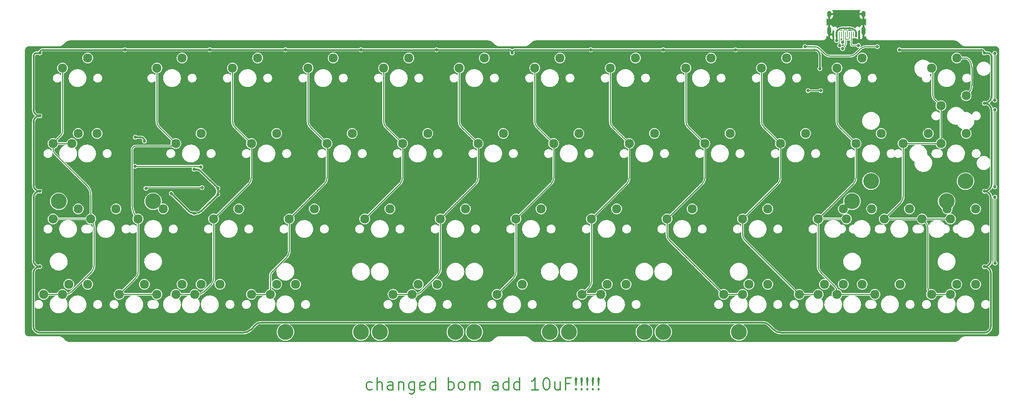
<source format=gbr>
%TF.GenerationSoftware,KiCad,Pcbnew,(7.0.0)*%
%TF.CreationDate,2024-04-06T15:00:31+02:00*%
%TF.ProjectId,forti,666f7274-692e-46b6-9963-61645f706362,rev?*%
%TF.SameCoordinates,Original*%
%TF.FileFunction,Copper,L1,Top*%
%TF.FilePolarity,Positive*%
%FSLAX46Y46*%
G04 Gerber Fmt 4.6, Leading zero omitted, Abs format (unit mm)*
G04 Created by KiCad (PCBNEW (7.0.0)) date 2024-04-06 15:00:31*
%MOMM*%
%LPD*%
G01*
G04 APERTURE LIST*
%ADD10C,0.300000*%
%TA.AperFunction,NonConductor*%
%ADD11C,0.300000*%
%TD*%
%TA.AperFunction,SMDPad,CuDef*%
%ADD12R,0.600000X1.450000*%
%TD*%
%TA.AperFunction,SMDPad,CuDef*%
%ADD13R,0.280000X1.450000*%
%TD*%
%TA.AperFunction,ComponentPad*%
%ADD14O,1.000000X2.100000*%
%TD*%
%TA.AperFunction,ComponentPad*%
%ADD15O,1.000000X1.600000*%
%TD*%
%TA.AperFunction,ComponentPad*%
%ADD16C,2.300000*%
%TD*%
%TA.AperFunction,ComponentPad*%
%ADD17C,4.000000*%
%TD*%
%TA.AperFunction,ViaPad*%
%ADD18C,0.800000*%
%TD*%
%TA.AperFunction,Conductor*%
%ADD19C,0.250000*%
%TD*%
%TA.AperFunction,Conductor*%
%ADD20C,0.200000*%
%TD*%
%TA.AperFunction,Conductor*%
%ADD21C,0.381000*%
%TD*%
G04 APERTURE END LIST*
D10*
D11*
X114712500Y-119854285D02*
X114426785Y-119997142D01*
X114426785Y-119997142D02*
X113855357Y-119997142D01*
X113855357Y-119997142D02*
X113569642Y-119854285D01*
X113569642Y-119854285D02*
X113426785Y-119711428D01*
X113426785Y-119711428D02*
X113283928Y-119425714D01*
X113283928Y-119425714D02*
X113283928Y-118568571D01*
X113283928Y-118568571D02*
X113426785Y-118282857D01*
X113426785Y-118282857D02*
X113569642Y-118140000D01*
X113569642Y-118140000D02*
X113855357Y-117997142D01*
X113855357Y-117997142D02*
X114426785Y-117997142D01*
X114426785Y-117997142D02*
X114712500Y-118140000D01*
X115998214Y-119997142D02*
X115998214Y-116997142D01*
X117283929Y-119997142D02*
X117283929Y-118425714D01*
X117283929Y-118425714D02*
X117141071Y-118140000D01*
X117141071Y-118140000D02*
X116855357Y-117997142D01*
X116855357Y-117997142D02*
X116426786Y-117997142D01*
X116426786Y-117997142D02*
X116141071Y-118140000D01*
X116141071Y-118140000D02*
X115998214Y-118282857D01*
X119998215Y-119997142D02*
X119998215Y-118425714D01*
X119998215Y-118425714D02*
X119855357Y-118140000D01*
X119855357Y-118140000D02*
X119569643Y-117997142D01*
X119569643Y-117997142D02*
X118998215Y-117997142D01*
X118998215Y-117997142D02*
X118712500Y-118140000D01*
X119998215Y-119854285D02*
X119712500Y-119997142D01*
X119712500Y-119997142D02*
X118998215Y-119997142D01*
X118998215Y-119997142D02*
X118712500Y-119854285D01*
X118712500Y-119854285D02*
X118569643Y-119568571D01*
X118569643Y-119568571D02*
X118569643Y-119282857D01*
X118569643Y-119282857D02*
X118712500Y-118997142D01*
X118712500Y-118997142D02*
X118998215Y-118854285D01*
X118998215Y-118854285D02*
X119712500Y-118854285D01*
X119712500Y-118854285D02*
X119998215Y-118711428D01*
X121426786Y-117997142D02*
X121426786Y-119997142D01*
X121426786Y-118282857D02*
X121569643Y-118140000D01*
X121569643Y-118140000D02*
X121855358Y-117997142D01*
X121855358Y-117997142D02*
X122283929Y-117997142D01*
X122283929Y-117997142D02*
X122569643Y-118140000D01*
X122569643Y-118140000D02*
X122712501Y-118425714D01*
X122712501Y-118425714D02*
X122712501Y-119997142D01*
X125426787Y-117997142D02*
X125426787Y-120425714D01*
X125426787Y-120425714D02*
X125283929Y-120711428D01*
X125283929Y-120711428D02*
X125141072Y-120854285D01*
X125141072Y-120854285D02*
X124855358Y-120997142D01*
X124855358Y-120997142D02*
X124426787Y-120997142D01*
X124426787Y-120997142D02*
X124141072Y-120854285D01*
X125426787Y-119854285D02*
X125141072Y-119997142D01*
X125141072Y-119997142D02*
X124569644Y-119997142D01*
X124569644Y-119997142D02*
X124283929Y-119854285D01*
X124283929Y-119854285D02*
X124141072Y-119711428D01*
X124141072Y-119711428D02*
X123998215Y-119425714D01*
X123998215Y-119425714D02*
X123998215Y-118568571D01*
X123998215Y-118568571D02*
X124141072Y-118282857D01*
X124141072Y-118282857D02*
X124283929Y-118140000D01*
X124283929Y-118140000D02*
X124569644Y-117997142D01*
X124569644Y-117997142D02*
X125141072Y-117997142D01*
X125141072Y-117997142D02*
X125426787Y-118140000D01*
X127998215Y-119854285D02*
X127712501Y-119997142D01*
X127712501Y-119997142D02*
X127141073Y-119997142D01*
X127141073Y-119997142D02*
X126855358Y-119854285D01*
X126855358Y-119854285D02*
X126712501Y-119568571D01*
X126712501Y-119568571D02*
X126712501Y-118425714D01*
X126712501Y-118425714D02*
X126855358Y-118140000D01*
X126855358Y-118140000D02*
X127141073Y-117997142D01*
X127141073Y-117997142D02*
X127712501Y-117997142D01*
X127712501Y-117997142D02*
X127998215Y-118140000D01*
X127998215Y-118140000D02*
X128141073Y-118425714D01*
X128141073Y-118425714D02*
X128141073Y-118711428D01*
X128141073Y-118711428D02*
X126712501Y-118997142D01*
X130712502Y-119997142D02*
X130712502Y-116997142D01*
X130712502Y-119854285D02*
X130426787Y-119997142D01*
X130426787Y-119997142D02*
X129855359Y-119997142D01*
X129855359Y-119997142D02*
X129569644Y-119854285D01*
X129569644Y-119854285D02*
X129426787Y-119711428D01*
X129426787Y-119711428D02*
X129283930Y-119425714D01*
X129283930Y-119425714D02*
X129283930Y-118568571D01*
X129283930Y-118568571D02*
X129426787Y-118282857D01*
X129426787Y-118282857D02*
X129569644Y-118140000D01*
X129569644Y-118140000D02*
X129855359Y-117997142D01*
X129855359Y-117997142D02*
X130426787Y-117997142D01*
X130426787Y-117997142D02*
X130712502Y-118140000D01*
X133941073Y-119997142D02*
X133941073Y-116997142D01*
X133941073Y-118140000D02*
X134226788Y-117997142D01*
X134226788Y-117997142D02*
X134798216Y-117997142D01*
X134798216Y-117997142D02*
X135083930Y-118140000D01*
X135083930Y-118140000D02*
X135226788Y-118282857D01*
X135226788Y-118282857D02*
X135369645Y-118568571D01*
X135369645Y-118568571D02*
X135369645Y-119425714D01*
X135369645Y-119425714D02*
X135226788Y-119711428D01*
X135226788Y-119711428D02*
X135083930Y-119854285D01*
X135083930Y-119854285D02*
X134798216Y-119997142D01*
X134798216Y-119997142D02*
X134226788Y-119997142D01*
X134226788Y-119997142D02*
X133941073Y-119854285D01*
X137083931Y-119997142D02*
X136798216Y-119854285D01*
X136798216Y-119854285D02*
X136655359Y-119711428D01*
X136655359Y-119711428D02*
X136512502Y-119425714D01*
X136512502Y-119425714D02*
X136512502Y-118568571D01*
X136512502Y-118568571D02*
X136655359Y-118282857D01*
X136655359Y-118282857D02*
X136798216Y-118140000D01*
X136798216Y-118140000D02*
X137083931Y-117997142D01*
X137083931Y-117997142D02*
X137512502Y-117997142D01*
X137512502Y-117997142D02*
X137798216Y-118140000D01*
X137798216Y-118140000D02*
X137941074Y-118282857D01*
X137941074Y-118282857D02*
X138083931Y-118568571D01*
X138083931Y-118568571D02*
X138083931Y-119425714D01*
X138083931Y-119425714D02*
X137941074Y-119711428D01*
X137941074Y-119711428D02*
X137798216Y-119854285D01*
X137798216Y-119854285D02*
X137512502Y-119997142D01*
X137512502Y-119997142D02*
X137083931Y-119997142D01*
X139369645Y-119997142D02*
X139369645Y-117997142D01*
X139369645Y-118282857D02*
X139512502Y-118140000D01*
X139512502Y-118140000D02*
X139798217Y-117997142D01*
X139798217Y-117997142D02*
X140226788Y-117997142D01*
X140226788Y-117997142D02*
X140512502Y-118140000D01*
X140512502Y-118140000D02*
X140655360Y-118425714D01*
X140655360Y-118425714D02*
X140655360Y-119997142D01*
X140655360Y-118425714D02*
X140798217Y-118140000D01*
X140798217Y-118140000D02*
X141083931Y-117997142D01*
X141083931Y-117997142D02*
X141512502Y-117997142D01*
X141512502Y-117997142D02*
X141798217Y-118140000D01*
X141798217Y-118140000D02*
X141941074Y-118425714D01*
X141941074Y-118425714D02*
X141941074Y-119997142D01*
X146455360Y-119997142D02*
X146455360Y-118425714D01*
X146455360Y-118425714D02*
X146312502Y-118140000D01*
X146312502Y-118140000D02*
X146026788Y-117997142D01*
X146026788Y-117997142D02*
X145455360Y-117997142D01*
X145455360Y-117997142D02*
X145169645Y-118140000D01*
X146455360Y-119854285D02*
X146169645Y-119997142D01*
X146169645Y-119997142D02*
X145455360Y-119997142D01*
X145455360Y-119997142D02*
X145169645Y-119854285D01*
X145169645Y-119854285D02*
X145026788Y-119568571D01*
X145026788Y-119568571D02*
X145026788Y-119282857D01*
X145026788Y-119282857D02*
X145169645Y-118997142D01*
X145169645Y-118997142D02*
X145455360Y-118854285D01*
X145455360Y-118854285D02*
X146169645Y-118854285D01*
X146169645Y-118854285D02*
X146455360Y-118711428D01*
X149169646Y-119997142D02*
X149169646Y-116997142D01*
X149169646Y-119854285D02*
X148883931Y-119997142D01*
X148883931Y-119997142D02*
X148312503Y-119997142D01*
X148312503Y-119997142D02*
X148026788Y-119854285D01*
X148026788Y-119854285D02*
X147883931Y-119711428D01*
X147883931Y-119711428D02*
X147741074Y-119425714D01*
X147741074Y-119425714D02*
X147741074Y-118568571D01*
X147741074Y-118568571D02*
X147883931Y-118282857D01*
X147883931Y-118282857D02*
X148026788Y-118140000D01*
X148026788Y-118140000D02*
X148312503Y-117997142D01*
X148312503Y-117997142D02*
X148883931Y-117997142D01*
X148883931Y-117997142D02*
X149169646Y-118140000D01*
X151883932Y-119997142D02*
X151883932Y-116997142D01*
X151883932Y-119854285D02*
X151598217Y-119997142D01*
X151598217Y-119997142D02*
X151026789Y-119997142D01*
X151026789Y-119997142D02*
X150741074Y-119854285D01*
X150741074Y-119854285D02*
X150598217Y-119711428D01*
X150598217Y-119711428D02*
X150455360Y-119425714D01*
X150455360Y-119425714D02*
X150455360Y-118568571D01*
X150455360Y-118568571D02*
X150598217Y-118282857D01*
X150598217Y-118282857D02*
X150741074Y-118140000D01*
X150741074Y-118140000D02*
X151026789Y-117997142D01*
X151026789Y-117997142D02*
X151598217Y-117997142D01*
X151598217Y-117997142D02*
X151883932Y-118140000D01*
X156683932Y-119997142D02*
X154969646Y-119997142D01*
X155826789Y-119997142D02*
X155826789Y-116997142D01*
X155826789Y-116997142D02*
X155541075Y-117425714D01*
X155541075Y-117425714D02*
X155255360Y-117711428D01*
X155255360Y-117711428D02*
X154969646Y-117854285D01*
X158541075Y-116997142D02*
X158826789Y-116997142D01*
X158826789Y-116997142D02*
X159112503Y-117140000D01*
X159112503Y-117140000D02*
X159255361Y-117282857D01*
X159255361Y-117282857D02*
X159398218Y-117568571D01*
X159398218Y-117568571D02*
X159541075Y-118140000D01*
X159541075Y-118140000D02*
X159541075Y-118854285D01*
X159541075Y-118854285D02*
X159398218Y-119425714D01*
X159398218Y-119425714D02*
X159255361Y-119711428D01*
X159255361Y-119711428D02*
X159112503Y-119854285D01*
X159112503Y-119854285D02*
X158826789Y-119997142D01*
X158826789Y-119997142D02*
X158541075Y-119997142D01*
X158541075Y-119997142D02*
X158255361Y-119854285D01*
X158255361Y-119854285D02*
X158112503Y-119711428D01*
X158112503Y-119711428D02*
X157969646Y-119425714D01*
X157969646Y-119425714D02*
X157826789Y-118854285D01*
X157826789Y-118854285D02*
X157826789Y-118140000D01*
X157826789Y-118140000D02*
X157969646Y-117568571D01*
X157969646Y-117568571D02*
X158112503Y-117282857D01*
X158112503Y-117282857D02*
X158255361Y-117140000D01*
X158255361Y-117140000D02*
X158541075Y-116997142D01*
X162112504Y-117997142D02*
X162112504Y-119997142D01*
X160826789Y-117997142D02*
X160826789Y-119568571D01*
X160826789Y-119568571D02*
X160969646Y-119854285D01*
X160969646Y-119854285D02*
X161255361Y-119997142D01*
X161255361Y-119997142D02*
X161683932Y-119997142D01*
X161683932Y-119997142D02*
X161969646Y-119854285D01*
X161969646Y-119854285D02*
X162112504Y-119711428D01*
X164541075Y-118425714D02*
X163541075Y-118425714D01*
X163541075Y-119997142D02*
X163541075Y-116997142D01*
X163541075Y-116997142D02*
X164969647Y-116997142D01*
X166112504Y-119711428D02*
X166255361Y-119854285D01*
X166255361Y-119854285D02*
X166112504Y-119997142D01*
X166112504Y-119997142D02*
X165969647Y-119854285D01*
X165969647Y-119854285D02*
X166112504Y-119711428D01*
X166112504Y-119711428D02*
X166112504Y-119997142D01*
X166112504Y-118854285D02*
X165969647Y-117140000D01*
X165969647Y-117140000D02*
X166112504Y-116997142D01*
X166112504Y-116997142D02*
X166255361Y-117140000D01*
X166255361Y-117140000D02*
X166112504Y-118854285D01*
X166112504Y-118854285D02*
X166112504Y-116997142D01*
X167541075Y-119711428D02*
X167683932Y-119854285D01*
X167683932Y-119854285D02*
X167541075Y-119997142D01*
X167541075Y-119997142D02*
X167398218Y-119854285D01*
X167398218Y-119854285D02*
X167541075Y-119711428D01*
X167541075Y-119711428D02*
X167541075Y-119997142D01*
X167541075Y-118854285D02*
X167398218Y-117140000D01*
X167398218Y-117140000D02*
X167541075Y-116997142D01*
X167541075Y-116997142D02*
X167683932Y-117140000D01*
X167683932Y-117140000D02*
X167541075Y-118854285D01*
X167541075Y-118854285D02*
X167541075Y-116997142D01*
X168969646Y-119711428D02*
X169112503Y-119854285D01*
X169112503Y-119854285D02*
X168969646Y-119997142D01*
X168969646Y-119997142D02*
X168826789Y-119854285D01*
X168826789Y-119854285D02*
X168969646Y-119711428D01*
X168969646Y-119711428D02*
X168969646Y-119997142D01*
X168969646Y-118854285D02*
X168826789Y-117140000D01*
X168826789Y-117140000D02*
X168969646Y-116997142D01*
X168969646Y-116997142D02*
X169112503Y-117140000D01*
X169112503Y-117140000D02*
X168969646Y-118854285D01*
X168969646Y-118854285D02*
X168969646Y-116997142D01*
X170398217Y-119711428D02*
X170541074Y-119854285D01*
X170541074Y-119854285D02*
X170398217Y-119997142D01*
X170398217Y-119997142D02*
X170255360Y-119854285D01*
X170255360Y-119854285D02*
X170398217Y-119711428D01*
X170398217Y-119711428D02*
X170398217Y-119997142D01*
X170398217Y-118854285D02*
X170255360Y-117140000D01*
X170255360Y-117140000D02*
X170398217Y-116997142D01*
X170398217Y-116997142D02*
X170541074Y-117140000D01*
X170541074Y-117140000D02*
X170398217Y-118854285D01*
X170398217Y-118854285D02*
X170398217Y-116997142D01*
X171826788Y-119711428D02*
X171969645Y-119854285D01*
X171969645Y-119854285D02*
X171826788Y-119997142D01*
X171826788Y-119997142D02*
X171683931Y-119854285D01*
X171683931Y-119854285D02*
X171826788Y-119711428D01*
X171826788Y-119711428D02*
X171826788Y-119997142D01*
X171826788Y-118854285D02*
X171683931Y-117140000D01*
X171683931Y-117140000D02*
X171826788Y-116997142D01*
X171826788Y-116997142D02*
X171969645Y-117140000D01*
X171969645Y-117140000D02*
X171826788Y-118854285D01*
X171826788Y-118854285D02*
X171826788Y-116997142D01*
D12*
%TO.P,J1,A1,GND*%
%TO.N,GND*%
X237519114Y-30238749D03*
%TO.P,J1,A4,VBUS*%
%TO.N,VBUS*%
X236719114Y-30238749D03*
D13*
%TO.P,J1,A5,CC1*%
%TO.N,/CC1*%
X235519114Y-30238749D03*
%TO.P,J1,A6,D+*%
%TO.N,D_USB_P*%
X234519114Y-30238749D03*
%TO.P,J1,A7,D-*%
%TO.N,D_USB_N*%
X234019114Y-30238749D03*
%TO.P,J1,A8,SBU1*%
%TO.N,unconnected-(J1-SBU1-PadA8)*%
X233019114Y-30238749D03*
D12*
%TO.P,J1,A9,VBUS*%
%TO.N,VBUS*%
X231819114Y-30238749D03*
%TO.P,J1,A12,GND*%
%TO.N,GND*%
X231019114Y-30238749D03*
%TO.P,J1,B1,GND*%
X231019114Y-30238749D03*
%TO.P,J1,B4,VBUS*%
%TO.N,VBUS*%
X231819114Y-30238749D03*
D13*
%TO.P,J1,B5,CC2*%
%TO.N,/CC2*%
X232519114Y-30238749D03*
%TO.P,J1,B6,D+*%
%TO.N,D_USB_P*%
X233519114Y-30238749D03*
%TO.P,J1,B7,D-*%
%TO.N,D_USB_N*%
X235019114Y-30238749D03*
%TO.P,J1,B8,SBU2*%
%TO.N,unconnected-(J1-SBU2-PadB8)*%
X236019114Y-30238749D03*
D12*
%TO.P,J1,B9,VBUS*%
%TO.N,VBUS*%
X236719114Y-30238749D03*
%TO.P,J1,B12,GND*%
%TO.N,GND*%
X237519114Y-30238749D03*
D14*
%TO.P,J1,S1,SHIELD*%
X238589114Y-29323749D03*
D15*
X238589114Y-25143749D03*
D14*
X229949114Y-29323749D03*
D15*
X229949114Y-25143749D03*
%TD*%
D16*
%TO.P,MX51,1,1*%
%TO.N,COL9*%
X227171250Y-95885000D03*
%TO.P,MX51,2,2*%
%TO.N,Net-(D45-A)*%
X233521250Y-93345000D03*
%TD*%
%TO.P,MX23,1,1*%
%TO.N,COL10*%
X236696250Y-57785000D03*
%TO.P,MX23,2,2*%
%TO.N,Net-(D23-A)*%
X243046250Y-55245000D03*
%TD*%
%TO.P,MX55,1,1*%
%TO.N,COL11*%
X255746250Y-95885000D03*
%TO.P,MX55,2,2*%
%TO.N,Net-(D47-A)*%
X262096250Y-93345000D03*
%TD*%
%TO.P,MX43,1,1*%
%TO.N,COL2*%
X70008750Y-95885000D03*
%TO.P,MX43,2,2*%
%TO.N,Net-(D39-A)*%
X76358750Y-93345000D03*
%TD*%
%TO.P,MXshift2.1,1,1*%
%TO.N,COL0*%
X43815000Y-76835000D03*
%TO.P,MXshift2.1,2,2*%
%TO.N,Net-(D25-A)*%
X50165000Y-74295000D03*
%TD*%
%TO.P,MX27,1,1*%
%TO.N,COL2*%
X74771250Y-76835000D03*
%TO.P,MX27,2,2*%
%TO.N,Net-(D27-A)*%
X81121250Y-74295000D03*
%TD*%
%TO.P,MX11,1,1*%
%TO.N,COL10*%
X231933750Y-38735000D03*
%TO.P,MX11,2,2*%
%TO.N,Net-(D11-A)*%
X238283750Y-36195000D03*
%TD*%
%TO.P,MX46,1,1*%
%TO.N,COL3*%
X84296250Y-95885000D03*
%TO.P,MX46,2,2*%
%TO.N,Net-(D40-A)*%
X90646250Y-93345000D03*
%TD*%
%TO.P,MXenter2.1,1,1*%
%TO.N,COL11*%
X248602500Y-57785000D03*
%TO.P,MXenter2.1,2,2*%
%TO.N,Net-(D24-A)*%
X254952500Y-55245000D03*
%TD*%
D17*
%TO.P,S2,*%
%TO.N,*%
X207168750Y-105410000D03*
X92868750Y-105410000D03*
%TD*%
D16*
%TO.P,MX49,1,1*%
%TO.N,COL8*%
X208121250Y-95885000D03*
%TO.P,MX49,2,2*%
%TO.N,Net-(D44-A)*%
X214471250Y-93345000D03*
%TD*%
%TO.P,MX31,1,1*%
%TO.N,COL6*%
X150971250Y-76835000D03*
%TO.P,MX31,2,2*%
%TO.N,Net-(D31-A)*%
X157321250Y-74295000D03*
%TD*%
%TO.P,MX16,1,1*%
%TO.N,COL3*%
X103346250Y-57785000D03*
%TO.P,MX16,2,2*%
%TO.N,Net-(D16-A)*%
X109696250Y-55245000D03*
%TD*%
%TO.P,MX38,1,1*%
%TO.N,COL11*%
X260508750Y-76835000D03*
%TO.P,MX38,2,2*%
%TO.N,Net-(D36-A)*%
X266858750Y-74295000D03*
%TD*%
%TO.P,MX35,1,1*%
%TO.N,COL10*%
X227171250Y-76835000D03*
%TO.P,MX35,2,2*%
%TO.N,Net-(D35-A)*%
X233521250Y-74295000D03*
%TD*%
%TO.P,MXsplit2.75(1)1,1,1*%
%TO.N,COL7*%
X167640000Y-95885000D03*
%TO.P,MXsplit2.75(1)1,2,2*%
%TO.N,Net-(D43-A)*%
X173990000Y-93345000D03*
%TD*%
D17*
%TO.P,shift2.2,*%
%TO.N,*%
X35718750Y-72390000D03*
X59531250Y-72390000D03*
%TD*%
D16*
%TO.P,MX8,1,1*%
%TO.N,COL7*%
X174783750Y-38735000D03*
%TO.P,MX8,2,2*%
%TO.N,Net-(D8-A)*%
X181133750Y-36195000D03*
%TD*%
%TO.P,MX13,1,1*%
%TO.N,COL0*%
X39052500Y-57785000D03*
%TO.P,MX13,2,2*%
%TO.N,Net-(D13-A)*%
X45402500Y-55245000D03*
%TD*%
%TO.P,MX32,1,1*%
%TO.N,COL7*%
X170021250Y-76835000D03*
%TO.P,MX32,2,2*%
%TO.N,Net-(D32-A)*%
X176371250Y-74295000D03*
%TD*%
%TO.P,MXISO1,1,1*%
%TO.N,COL11*%
X258127500Y-48260000D03*
%TO.P,MXISO1,2,2*%
%TO.N,Net-(D12-A)*%
X264477500Y-45720000D03*
%TD*%
%TO.P,MX21,1,1*%
%TO.N,COL8*%
X198596250Y-57785000D03*
%TO.P,MX21,2,2*%
%TO.N,Net-(D21-A)*%
X204946250Y-55245000D03*
%TD*%
%TO.P,MXsplit2.1,1,1*%
%TO.N,COL5*%
X124777500Y-95885000D03*
%TO.P,MXsplit2.1,2,2*%
%TO.N,Net-(D41-A)*%
X131127500Y-93345000D03*
%TD*%
%TO.P,MX4,1,1*%
%TO.N,COL3*%
X98583750Y-38735000D03*
%TO.P,MX4,2,2*%
%TO.N,Net-(D4-A)*%
X104933750Y-36195000D03*
%TD*%
%TO.P,MX45,1,1*%
%TO.N,COL3*%
X89058750Y-95885000D03*
%TO.P,MX45,2,2*%
%TO.N,Net-(D40-A)*%
X95408750Y-93345000D03*
%TD*%
%TO.P,MX30,1,1*%
%TO.N,COL5*%
X131921250Y-76835000D03*
%TO.P,MX30,2,2*%
%TO.N,Net-(D30-A)*%
X138271250Y-74295000D03*
%TD*%
%TO.P,MX1,1,1*%
%TO.N,COL0*%
X36671250Y-38735000D03*
%TO.P,MX1,2,2*%
%TO.N,Net-(D1-A)*%
X43021250Y-36195000D03*
%TD*%
%TO.P,MX34,1,1*%
%TO.N,COL9*%
X208121250Y-76835000D03*
%TO.P,MX34,2,2*%
%TO.N,Net-(D34-A)*%
X214471250Y-74295000D03*
%TD*%
%TO.P,MX25,1,1*%
%TO.N,COL0*%
X34290000Y-76835000D03*
%TO.P,MX25,2,2*%
%TO.N,Net-(D25-A)*%
X40640000Y-74295000D03*
%TD*%
D17*
%TO.P,enter2.1,*%
%TO.N,*%
X264318750Y-67310000D03*
X240506250Y-67310000D03*
%TD*%
D16*
%TO.P,MX29,1,1*%
%TO.N,COL4*%
X112871250Y-76835000D03*
%TO.P,MX29,2,2*%
%TO.N,Net-(D29-A)*%
X119221250Y-74295000D03*
%TD*%
%TO.P,MX53,1,1*%
%TO.N,COL10*%
X231933750Y-95885000D03*
%TO.P,MX53,2,2*%
%TO.N,Net-(D46-A)*%
X238283750Y-93345000D03*
%TD*%
%TO.P,MX22,1,1*%
%TO.N,COL9*%
X217646250Y-57785000D03*
%TO.P,MX22,2,2*%
%TO.N,Net-(D22-A)*%
X223996250Y-55245000D03*
%TD*%
%TO.P,MX17,1,1*%
%TO.N,COL4*%
X122396250Y-57785000D03*
%TO.P,MX17,2,2*%
%TO.N,Net-(D17-A)*%
X128746250Y-55245000D03*
%TD*%
%TO.P,MX47,1,1*%
%TO.N,COL6*%
X146208750Y-95885000D03*
%TO.P,MX47,2,2*%
%TO.N,Net-(D42-A)*%
X152558750Y-93345000D03*
%TD*%
D17*
%TO.P,S1,*%
%TO.N,*%
X135731250Y-105410000D03*
X111918750Y-105410000D03*
%TD*%
D16*
%TO.P,MX44,1,1*%
%TO.N,COL2*%
X65246250Y-95885000D03*
%TO.P,MX44,2,2*%
%TO.N,Net-(D39-A)*%
X71596250Y-93345000D03*
%TD*%
%TO.P,MX36,1,1*%
%TO.N,COL10*%
X234315000Y-76835000D03*
%TO.P,MX36,2,2*%
%TO.N,Net-(D35-A)*%
X240665000Y-74295000D03*
%TD*%
%TO.P,MX26,1,1*%
%TO.N,COL1*%
X55721250Y-76835000D03*
%TO.P,MX26,2,2*%
%TO.N,Net-(D26-A)*%
X62071250Y-74295000D03*
%TD*%
%TO.P,MX3,1,1*%
%TO.N,COL2*%
X79533750Y-38735000D03*
%TO.P,MX3,2,2*%
%TO.N,Net-(D3-A)*%
X85883750Y-36195000D03*
%TD*%
D17*
%TO.P,S4,*%
%TO.N,*%
X188118750Y-105410000D03*
X164306250Y-105410000D03*
%TD*%
D16*
%TO.P,MX37,1,1*%
%TO.N,COL11*%
X253365000Y-76835000D03*
%TO.P,MX37,2,2*%
%TO.N,Net-(D36-A)*%
X259715000Y-74295000D03*
%TD*%
%TO.P,MX24,1,1*%
%TO.N,COL11*%
X258127500Y-57785000D03*
%TO.P,MX24,2,2*%
%TO.N,Net-(D24-A)*%
X264477500Y-55245000D03*
%TD*%
D17*
%TO.P,S3,*%
%TO.N,*%
X183356250Y-105410000D03*
X159543750Y-105410000D03*
%TD*%
D16*
%TO.P,MX42,1,1*%
%TO.N,COL1*%
X60483750Y-95885000D03*
%TO.P,MX42,2,2*%
%TO.N,Net-(D38-A)*%
X66833750Y-93345000D03*
%TD*%
%TO.P,MX33,1,1*%
%TO.N,COL8*%
X189071250Y-76835000D03*
%TO.P,MX33,2,2*%
%TO.N,Net-(D33-A)*%
X195421250Y-74295000D03*
%TD*%
%TO.P,MX5,1,1*%
%TO.N,COL4*%
X117633750Y-38735000D03*
%TO.P,MX5,2,2*%
%TO.N,Net-(D5-A)*%
X123983750Y-36195000D03*
%TD*%
%TO.P,MX50,1,1*%
%TO.N,COL9*%
X222408750Y-95885000D03*
%TO.P,MX50,2,2*%
%TO.N,Net-(D45-A)*%
X228758750Y-93345000D03*
%TD*%
D17*
%TO.P,S5,*%
%TO.N,*%
X140493750Y-105410000D03*
X116681250Y-105410000D03*
%TD*%
D16*
%TO.P,MXsplit2.25(1)1,1,1*%
%TO.N,COL5*%
X120015000Y-95885000D03*
%TO.P,MXsplit2.25(1)1,2,2*%
%TO.N,Net-(D41-A)*%
X126365000Y-93345000D03*
%TD*%
%TO.P,MX28,1,1*%
%TO.N,COL3*%
X93821250Y-76835000D03*
%TO.P,MX28,2,2*%
%TO.N,Net-(D28-A)*%
X100171250Y-74295000D03*
%TD*%
%TO.P,MX18,1,1*%
%TO.N,COL5*%
X141446250Y-57785000D03*
%TO.P,MX18,2,2*%
%TO.N,Net-(D18-A)*%
X147796250Y-55245000D03*
%TD*%
%TO.P,MXcaps1,1,1*%
%TO.N,COL0*%
X34290000Y-57785000D03*
%TO.P,MXcaps1,2,2*%
%TO.N,Net-(D13-A)*%
X40640000Y-55245000D03*
%TD*%
%TO.P,MX40,1,1*%
%TO.N,COL0*%
X36671250Y-95885000D03*
%TO.P,MX40,2,2*%
%TO.N,Net-(D37-A)*%
X43021250Y-93345000D03*
%TD*%
%TO.P,MX15,1,1*%
%TO.N,COL2*%
X84296250Y-57785000D03*
%TO.P,MX15,2,2*%
%TO.N,Net-(D15-A)*%
X90646250Y-55245000D03*
%TD*%
%TO.P,MX54,1,1*%
%TO.N,COL11*%
X260508750Y-95885000D03*
%TO.P,MX54,2,2*%
%TO.N,Net-(D47-A)*%
X266858750Y-93345000D03*
%TD*%
%TO.P,MX39,1,1*%
%TO.N,COL0*%
X31908750Y-95885000D03*
%TO.P,MX39,2,2*%
%TO.N,Net-(D37-A)*%
X38258750Y-93345000D03*
%TD*%
D17*
%TO.P,shift2.1,*%
%TO.N,*%
X235743750Y-72390000D03*
X259556250Y-72390000D03*
%TD*%
D16*
%TO.P,MX10,1,1*%
%TO.N,COL9*%
X212883750Y-38735000D03*
%TO.P,MX10,2,2*%
%TO.N,Net-(D10-A)*%
X219233750Y-36195000D03*
%TD*%
%TO.P,MX9,1,1*%
%TO.N,COL8*%
X193833750Y-38735000D03*
%TO.P,MX9,2,2*%
%TO.N,Net-(D9-A)*%
X200183750Y-36195000D03*
%TD*%
%TO.P,MX52,1,1*%
%TO.N,COL10*%
X241458750Y-95885000D03*
%TO.P,MX52,2,2*%
%TO.N,Net-(D46-A)*%
X247808750Y-93345000D03*
%TD*%
%TO.P,MX20,1,1*%
%TO.N,COL7*%
X179546250Y-57785000D03*
%TO.P,MX20,2,2*%
%TO.N,Net-(D20-A)*%
X185896250Y-55245000D03*
%TD*%
%TO.P,MX6,1,1*%
%TO.N,COL5*%
X136683750Y-38735000D03*
%TO.P,MX6,2,2*%
%TO.N,Net-(D6-A)*%
X143033750Y-36195000D03*
%TD*%
%TO.P,MXshift2.2,1,1*%
%TO.N,COL11*%
X243840000Y-76835000D03*
%TO.P,MXshift2.2,2,2*%
%TO.N,Net-(D36-A)*%
X250190000Y-74295000D03*
%TD*%
%TO.P,MX12,1,1*%
%TO.N,COL11*%
X255746250Y-38735000D03*
%TO.P,MX12,2,2*%
%TO.N,Net-(D12-A)*%
X262096250Y-36195000D03*
%TD*%
%TO.P,MX19,1,1*%
%TO.N,COL6*%
X160496250Y-57785000D03*
%TO.P,MX19,2,2*%
%TO.N,Net-(D19-A)*%
X166846250Y-55245000D03*
%TD*%
%TO.P,MXsplit2.2,1,1*%
%TO.N,COL7*%
X172402500Y-95885000D03*
%TO.P,MXsplit2.2,2,2*%
%TO.N,Net-(D43-A)*%
X178752500Y-93345000D03*
%TD*%
%TO.P,MX7,1,1*%
%TO.N,COL6*%
X155733750Y-38735000D03*
%TO.P,MX7,2,2*%
%TO.N,Net-(D7-A)*%
X162083750Y-36195000D03*
%TD*%
%TO.P,MX14,1,1*%
%TO.N,COL1*%
X65246250Y-57785000D03*
%TO.P,MX14,2,2*%
%TO.N,Net-(D14-A)*%
X71596250Y-55245000D03*
%TD*%
%TO.P,MX48,1,1*%
%TO.N,COL8*%
X203358750Y-95885000D03*
%TO.P,MX48,2,2*%
%TO.N,Net-(D44-A)*%
X209708750Y-93345000D03*
%TD*%
%TO.P,MX41,1,1*%
%TO.N,COL1*%
X50958750Y-95885000D03*
%TO.P,MX41,2,2*%
%TO.N,Net-(D38-A)*%
X57308750Y-93345000D03*
%TD*%
%TO.P,MX2,1,1*%
%TO.N,COL1*%
X60483750Y-38735000D03*
%TO.P,MX2,2,2*%
%TO.N,Net-(D2-A)*%
X66833750Y-36195000D03*
%TD*%
D18*
%TO.N,ROW0*%
X227806250Y-44450000D03*
X224635000Y-44450000D03*
%TO.N,ROW1*%
X71558211Y-63675454D03*
X54956738Y-63571782D03*
%TO.N,GND*%
X76078716Y-35343571D03*
X223837500Y-42862500D03*
X30960062Y-51800667D03*
X61335259Y-55462097D03*
X152048403Y-36075574D03*
X228041575Y-33343854D03*
X52411566Y-58375816D03*
X269077438Y-87899333D03*
X208699854Y-35388865D03*
X70102229Y-79788928D03*
X132956447Y-35270114D03*
X55007705Y-60122198D03*
X32943947Y-36063864D03*
X54375187Y-35270128D03*
X269077438Y-46624333D03*
X244475000Y-38100000D03*
X30960062Y-70850667D03*
X219874863Y-49742270D03*
X68408159Y-70640483D03*
X65570925Y-61316672D03*
X249909960Y-35343544D03*
X61385212Y-67743808D03*
X95128716Y-35343571D03*
X79670438Y-68278415D03*
X269085062Y-35925667D03*
X30973624Y-89849396D03*
X114178716Y-35343571D03*
X61475875Y-61238510D03*
X171850187Y-35270128D03*
X190378716Y-35343571D03*
X56445750Y-66353872D03*
X269077438Y-68849333D03*
%TO.N,+5V*%
X269081250Y-47625000D03*
X30956250Y-50800000D03*
X55025604Y-56208449D03*
X269081250Y-34925000D03*
X92868750Y-34131250D03*
X73818750Y-34131250D03*
X57354816Y-57173331D03*
X227619639Y-38893750D03*
X269081250Y-69850000D03*
X269081250Y-88900000D03*
X206375000Y-34131250D03*
X188118750Y-34131250D03*
X52387500Y-34131250D03*
X111918750Y-34131250D03*
X30956250Y-69850000D03*
X150018750Y-34925000D03*
X169862500Y-34131250D03*
X30956250Y-34925000D03*
X130968750Y-34131250D03*
X30955336Y-88850060D03*
X247650000Y-34131250D03*
%TO.N,+3V3*%
X69850000Y-64293750D03*
X69850000Y-75406250D03*
X75828969Y-69056250D03*
X75828969Y-70643750D03*
X64077250Y-70427250D03*
%TO.N,VBUS*%
X231805189Y-31791019D03*
%TO.N,/CC1*%
X237331250Y-33037500D03*
%TO.N,D_USB_P*%
X233362500Y-32243750D03*
%TO.N,D_USB_N*%
X233334389Y-33825379D03*
%TO.N,/CC2*%
X232568750Y-33037500D03*
%TO.N,BOOT0*%
X57711669Y-69133610D03*
X71850104Y-68930176D03*
%TO.N,Net-(LED13-DOUT)*%
X242093750Y-33337500D03*
X223837500Y-33337500D03*
%TO.N,Net-(LED15-DOUT)*%
X271673691Y-35027576D03*
X271692891Y-46879789D03*
%TO.N,Net-(LED16-DOUT)*%
X271673136Y-49248394D03*
X271705490Y-68716063D03*
%TO.N,Net-(LED17-DOUT)*%
X271754088Y-88009053D03*
X271730748Y-71320524D03*
%TD*%
D19*
%TO.N,ROW0*%
X224635000Y-44450000D02*
X227806250Y-44450000D01*
%TO.N,Net-(D12-A)*%
X265906250Y-38516476D02*
X265906250Y-43056465D01*
X265033125Y-45164375D02*
X264477500Y-45720000D01*
X262096250Y-36195000D02*
X264258294Y-36195000D01*
X265906259Y-38516476D02*
G75*
G03*
X265086814Y-36538186I-2797759J-24D01*
G01*
X265033146Y-45164396D02*
G75*
G03*
X265906250Y-43056465I-2107946J2107896D01*
G01*
X265086817Y-36538183D02*
G75*
G03*
X264258294Y-36195000I-828517J-828517D01*
G01*
%TO.N,ROW1*%
X71451507Y-63568750D02*
X71558211Y-63675454D01*
X55041176Y-63568750D02*
X71451507Y-63568750D01*
X55041176Y-63568750D02*
X54964057Y-63568750D01*
X54964057Y-63568720D02*
G75*
G03*
X54956738Y-63571782I43J-10380D01*
G01*
%TO.N,COL0*%
X44022963Y-90120787D02*
X38844536Y-95299214D01*
X34290000Y-57785000D02*
X39052500Y-57785000D01*
X43815000Y-70861007D02*
X43815000Y-76835000D01*
X36446495Y-55496495D02*
X34383346Y-57559644D01*
X36671250Y-95885000D02*
X31908750Y-95885000D01*
D20*
X34290000Y-76835000D02*
X43815000Y-76835000D01*
D19*
X34290000Y-57785000D02*
X34290000Y-59036704D01*
X44608750Y-78751282D02*
X44608750Y-88706573D01*
X31908750Y-95885000D02*
X37430323Y-95885000D01*
X34875787Y-60450918D02*
X42774934Y-68350066D01*
X36671250Y-38735000D02*
X36671250Y-54953889D01*
X34383346Y-57559644D02*
G75*
G03*
X34290000Y-57785000I225354J-225356D01*
G01*
X43814996Y-70861007D02*
G75*
G03*
X42774933Y-68350067I-3550996J7D01*
G01*
X34289998Y-59036704D02*
G75*
G03*
X34875788Y-60450917I2000002J4D01*
G01*
X44608757Y-78751282D02*
G75*
G03*
X43815000Y-76835000I-2710057J-18D01*
G01*
X37430323Y-95885016D02*
G75*
G03*
X38844536Y-95299214I-23J2000016D01*
G01*
X36446498Y-55496498D02*
G75*
G03*
X36671250Y-54953889I-542598J542598D01*
G01*
X44022966Y-90120790D02*
G75*
G03*
X44608750Y-88706573I-1414166J1414190D01*
G01*
%TO.N,COL1*%
X54231738Y-73239000D02*
X54231738Y-59391482D01*
X60483750Y-95885000D02*
X50958750Y-95885000D01*
X60483750Y-38735000D02*
X60483750Y-52194073D01*
X55135463Y-91708287D02*
X50958750Y-95885000D01*
X55721250Y-76835000D02*
X55721250Y-90294073D01*
X61069537Y-53608287D02*
X65246250Y-57785000D01*
X55203220Y-58420000D02*
X64611250Y-58420000D01*
X54231724Y-73239000D02*
G75*
G03*
X55721250Y-76835000I5085476J0D01*
G01*
X55203220Y-58420038D02*
G75*
G03*
X54231738Y-59391482I-20J-971462D01*
G01*
X60483755Y-52194073D02*
G75*
G03*
X61069537Y-53608287I1999945J-27D01*
G01*
X55135466Y-91708290D02*
G75*
G03*
X55721250Y-90294073I-1414166J1414190D01*
G01*
X64611250Y-58419950D02*
G75*
G03*
X65246250Y-57785000I50J634950D01*
G01*
%TO.N,COL2*%
X74185463Y-93334632D02*
X72220881Y-95299214D01*
X80119537Y-53608287D02*
X84296250Y-57785000D01*
X74771250Y-76835000D02*
X74771250Y-91920418D01*
X70008750Y-95885000D02*
X65246250Y-95885000D01*
X84296250Y-57785000D02*
X84296250Y-66481573D01*
X83710463Y-67895787D02*
X74771250Y-76835000D01*
X79533750Y-38735000D02*
X79533750Y-52194073D01*
X70806668Y-95885000D02*
X70008750Y-95885000D01*
X79533755Y-52194073D02*
G75*
G03*
X80119537Y-53608287I1999945J-27D01*
G01*
X70806668Y-95884977D02*
G75*
G03*
X72220881Y-95299214I32J1999977D01*
G01*
X83710466Y-67895790D02*
G75*
G03*
X84296250Y-66481573I-1414166J1414190D01*
G01*
X74185444Y-93334613D02*
G75*
G03*
X74771250Y-91920418I-1414144J1414213D01*
G01*
%TO.N,COL3*%
X99169537Y-53608287D02*
X103346250Y-57785000D01*
X93235463Y-86453156D02*
X89644536Y-90044083D01*
X98583750Y-38735000D02*
X98583750Y-52194073D01*
X93821250Y-76835000D02*
X93821250Y-85038942D01*
X103346250Y-57785000D02*
X103346250Y-66481573D01*
X89058750Y-95885000D02*
X84296250Y-95885000D01*
X89058750Y-91458296D02*
X89058750Y-95885000D01*
X102760463Y-67895787D02*
X93821250Y-76835000D01*
X93235432Y-86453125D02*
G75*
G03*
X93821250Y-85038942I-1414132J1414225D01*
G01*
X102760466Y-67895790D02*
G75*
G03*
X103346250Y-66481573I-1414166J1414190D01*
G01*
X89644548Y-90044095D02*
G75*
G03*
X89058750Y-91458296I1414152J-1414205D01*
G01*
X98583755Y-52194073D02*
G75*
G03*
X99169537Y-53608287I1999945J-27D01*
G01*
%TO.N,COL4*%
X117633750Y-38735000D02*
X117633750Y-52194073D01*
X118219537Y-53608287D02*
X122396250Y-57785000D01*
X121810463Y-67895787D02*
X112871250Y-76835000D01*
X122396250Y-57785000D02*
X122396250Y-66481573D01*
X117633755Y-52194073D02*
G75*
G03*
X118219537Y-53608287I1999945J-27D01*
G01*
X121810466Y-67895790D02*
G75*
G03*
X122396250Y-66481573I-1414166J1414190D01*
G01*
%TO.N,COL5*%
X124777500Y-95885000D02*
X120015000Y-95885000D01*
X131335463Y-90953382D02*
X126989631Y-95299214D01*
X141446250Y-57785000D02*
X141446250Y-66481573D01*
X137269537Y-53608287D02*
X141446250Y-57785000D01*
X131921250Y-76835000D02*
X131921250Y-89539168D01*
X125575418Y-95885000D02*
X124777500Y-95885000D01*
X140860463Y-67895787D02*
X131921250Y-76835000D01*
X136683750Y-38735000D02*
X136683750Y-52194073D01*
X125575418Y-95885012D02*
G75*
G03*
X126989631Y-95299214I-18J2000012D01*
G01*
X131335469Y-90953388D02*
G75*
G03*
X131921250Y-89539168I-1414169J1414188D01*
G01*
X136683755Y-52194073D02*
G75*
G03*
X137269537Y-53608287I1999945J-27D01*
G01*
X140860466Y-67895790D02*
G75*
G03*
X141446250Y-66481573I-1414166J1414190D01*
G01*
%TO.N,COL6*%
X150385463Y-91708287D02*
X146208750Y-95885000D01*
X150971250Y-76835000D02*
X150971250Y-90294073D01*
X159910463Y-67895787D02*
X150971250Y-76835000D01*
X156319537Y-53608287D02*
X160496250Y-57785000D01*
X155733750Y-38735000D02*
X155733750Y-52194073D01*
X160496250Y-57785000D02*
X160496250Y-66481573D01*
X150385466Y-91708290D02*
G75*
G03*
X150971250Y-90294073I-1414166J1414190D01*
G01*
X155733755Y-52194073D02*
G75*
G03*
X156319537Y-53608287I1999945J-27D01*
G01*
X159910466Y-67895790D02*
G75*
G03*
X160496250Y-66481573I-1414166J1414190D01*
G01*
%TO.N,COL7*%
X175369537Y-53608287D02*
X179546250Y-57785000D01*
X178960463Y-67895787D02*
X170021250Y-76835000D01*
X170021250Y-76835000D02*
X170021250Y-92675323D01*
X174783750Y-38735000D02*
X174783750Y-52194073D01*
X179546250Y-57785000D02*
X179546250Y-66481573D01*
X167640000Y-95885000D02*
X172402500Y-95885000D01*
X169435463Y-94089537D02*
X167640000Y-95885000D01*
X169435441Y-94089515D02*
G75*
G03*
X170021250Y-92675323I-1414141J1414215D01*
G01*
X174783755Y-52194073D02*
G75*
G03*
X175369537Y-53608287I1999945J-27D01*
G01*
X178960466Y-67895790D02*
G75*
G03*
X179546250Y-66481573I-1414166J1414190D01*
G01*
%TO.N,COL8*%
X198596250Y-57785000D02*
X198596250Y-66481573D01*
X203358750Y-95885000D02*
X208121250Y-95885000D01*
X189657037Y-82183287D02*
X203358750Y-95885000D01*
X193833750Y-38735000D02*
X193833750Y-52194073D01*
X194419537Y-53608287D02*
X198596250Y-57785000D01*
X198010463Y-67895787D02*
X189071250Y-76835000D01*
X189071250Y-76835000D02*
X189071250Y-80769073D01*
X189071255Y-80769073D02*
G75*
G03*
X189657037Y-82183287I1999945J-27D01*
G01*
X193833755Y-52194073D02*
G75*
G03*
X194419537Y-53608287I1999945J-27D01*
G01*
X198010466Y-67895790D02*
G75*
G03*
X198596250Y-66481573I-1414166J1414190D01*
G01*
%TO.N,COL9*%
X208121250Y-76835000D02*
X208121250Y-80769073D01*
X217646250Y-57785000D02*
X217646250Y-66481573D01*
X217060463Y-67895787D02*
X208121250Y-76835000D01*
X212883750Y-38735000D02*
X212883750Y-52194073D01*
X222408750Y-95885000D02*
X227171250Y-95885000D01*
X213469537Y-53608287D02*
X217646250Y-57785000D01*
X208707037Y-82183287D02*
X222408750Y-95885000D01*
X217060466Y-67895790D02*
G75*
G03*
X217646250Y-66481573I-1414166J1414190D01*
G01*
X212883755Y-52194073D02*
G75*
G03*
X213469537Y-53608287I1999945J-27D01*
G01*
X208121255Y-80769073D02*
G75*
G03*
X208707037Y-82183287I1999945J-27D01*
G01*
%TO.N,COL10*%
X227757037Y-90257321D02*
X231347964Y-93848248D01*
X236110463Y-67895787D02*
X227171250Y-76835000D01*
X231933750Y-38735000D02*
X231933750Y-52194073D01*
X231933750Y-95885000D02*
X241458750Y-95885000D01*
D20*
X227171250Y-76835000D02*
X234315000Y-76835000D01*
D19*
X231933750Y-95262461D02*
X231933750Y-95885000D01*
X236696250Y-57785000D02*
X236696250Y-66481573D01*
X227171250Y-76835000D02*
X227171250Y-88843107D01*
X232519537Y-53608287D02*
X236696250Y-57785000D01*
X231933755Y-52194073D02*
G75*
G03*
X232519537Y-53608287I1999945J-27D01*
G01*
X227171231Y-88843107D02*
G75*
G03*
X227757037Y-90257321I1999969J7D01*
G01*
X236110466Y-67895790D02*
G75*
G03*
X236696250Y-66481573I-1414166J1414190D01*
G01*
X231933792Y-95262461D02*
G75*
G03*
X231347964Y-93848248I-1999992J-39D01*
G01*
%TO.N,COL11*%
X248602500Y-57785000D02*
X248602500Y-71244073D01*
X256051400Y-45355473D02*
X256051400Y-39687500D01*
X254806100Y-79104527D02*
X254806100Y-94116423D01*
X243840000Y-76835000D02*
X253365000Y-76835000D01*
X256051400Y-39687500D02*
X256051400Y-38735000D01*
X248016713Y-72658287D02*
X243840000Y-76835000D01*
X255391887Y-95530637D02*
X255746250Y-95885000D01*
X253365000Y-76835000D02*
X254220314Y-77690314D01*
X256637187Y-46769687D02*
X258127500Y-48260000D01*
X255746250Y-95885000D02*
X260508750Y-95885000D01*
X253365000Y-76835000D02*
X260508750Y-76835000D01*
X248602500Y-57785000D02*
X258127500Y-57785000D01*
X258127500Y-48260000D02*
X258127500Y-57785000D01*
X254806080Y-79104527D02*
G75*
G03*
X254220313Y-77690315I-1999980J27D01*
G01*
X254806084Y-94116423D02*
G75*
G03*
X255391887Y-95530637I2000016J23D01*
G01*
X256051420Y-45355473D02*
G75*
G03*
X256637188Y-46769686I1999980J-27D01*
G01*
X248016727Y-72658301D02*
G75*
G03*
X248602500Y-71244073I-1414227J1414201D01*
G01*
D21*
%TO.N,+5V*%
X270714250Y-90533000D02*
X270714250Y-103935750D01*
X29323250Y-90533000D02*
X29323250Y-103935750D01*
X86721427Y-103019500D02*
X213316073Y-103019500D01*
X269081250Y-105568750D02*
X217816282Y-105568750D01*
X29368750Y-35718750D02*
X29368750Y-49212500D01*
X270714250Y-71483000D02*
X270714250Y-87267000D01*
X215900000Y-104775000D02*
X214730287Y-103605287D01*
X30956250Y-105568750D02*
X82221218Y-105568750D01*
X270886445Y-45819805D02*
X270886445Y-42862500D01*
X270887000Y-42800566D02*
X270887000Y-35937000D01*
X84137500Y-104775000D02*
X85307214Y-103605286D01*
X29368750Y-71437500D02*
X29368750Y-87312500D01*
X29368750Y-52387500D02*
X29368750Y-68262500D01*
X30956250Y-34925000D02*
X30162500Y-34925000D01*
X206375000Y-34131250D02*
X226218750Y-34131250D01*
X31750000Y-34131250D02*
X149225000Y-34131250D01*
X247650000Y-34131250D02*
X268287500Y-34131250D01*
X150812500Y-34131250D02*
X206375000Y-34131250D01*
X55025604Y-56208449D02*
X56389934Y-56208449D01*
X269081250Y-34925000D02*
X269875000Y-34925000D01*
X227619639Y-35532139D02*
X227619639Y-38893750D01*
X270887000Y-49430750D02*
X270887000Y-68044250D01*
X86721427Y-103019520D02*
G75*
G03*
X85307215Y-103605287I-27J-1999980D01*
G01*
X215900005Y-104774995D02*
G75*
G03*
X217816282Y-105568750I1916295J1916295D01*
G01*
X29368800Y-49212500D02*
G75*
G03*
X30956250Y-50800000I1587500J0D01*
G01*
X31750000Y-34131250D02*
G75*
G03*
X30956250Y-34925000I0J-793750D01*
G01*
X29323250Y-103935750D02*
G75*
G03*
X30956250Y-105568750I1633000J0D01*
G01*
X270887000Y-49430750D02*
G75*
G03*
X269081250Y-47625000I-1805800J-50D01*
G01*
X269081250Y-47624945D02*
G75*
G03*
X270886445Y-45819805I50J1805145D01*
G01*
X214730301Y-103605273D02*
G75*
G03*
X213316073Y-103019500I-1414201J-1414227D01*
G01*
X30956250Y-69849950D02*
G75*
G03*
X29368750Y-71437500I50J-1587550D01*
G01*
X29368800Y-68262500D02*
G75*
G03*
X30956250Y-69850000I1587500J0D01*
G01*
X227619550Y-35532139D02*
G75*
G03*
X226218750Y-34131250I-1400850J39D01*
G01*
X270714200Y-71483000D02*
G75*
G03*
X269081250Y-69850000I-1633000J0D01*
G01*
X150018750Y-34925000D02*
G75*
G03*
X149225000Y-34131250I-793750J0D01*
G01*
X269081250Y-88900050D02*
G75*
G03*
X270714250Y-87267000I-50J1633050D01*
G01*
X29368800Y-87312500D02*
G75*
G03*
X30956250Y-88900000I1587500J0D01*
G01*
X150812500Y-34131250D02*
G75*
G03*
X150018750Y-34925000I0J-793750D01*
G01*
X30956250Y-88899950D02*
G75*
G03*
X29323250Y-90533000I50J-1633050D01*
G01*
X270887000Y-35937000D02*
G75*
G03*
X269875000Y-34925000I-1012000J0D01*
G01*
X269081250Y-69850000D02*
G75*
G03*
X270887000Y-68044250I-50J1805800D01*
G01*
X57354751Y-57173331D02*
G75*
G03*
X56389934Y-56208449I-964851J31D01*
G01*
X269081250Y-105568750D02*
G75*
G03*
X270714250Y-103935750I-50J1633050D01*
G01*
X30162500Y-34925050D02*
G75*
G03*
X29368750Y-35718750I0J-793750D01*
G01*
X82221218Y-105568757D02*
G75*
G03*
X84137500Y-104775000I-18J2710057D01*
G01*
X30956250Y-50799950D02*
G75*
G03*
X29368750Y-52387500I50J-1587550D01*
G01*
X269081250Y-34925000D02*
G75*
G03*
X268287500Y-34131250I-793750J0D01*
G01*
X270714200Y-90533000D02*
G75*
G03*
X269081250Y-88900000I-1633000J0D01*
G01*
%TO.N,+3V3*%
X75828969Y-69056250D02*
X75828969Y-70643750D01*
X70238042Y-75406250D02*
X69850000Y-75406250D01*
X69850000Y-64293750D02*
X70238042Y-64293750D01*
X75828969Y-70643750D02*
X71652255Y-74820464D01*
X71652256Y-64879537D02*
X75828969Y-69056250D01*
X64077250Y-70427250D02*
X68494984Y-74844984D01*
X70238042Y-75406294D02*
G75*
G03*
X71652255Y-74820464I-42J1999994D01*
G01*
X71652225Y-64879568D02*
G75*
G03*
X70238042Y-64293750I-1414225J-1414132D01*
G01*
X68494991Y-74844977D02*
G75*
G03*
X69850000Y-75406250I1355009J1354977D01*
G01*
%TO.N,VBUS*%
X236719115Y-30270156D02*
X236719115Y-29831037D01*
X233490222Y-28625056D02*
X235048008Y-28625056D01*
X231805189Y-31791019D02*
X231805189Y-29864659D01*
X231819115Y-30470156D02*
X231819115Y-31777093D01*
X231819115Y-30470156D02*
X231819115Y-30031038D01*
X231819115Y-31777093D02*
X231805189Y-31791019D01*
X232076035Y-29210868D02*
G75*
G03*
X231805189Y-29864659I653765J-653832D01*
G01*
X233490222Y-28625085D02*
G75*
G03*
X232076009Y-29210842I-22J-2000015D01*
G01*
X236719080Y-29831037D02*
G75*
G03*
X236462222Y-29210843I-877080J37D01*
G01*
X232075991Y-29210824D02*
G75*
G03*
X231819115Y-29831038I620209J-620176D01*
G01*
X236462227Y-29210838D02*
G75*
G03*
X235048008Y-28625056I-1414227J-1414262D01*
G01*
D20*
%TO.N,/CC1*%
X237331250Y-33037500D02*
X235743750Y-33037500D01*
X235519115Y-32812865D02*
X235519115Y-30270156D01*
X235519100Y-32812865D02*
G75*
G03*
X235743750Y-33037500I224600J-35D01*
G01*
%TO.N,D_USB_P*%
X233698715Y-29115556D02*
X234339515Y-29115556D01*
X233519115Y-30270156D02*
X233519115Y-32087135D01*
X234519115Y-29295156D02*
X234519115Y-30270156D01*
X233519115Y-30270156D02*
X233519115Y-29295156D01*
X233519115Y-32087135D02*
X233362500Y-32243750D01*
X233698715Y-29115615D02*
G75*
G03*
X233519115Y-29295156I-15J-179585D01*
G01*
X234519144Y-29295156D02*
G75*
G03*
X234339515Y-29115556I-179644J-44D01*
G01*
%TO.N,D_USB_N*%
X234156250Y-31495156D02*
X234156250Y-32175091D01*
X234019115Y-30270156D02*
X234019115Y-31358021D01*
X233570463Y-33589305D02*
X233334389Y-33825379D01*
X234156250Y-31495156D02*
X234904844Y-31495156D01*
X235019115Y-31380885D02*
X235019115Y-30270156D01*
X234904844Y-31495215D02*
G75*
G03*
X235019115Y-31380885I-44J114315D01*
G01*
X234019144Y-31358021D02*
G75*
G03*
X234156250Y-31495156I137156J21D01*
G01*
X233570457Y-33589299D02*
G75*
G03*
X234156250Y-32175091I-1414157J1414199D01*
G01*
%TO.N,/CC2*%
X232568750Y-33037500D02*
X232519115Y-32987865D01*
X232519115Y-32987865D02*
X232519115Y-30270156D01*
D19*
%TO.N,BOOT0*%
X57915103Y-68930176D02*
X71850104Y-68930176D01*
X57915103Y-68930176D02*
X57711669Y-69133610D01*
%TO.N,Net-(LED13-DOUT)*%
X223837500Y-33337500D02*
X226184073Y-33337500D01*
X230222177Y-35718750D02*
X235146878Y-35718750D01*
X239184982Y-33337500D02*
X242093750Y-33337500D01*
X236561092Y-35132963D02*
X237770769Y-33923286D01*
X227598287Y-33923287D02*
X228807964Y-35132964D01*
X227598301Y-33923273D02*
G75*
G03*
X226184073Y-33337500I-1414201J-1414227D01*
G01*
X235146878Y-35718749D02*
G75*
G03*
X236561092Y-35132963I22J1999949D01*
G01*
X228807986Y-35132942D02*
G75*
G03*
X230222177Y-35718750I1414214J1414142D01*
G01*
X239184982Y-33337488D02*
G75*
G03*
X237770769Y-33923286I18J-2000012D01*
G01*
%TO.N,Net-(LED15-DOUT)*%
X271692891Y-46879789D02*
X271692891Y-35073928D01*
X271692859Y-35073928D02*
G75*
G03*
X271673691Y-35027576I-65559J28D01*
G01*
%TO.N,Net-(LED16-DOUT)*%
X271705490Y-68716063D02*
X271705490Y-49326503D01*
X271705479Y-49326503D02*
G75*
G03*
X271673135Y-49248395I-110479J3D01*
G01*
%TO.N,Net-(LED17-DOUT)*%
X271730748Y-87952706D02*
X271730748Y-71320524D01*
X271730734Y-87952706D02*
G75*
G03*
X271754088Y-88009053I79666J6D01*
G01*
%TD*%
%TA.AperFunction,Conductor*%
%TO.N,GND*%
G36*
X237870926Y-24127479D02*
G01*
X237875156Y-24132734D01*
X237875710Y-24139457D01*
X237872399Y-24145335D01*
X237826867Y-24188615D01*
X237826111Y-24189495D01*
X237710590Y-24355469D01*
X237710029Y-24356479D01*
X237630285Y-24542306D01*
X237629937Y-24543412D01*
X237589231Y-24741494D01*
X237589115Y-24742640D01*
X237589115Y-24891463D01*
X237589784Y-24893080D01*
X237591402Y-24893750D01*
X238827615Y-24893750D01*
X238835747Y-24897118D01*
X238839115Y-24905250D01*
X238839115Y-26415455D01*
X238839480Y-26416691D01*
X238840684Y-26416855D01*
X238841608Y-26416615D01*
X239031231Y-26346388D01*
X239032277Y-26345874D01*
X239203879Y-26238914D01*
X239204803Y-26238199D01*
X239242577Y-26202293D01*
X239250694Y-26199130D01*
X239258700Y-26202565D01*
X239262000Y-26210628D01*
X239262000Y-28006576D01*
X239258968Y-28014357D01*
X239251470Y-28018035D01*
X239243461Y-28015670D01*
X239121266Y-27921084D01*
X239120287Y-27920474D01*
X238938727Y-27831415D01*
X238937654Y-27831017D01*
X238840819Y-27805945D01*
X238839508Y-27806011D01*
X238839115Y-27807266D01*
X238839115Y-30845455D01*
X238839480Y-30846691D01*
X238840684Y-30846855D01*
X238841608Y-30846615D01*
X239031231Y-30776388D01*
X239032277Y-30775874D01*
X239203879Y-30668914D01*
X239204803Y-30668199D01*
X239242577Y-30632293D01*
X239250694Y-30629130D01*
X239258700Y-30632565D01*
X239262000Y-30640628D01*
X239262000Y-30749500D01*
X239262000Y-30750000D01*
X239262000Y-30837532D01*
X239262086Y-30838023D01*
X239262087Y-30838027D01*
X239277168Y-30923561D01*
X239292399Y-31009938D01*
X239292572Y-31010413D01*
X239292573Y-31010417D01*
X239350786Y-31170356D01*
X239352275Y-31174445D01*
X239439808Y-31326055D01*
X239440125Y-31326433D01*
X239440126Y-31326434D01*
X239550039Y-31457425D01*
X239552337Y-31460163D01*
X239686445Y-31572692D01*
X239838055Y-31660225D01*
X240002562Y-31720101D01*
X240174968Y-31750500D01*
X240262401Y-31750500D01*
X240262500Y-31750500D01*
X240263000Y-31750500D01*
X261316583Y-31750500D01*
X261316714Y-31750500D01*
X261317444Y-31750523D01*
X261364120Y-31753494D01*
X261588523Y-31770169D01*
X261589839Y-31770345D01*
X261696740Y-31790986D01*
X261697031Y-31791047D01*
X261859403Y-31827787D01*
X261860452Y-31828077D01*
X261973591Y-31865306D01*
X261974098Y-31865489D01*
X262120628Y-31922471D01*
X262121393Y-31922801D01*
X262230963Y-31975064D01*
X262231665Y-31975431D01*
X262368163Y-32053447D01*
X262368680Y-32053761D01*
X262468776Y-32118234D01*
X262469658Y-32118863D01*
X262600356Y-32221899D01*
X262600370Y-32221910D01*
X262600640Y-32222130D01*
X262683936Y-32292201D01*
X262684904Y-32293117D01*
X262695106Y-32303963D01*
X262839894Y-32457896D01*
X262839976Y-32457985D01*
X262870617Y-32491258D01*
X262871075Y-32491786D01*
X262871312Y-32492077D01*
X262871310Y-32492078D01*
X262871337Y-32492108D01*
X262927341Y-32561347D01*
X262951110Y-32590733D01*
X263135231Y-32766778D01*
X263135516Y-32766988D01*
X263135518Y-32766990D01*
X263277793Y-32871997D01*
X263340193Y-32918051D01*
X263508682Y-33011998D01*
X263561055Y-33041201D01*
X263562684Y-33042109D01*
X263799112Y-33136949D01*
X264045658Y-33201039D01*
X264298342Y-33233344D01*
X264425712Y-33233275D01*
X264426212Y-33233275D01*
X271843250Y-33233275D01*
X271843251Y-33233275D01*
X271844253Y-33233319D01*
X271889268Y-33237255D01*
X272024703Y-33250588D01*
X272026550Y-33250925D01*
X272101940Y-33271122D01*
X272102243Y-33271208D01*
X272202979Y-33301761D01*
X272204490Y-33302339D01*
X272280423Y-33337743D01*
X272280936Y-33338000D01*
X272368783Y-33384950D01*
X272369956Y-33385670D01*
X272440196Y-33434848D01*
X272440882Y-33435369D01*
X272444229Y-33438115D01*
X272516525Y-33497442D01*
X272517361Y-33498200D01*
X272578352Y-33559187D01*
X272579110Y-33560023D01*
X272641177Y-33635648D01*
X272641708Y-33636347D01*
X272660390Y-33663025D01*
X272690891Y-33706581D01*
X272691609Y-33707751D01*
X272738556Y-33795577D01*
X272738836Y-33796137D01*
X272774228Y-33872027D01*
X272774811Y-33873549D01*
X272805365Y-33974264D01*
X272805468Y-33974626D01*
X272825652Y-34049944D01*
X272825989Y-34051798D01*
X272839817Y-34192702D01*
X272839828Y-34192822D01*
X272843221Y-34231595D01*
X272843166Y-34232676D01*
X272843250Y-34232676D01*
X272843250Y-105470290D01*
X272843206Y-105471292D01*
X272839285Y-105516105D01*
X272839274Y-105516230D01*
X272825929Y-105651732D01*
X272825592Y-105653581D01*
X272805405Y-105728919D01*
X272805302Y-105729281D01*
X272774750Y-105829995D01*
X272774168Y-105831517D01*
X272738780Y-105907406D01*
X272738499Y-105907967D01*
X272691555Y-105995793D01*
X272690833Y-105996968D01*
X272641668Y-106067179D01*
X272641138Y-106067879D01*
X272579068Y-106143510D01*
X272578310Y-106144346D01*
X272517311Y-106205342D01*
X272516474Y-106206100D01*
X272440854Y-106268157D01*
X272440155Y-106268687D01*
X272369933Y-106317854D01*
X272368758Y-106318576D01*
X272280941Y-106365511D01*
X272280380Y-106365792D01*
X272204474Y-106401185D01*
X272202952Y-106401767D01*
X272102259Y-106432308D01*
X272101897Y-106432411D01*
X272026520Y-106452605D01*
X272024673Y-106452941D01*
X271892009Y-106466029D01*
X271891882Y-106466041D01*
X271843796Y-106470246D01*
X271842794Y-106470290D01*
X264424836Y-106470290D01*
X264424754Y-106470273D01*
X264424754Y-106470259D01*
X264424683Y-106470258D01*
X264424679Y-106470258D01*
X264297917Y-106470183D01*
X264297913Y-106470183D01*
X264297547Y-106470183D01*
X264297181Y-106470229D01*
X264297176Y-106470230D01*
X264045541Y-106502366D01*
X264045536Y-106502366D01*
X264045183Y-106502412D01*
X264044840Y-106502500D01*
X264044835Y-106502502D01*
X263799287Y-106566251D01*
X263799271Y-106566256D01*
X263798933Y-106566344D01*
X263798600Y-106566477D01*
X263798589Y-106566481D01*
X263563107Y-106660813D01*
X263562763Y-106660951D01*
X263562457Y-106661121D01*
X263562443Y-106661128D01*
X263340801Y-106784527D01*
X263340787Y-106784535D01*
X263340478Y-106784708D01*
X263340189Y-106784920D01*
X263340178Y-106784928D01*
X263135950Y-106935406D01*
X263135657Y-106935622D01*
X263135401Y-106935866D01*
X263135393Y-106935873D01*
X262951868Y-107111005D01*
X262951858Y-107111015D01*
X262951600Y-107111262D01*
X262951376Y-107111538D01*
X262951368Y-107111547D01*
X262871735Y-107209786D01*
X262871260Y-107210334D01*
X262870556Y-107211098D01*
X262839509Y-107244738D01*
X262839426Y-107244826D01*
X262685443Y-107408178D01*
X262684470Y-107409097D01*
X262601150Y-107479062D01*
X262600867Y-107479292D01*
X262470316Y-107582032D01*
X262469424Y-107582668D01*
X262369364Y-107647015D01*
X262368844Y-107647330D01*
X262232563Y-107725104D01*
X262231808Y-107725499D01*
X262122329Y-107777642D01*
X262121547Y-107777979D01*
X261975280Y-107834781D01*
X261974707Y-107834986D01*
X261861686Y-107872128D01*
X261860631Y-107872420D01*
X261698607Y-107909035D01*
X261698249Y-107909110D01*
X261591405Y-107929713D01*
X261590079Y-107929889D01*
X261365310Y-107946565D01*
X261365189Y-107946574D01*
X261319547Y-107949477D01*
X261318817Y-107949500D01*
X156193853Y-107949500D01*
X156193123Y-107949477D01*
X156146461Y-107946509D01*
X156146340Y-107946500D01*
X155922421Y-107929879D01*
X155921095Y-107929703D01*
X155814268Y-107909103D01*
X155813918Y-107909029D01*
X155754059Y-107895502D01*
X155651866Y-107872408D01*
X155650811Y-107872116D01*
X155537809Y-107834981D01*
X155537236Y-107834776D01*
X155453302Y-107802181D01*
X155390916Y-107777954D01*
X155390156Y-107777625D01*
X155332958Y-107750382D01*
X155280725Y-107725504D01*
X155279970Y-107725110D01*
X155143638Y-107647308D01*
X155143118Y-107646993D01*
X155043088Y-107582665D01*
X155042196Y-107582029D01*
X154980265Y-107533291D01*
X154911595Y-107479250D01*
X154911326Y-107479031D01*
X154828043Y-107409096D01*
X154827070Y-107408178D01*
X154673594Y-107245378D01*
X154673511Y-107245288D01*
X154673003Y-107244738D01*
X154641012Y-107210072D01*
X154641110Y-107209980D01*
X154640489Y-107209497D01*
X154560876Y-107111283D01*
X154376822Y-106935646D01*
X154172005Y-106784735D01*
X154171688Y-106784558D01*
X154171681Y-106784554D01*
X153950042Y-106661157D01*
X153950034Y-106661153D01*
X153949723Y-106660980D01*
X153834065Y-106614649D01*
X153713900Y-106566512D01*
X153713894Y-106566510D01*
X153713557Y-106566375D01*
X153713213Y-106566285D01*
X153713202Y-106566282D01*
X153467658Y-106502533D01*
X153467656Y-106502532D01*
X153467311Y-106502443D01*
X153466954Y-106502397D01*
X153466952Y-106502397D01*
X153215321Y-106470262D01*
X153215317Y-106470261D01*
X153214951Y-106470215D01*
X153214583Y-106470215D01*
X153214580Y-106470215D01*
X153087746Y-106470291D01*
X146949838Y-106470291D01*
X146949754Y-106470274D01*
X146949754Y-106470259D01*
X146949681Y-106470258D01*
X146949677Y-106470258D01*
X146822917Y-106470183D01*
X146822913Y-106470183D01*
X146822547Y-106470183D01*
X146822181Y-106470229D01*
X146822176Y-106470230D01*
X146570541Y-106502366D01*
X146570536Y-106502366D01*
X146570183Y-106502412D01*
X146569840Y-106502500D01*
X146569835Y-106502502D01*
X146324287Y-106566251D01*
X146324271Y-106566256D01*
X146323933Y-106566344D01*
X146323600Y-106566477D01*
X146323589Y-106566481D01*
X146088107Y-106660813D01*
X146087763Y-106660951D01*
X146087457Y-106661121D01*
X146087443Y-106661128D01*
X145865801Y-106784527D01*
X145865787Y-106784535D01*
X145865478Y-106784708D01*
X145865189Y-106784920D01*
X145865178Y-106784928D01*
X145660950Y-106935406D01*
X145660657Y-106935622D01*
X145660401Y-106935866D01*
X145660393Y-106935873D01*
X145476868Y-107111005D01*
X145476858Y-107111015D01*
X145476600Y-107111262D01*
X145476376Y-107111538D01*
X145476368Y-107111547D01*
X145396735Y-107209786D01*
X145396260Y-107210334D01*
X145395556Y-107211098D01*
X145364509Y-107244738D01*
X145364426Y-107244826D01*
X145210443Y-107408178D01*
X145209470Y-107409097D01*
X145126150Y-107479062D01*
X145125867Y-107479292D01*
X144995316Y-107582032D01*
X144994424Y-107582668D01*
X144894364Y-107647015D01*
X144893844Y-107647330D01*
X144757563Y-107725104D01*
X144756808Y-107725499D01*
X144647329Y-107777642D01*
X144646547Y-107777979D01*
X144500280Y-107834781D01*
X144499707Y-107834986D01*
X144386686Y-107872128D01*
X144385631Y-107872420D01*
X144223607Y-107909035D01*
X144223249Y-107909110D01*
X144116405Y-107929713D01*
X144115079Y-107929889D01*
X143890310Y-107946565D01*
X143890189Y-107946574D01*
X143844547Y-107949477D01*
X143843817Y-107949500D01*
X38718853Y-107949500D01*
X38718123Y-107949477D01*
X38671461Y-107946509D01*
X38671340Y-107946500D01*
X38447421Y-107929879D01*
X38446095Y-107929703D01*
X38339268Y-107909103D01*
X38338918Y-107909029D01*
X38279059Y-107895502D01*
X38176866Y-107872408D01*
X38175811Y-107872116D01*
X38062809Y-107834981D01*
X38062236Y-107834776D01*
X37978302Y-107802181D01*
X37915916Y-107777954D01*
X37915156Y-107777625D01*
X37857958Y-107750382D01*
X37805725Y-107725504D01*
X37804970Y-107725110D01*
X37668638Y-107647308D01*
X37668118Y-107646993D01*
X37568088Y-107582665D01*
X37567196Y-107582029D01*
X37505265Y-107533291D01*
X37436595Y-107479250D01*
X37436326Y-107479031D01*
X37353043Y-107409096D01*
X37352070Y-107408178D01*
X37198594Y-107245378D01*
X37198511Y-107245288D01*
X37198003Y-107244738D01*
X37166012Y-107210072D01*
X37166111Y-107209980D01*
X37165491Y-107209498D01*
X37085877Y-107111283D01*
X36994668Y-107024245D01*
X36902086Y-106935896D01*
X36901823Y-106935645D01*
X36697005Y-106784734D01*
X36696688Y-106784557D01*
X36696681Y-106784553D01*
X36475043Y-106661156D01*
X36475035Y-106661152D01*
X36474724Y-106660979D01*
X36359069Y-106614649D01*
X36238901Y-106566511D01*
X36238895Y-106566509D01*
X36238558Y-106566374D01*
X36238214Y-106566284D01*
X36238203Y-106566281D01*
X35992658Y-106502532D01*
X35992656Y-106502531D01*
X35992311Y-106502442D01*
X35991954Y-106502396D01*
X35991952Y-106502396D01*
X35740321Y-106470261D01*
X35740317Y-106470260D01*
X35739951Y-106470214D01*
X35739583Y-106470214D01*
X35739580Y-106470214D01*
X35612746Y-106470290D01*
X28194249Y-106470290D01*
X28193247Y-106470246D01*
X28148420Y-106466325D01*
X28148295Y-106466314D01*
X28012799Y-106452975D01*
X28010950Y-106452638D01*
X27935592Y-106432450D01*
X27935230Y-106432347D01*
X27834531Y-106401804D01*
X27833009Y-106401222D01*
X27757103Y-106365829D01*
X27756542Y-106365548D01*
X27668719Y-106318610D01*
X27667544Y-106317888D01*
X27597320Y-106268719D01*
X27596621Y-106268189D01*
X27520995Y-106206128D01*
X27520158Y-106205370D01*
X27459160Y-106144375D01*
X27458402Y-106143539D01*
X27458378Y-106143510D01*
X27396321Y-106067895D01*
X27395793Y-106067197D01*
X27346631Y-105996988D01*
X27345916Y-105995825D01*
X27310683Y-105929909D01*
X27298954Y-105907965D01*
X27298674Y-105907404D01*
X27263295Y-105831536D01*
X27262712Y-105830014D01*
X27232154Y-105729278D01*
X27232057Y-105728937D01*
X27211868Y-105653592D01*
X27211536Y-105651765D01*
X27197941Y-105513443D01*
X27194294Y-105471751D01*
X27194250Y-105470749D01*
X27194250Y-104068363D01*
X28932250Y-104068363D01*
X28932298Y-104068732D01*
X28932299Y-104068738D01*
X28966833Y-104331052D01*
X28966834Y-104331060D01*
X28966882Y-104331420D01*
X29035554Y-104587706D01*
X29035693Y-104588043D01*
X29035695Y-104588047D01*
X29136945Y-104832487D01*
X29136950Y-104832497D01*
X29137090Y-104832835D01*
X29137276Y-104833158D01*
X29137280Y-104833165D01*
X29240369Y-105011721D01*
X29269753Y-105062615D01*
X29431273Y-105273112D01*
X29618888Y-105460727D01*
X29829385Y-105622247D01*
X30059165Y-105754910D01*
X30059508Y-105755052D01*
X30059512Y-105755054D01*
X30124759Y-105782080D01*
X30304294Y-105856446D01*
X30560580Y-105925118D01*
X30823637Y-105959750D01*
X30824018Y-105959750D01*
X82165000Y-105959750D01*
X82165003Y-105959751D01*
X82221194Y-105959750D01*
X82221221Y-105959753D01*
X82221221Y-105959757D01*
X82373564Y-105959756D01*
X82676785Y-105929890D01*
X82975618Y-105870447D01*
X83267186Y-105781999D01*
X83548680Y-105665399D01*
X83817390Y-105521770D01*
X84070729Y-105352494D01*
X84306255Y-105159202D01*
X84392215Y-105073241D01*
X84392218Y-105073239D01*
X84413975Y-105051480D01*
X84413978Y-105051478D01*
X84413979Y-105051479D01*
X84453731Y-105011727D01*
X84453732Y-105011724D01*
X85583432Y-103882024D01*
X85583950Y-103881540D01*
X85741365Y-103743492D01*
X85742543Y-103742588D01*
X85916312Y-103626482D01*
X85917588Y-103625746D01*
X86105013Y-103533321D01*
X86106394Y-103532748D01*
X86304281Y-103465578D01*
X86305716Y-103465194D01*
X86510680Y-103424426D01*
X86512150Y-103424233D01*
X86721346Y-103410524D01*
X86722096Y-103410500D01*
X86777639Y-103410501D01*
X86777642Y-103410500D01*
X91898757Y-103410500D01*
X91905906Y-103412992D01*
X91909957Y-103419389D01*
X91909153Y-103426917D01*
X91903843Y-103432314D01*
X91766473Y-103500057D01*
X91766469Y-103500059D01*
X91766139Y-103500222D01*
X91765845Y-103500417D01*
X91765830Y-103500427D01*
X91526609Y-103660270D01*
X91526600Y-103660276D01*
X91526296Y-103660480D01*
X91526017Y-103660724D01*
X91526010Y-103660730D01*
X91309715Y-103850416D01*
X91309707Y-103850423D01*
X91309423Y-103850673D01*
X91309173Y-103850957D01*
X91309166Y-103850965D01*
X91119480Y-104067260D01*
X91119474Y-104067267D01*
X91119230Y-104067546D01*
X91119026Y-104067850D01*
X91119020Y-104067859D01*
X90959177Y-104307080D01*
X90959167Y-104307095D01*
X90958972Y-104307389D01*
X90958809Y-104307719D01*
X90958807Y-104307723D01*
X90831558Y-104565758D01*
X90831554Y-104565766D01*
X90831391Y-104566098D01*
X90831276Y-104566435D01*
X90831270Y-104566451D01*
X90738789Y-104838892D01*
X90738787Y-104838899D01*
X90738669Y-104839247D01*
X90738597Y-104839607D01*
X90738595Y-104839616D01*
X90682467Y-105121790D01*
X90682465Y-105121801D01*
X90682394Y-105122161D01*
X90682369Y-105122537D01*
X90682369Y-105122540D01*
X90672519Y-105272820D01*
X90663528Y-105410000D01*
X90663553Y-105410381D01*
X90680274Y-105665502D01*
X90682394Y-105697839D01*
X90682465Y-105698200D01*
X90682467Y-105698209D01*
X90736636Y-105970534D01*
X90738669Y-105980753D01*
X90738788Y-105981104D01*
X90738789Y-105981107D01*
X90831270Y-106253548D01*
X90831274Y-106253558D01*
X90831391Y-106253902D01*
X90831557Y-106254238D01*
X90831558Y-106254241D01*
X90862929Y-106317854D01*
X90958972Y-106512611D01*
X90959172Y-106512910D01*
X90959177Y-106512919D01*
X91058227Y-106661157D01*
X91119230Y-106752454D01*
X91309423Y-106969327D01*
X91526296Y-107159520D01*
X91526609Y-107159729D01*
X91765830Y-107319572D01*
X91765835Y-107319574D01*
X91766139Y-107319778D01*
X92024848Y-107447359D01*
X92025198Y-107447478D01*
X92025201Y-107447479D01*
X92095680Y-107471403D01*
X92297997Y-107540081D01*
X92580911Y-107596356D01*
X92868750Y-107615222D01*
X93156589Y-107596356D01*
X93439503Y-107540081D01*
X93712652Y-107447359D01*
X93971361Y-107319778D01*
X94211204Y-107159520D01*
X94428077Y-106969327D01*
X94618270Y-106752454D01*
X94778528Y-106512611D01*
X94906109Y-106253902D01*
X94998831Y-105980753D01*
X95055106Y-105697839D01*
X95073972Y-105410000D01*
X95055106Y-105122161D01*
X94998831Y-104839247D01*
X94906109Y-104566098D01*
X94778528Y-104307389D01*
X94660610Y-104130913D01*
X94655321Y-104122997D01*
X94618270Y-104067546D01*
X94428077Y-103850673D01*
X94211204Y-103660480D01*
X94160336Y-103626491D01*
X93971669Y-103500427D01*
X93971660Y-103500422D01*
X93971361Y-103500222D01*
X93833656Y-103432313D01*
X93828347Y-103426917D01*
X93827543Y-103419389D01*
X93831594Y-103412992D01*
X93838743Y-103410500D01*
X110948757Y-103410500D01*
X110955906Y-103412992D01*
X110959957Y-103419389D01*
X110959153Y-103426917D01*
X110953843Y-103432314D01*
X110816473Y-103500057D01*
X110816469Y-103500059D01*
X110816139Y-103500222D01*
X110815845Y-103500417D01*
X110815830Y-103500427D01*
X110576609Y-103660270D01*
X110576600Y-103660276D01*
X110576296Y-103660480D01*
X110576017Y-103660724D01*
X110576010Y-103660730D01*
X110359715Y-103850416D01*
X110359707Y-103850423D01*
X110359423Y-103850673D01*
X110359173Y-103850957D01*
X110359166Y-103850965D01*
X110169480Y-104067260D01*
X110169474Y-104067267D01*
X110169230Y-104067546D01*
X110169026Y-104067850D01*
X110169020Y-104067859D01*
X110009177Y-104307080D01*
X110009167Y-104307095D01*
X110008972Y-104307389D01*
X110008809Y-104307719D01*
X110008807Y-104307723D01*
X109881558Y-104565758D01*
X109881554Y-104565766D01*
X109881391Y-104566098D01*
X109881276Y-104566435D01*
X109881270Y-104566451D01*
X109788789Y-104838892D01*
X109788787Y-104838899D01*
X109788669Y-104839247D01*
X109788597Y-104839607D01*
X109788595Y-104839616D01*
X109732467Y-105121790D01*
X109732465Y-105121801D01*
X109732394Y-105122161D01*
X109732369Y-105122537D01*
X109732369Y-105122540D01*
X109722519Y-105272820D01*
X109713528Y-105410000D01*
X109713553Y-105410381D01*
X109730274Y-105665502D01*
X109732394Y-105697839D01*
X109732465Y-105698200D01*
X109732467Y-105698209D01*
X109786636Y-105970534D01*
X109788669Y-105980753D01*
X109788788Y-105981104D01*
X109788789Y-105981107D01*
X109881270Y-106253548D01*
X109881274Y-106253558D01*
X109881391Y-106253902D01*
X109881557Y-106254238D01*
X109881558Y-106254241D01*
X109912929Y-106317854D01*
X110008972Y-106512611D01*
X110009172Y-106512910D01*
X110009177Y-106512919D01*
X110108227Y-106661157D01*
X110169230Y-106752454D01*
X110359423Y-106969327D01*
X110576296Y-107159520D01*
X110576609Y-107159729D01*
X110815830Y-107319572D01*
X110815835Y-107319574D01*
X110816139Y-107319778D01*
X111074848Y-107447359D01*
X111075198Y-107447478D01*
X111075201Y-107447479D01*
X111145680Y-107471403D01*
X111347997Y-107540081D01*
X111630911Y-107596356D01*
X111918750Y-107615222D01*
X112206589Y-107596356D01*
X112489503Y-107540081D01*
X112762652Y-107447359D01*
X113021361Y-107319778D01*
X113261204Y-107159520D01*
X113478077Y-106969327D01*
X113668270Y-106752454D01*
X113828528Y-106512611D01*
X113956109Y-106253902D01*
X114048831Y-105980753D01*
X114105106Y-105697839D01*
X114123972Y-105410000D01*
X114105106Y-105122161D01*
X114048831Y-104839247D01*
X113956109Y-104566098D01*
X113828528Y-104307389D01*
X113710610Y-104130913D01*
X113705321Y-104122997D01*
X113668270Y-104067546D01*
X113478077Y-103850673D01*
X113261204Y-103660480D01*
X113210336Y-103626491D01*
X113021669Y-103500427D01*
X113021660Y-103500422D01*
X113021361Y-103500222D01*
X112883656Y-103432313D01*
X112878347Y-103426917D01*
X112877543Y-103419389D01*
X112881594Y-103412992D01*
X112888743Y-103410500D01*
X115711257Y-103410500D01*
X115718406Y-103412992D01*
X115722457Y-103419389D01*
X115721653Y-103426917D01*
X115716343Y-103432314D01*
X115578973Y-103500057D01*
X115578969Y-103500059D01*
X115578639Y-103500222D01*
X115578345Y-103500417D01*
X115578330Y-103500427D01*
X115339109Y-103660270D01*
X115339100Y-103660276D01*
X115338796Y-103660480D01*
X115338517Y-103660724D01*
X115338510Y-103660730D01*
X115122215Y-103850416D01*
X115122207Y-103850423D01*
X115121923Y-103850673D01*
X115121673Y-103850957D01*
X115121666Y-103850965D01*
X114931980Y-104067260D01*
X114931974Y-104067267D01*
X114931730Y-104067546D01*
X114931526Y-104067850D01*
X114931520Y-104067859D01*
X114771677Y-104307080D01*
X114771667Y-104307095D01*
X114771472Y-104307389D01*
X114771309Y-104307719D01*
X114771307Y-104307723D01*
X114644058Y-104565758D01*
X114644054Y-104565766D01*
X114643891Y-104566098D01*
X114643776Y-104566435D01*
X114643770Y-104566451D01*
X114551289Y-104838892D01*
X114551287Y-104838899D01*
X114551169Y-104839247D01*
X114551097Y-104839607D01*
X114551095Y-104839616D01*
X114494967Y-105121790D01*
X114494965Y-105121801D01*
X114494894Y-105122161D01*
X114494869Y-105122537D01*
X114494869Y-105122540D01*
X114485019Y-105272820D01*
X114476028Y-105410000D01*
X114476053Y-105410381D01*
X114492774Y-105665502D01*
X114494894Y-105697839D01*
X114494965Y-105698200D01*
X114494967Y-105698209D01*
X114549136Y-105970534D01*
X114551169Y-105980753D01*
X114551288Y-105981104D01*
X114551289Y-105981107D01*
X114643770Y-106253548D01*
X114643774Y-106253558D01*
X114643891Y-106253902D01*
X114644057Y-106254238D01*
X114644058Y-106254241D01*
X114675429Y-106317854D01*
X114771472Y-106512611D01*
X114771672Y-106512910D01*
X114771677Y-106512919D01*
X114870727Y-106661157D01*
X114931730Y-106752454D01*
X115121923Y-106969327D01*
X115338796Y-107159520D01*
X115339109Y-107159729D01*
X115578330Y-107319572D01*
X115578335Y-107319574D01*
X115578639Y-107319778D01*
X115837348Y-107447359D01*
X115837698Y-107447478D01*
X115837701Y-107447479D01*
X115908180Y-107471403D01*
X116110497Y-107540081D01*
X116393411Y-107596356D01*
X116681250Y-107615222D01*
X116969089Y-107596356D01*
X117252003Y-107540081D01*
X117525152Y-107447359D01*
X117783861Y-107319778D01*
X118023704Y-107159520D01*
X118240577Y-106969327D01*
X118430770Y-106752454D01*
X118591028Y-106512611D01*
X118718609Y-106253902D01*
X118811331Y-105980753D01*
X118867606Y-105697839D01*
X118886472Y-105410000D01*
X118867606Y-105122161D01*
X118811331Y-104839247D01*
X118718609Y-104566098D01*
X118591028Y-104307389D01*
X118473110Y-104130913D01*
X118467821Y-104122997D01*
X118430770Y-104067546D01*
X118240577Y-103850673D01*
X118023704Y-103660480D01*
X117972836Y-103626491D01*
X117784169Y-103500427D01*
X117784160Y-103500422D01*
X117783861Y-103500222D01*
X117646156Y-103432313D01*
X117640847Y-103426917D01*
X117640043Y-103419389D01*
X117644094Y-103412992D01*
X117651243Y-103410500D01*
X134761257Y-103410500D01*
X134768406Y-103412992D01*
X134772457Y-103419389D01*
X134771653Y-103426917D01*
X134766343Y-103432314D01*
X134628973Y-103500057D01*
X134628969Y-103500059D01*
X134628639Y-103500222D01*
X134628345Y-103500417D01*
X134628330Y-103500427D01*
X134389109Y-103660270D01*
X134389100Y-103660276D01*
X134388796Y-103660480D01*
X134388517Y-103660724D01*
X134388510Y-103660730D01*
X134172215Y-103850416D01*
X134172207Y-103850423D01*
X134171923Y-103850673D01*
X134171673Y-103850957D01*
X134171666Y-103850965D01*
X133981980Y-104067260D01*
X133981974Y-104067267D01*
X133981730Y-104067546D01*
X133981526Y-104067850D01*
X133981520Y-104067859D01*
X133821677Y-104307080D01*
X133821667Y-104307095D01*
X133821472Y-104307389D01*
X133821309Y-104307719D01*
X133821307Y-104307723D01*
X133694058Y-104565758D01*
X133694054Y-104565766D01*
X133693891Y-104566098D01*
X133693776Y-104566435D01*
X133693770Y-104566451D01*
X133601289Y-104838892D01*
X133601287Y-104838899D01*
X133601169Y-104839247D01*
X133601097Y-104839607D01*
X133601095Y-104839616D01*
X133544967Y-105121790D01*
X133544965Y-105121801D01*
X133544894Y-105122161D01*
X133544869Y-105122537D01*
X133544869Y-105122540D01*
X133535019Y-105272820D01*
X133526028Y-105410000D01*
X133526053Y-105410381D01*
X133542774Y-105665502D01*
X133544894Y-105697839D01*
X133544965Y-105698200D01*
X133544967Y-105698209D01*
X133599136Y-105970534D01*
X133601169Y-105980753D01*
X133601288Y-105981104D01*
X133601289Y-105981107D01*
X133693770Y-106253548D01*
X133693774Y-106253558D01*
X133693891Y-106253902D01*
X133694057Y-106254238D01*
X133694058Y-106254241D01*
X133725429Y-106317854D01*
X133821472Y-106512611D01*
X133821672Y-106512910D01*
X133821677Y-106512919D01*
X133920727Y-106661157D01*
X133981730Y-106752454D01*
X134171923Y-106969327D01*
X134388796Y-107159520D01*
X134389109Y-107159729D01*
X134628330Y-107319572D01*
X134628335Y-107319574D01*
X134628639Y-107319778D01*
X134887348Y-107447359D01*
X134887698Y-107447478D01*
X134887701Y-107447479D01*
X134958180Y-107471403D01*
X135160497Y-107540081D01*
X135443411Y-107596356D01*
X135731250Y-107615222D01*
X136019089Y-107596356D01*
X136302003Y-107540081D01*
X136575152Y-107447359D01*
X136833861Y-107319778D01*
X137073704Y-107159520D01*
X137290577Y-106969327D01*
X137480770Y-106752454D01*
X137641028Y-106512611D01*
X137768609Y-106253902D01*
X137861331Y-105980753D01*
X137917606Y-105697839D01*
X137936472Y-105410000D01*
X137917606Y-105122161D01*
X137861331Y-104839247D01*
X137768609Y-104566098D01*
X137641028Y-104307389D01*
X137523110Y-104130913D01*
X137517821Y-104122997D01*
X137480770Y-104067546D01*
X137290577Y-103850673D01*
X137073704Y-103660480D01*
X137022836Y-103626491D01*
X136834169Y-103500427D01*
X136834160Y-103500422D01*
X136833861Y-103500222D01*
X136696156Y-103432313D01*
X136690847Y-103426917D01*
X136690043Y-103419389D01*
X136694094Y-103412992D01*
X136701243Y-103410500D01*
X139523757Y-103410500D01*
X139530906Y-103412992D01*
X139534957Y-103419389D01*
X139534153Y-103426917D01*
X139528843Y-103432314D01*
X139391473Y-103500057D01*
X139391469Y-103500059D01*
X139391139Y-103500222D01*
X139390845Y-103500417D01*
X139390830Y-103500427D01*
X139151609Y-103660270D01*
X139151600Y-103660276D01*
X139151296Y-103660480D01*
X139151017Y-103660724D01*
X139151010Y-103660730D01*
X138934715Y-103850416D01*
X138934707Y-103850423D01*
X138934423Y-103850673D01*
X138934173Y-103850957D01*
X138934166Y-103850965D01*
X138744480Y-104067260D01*
X138744474Y-104067267D01*
X138744230Y-104067546D01*
X138744026Y-104067850D01*
X138744020Y-104067859D01*
X138584177Y-104307080D01*
X138584167Y-104307095D01*
X138583972Y-104307389D01*
X138583809Y-104307719D01*
X138583807Y-104307723D01*
X138456558Y-104565758D01*
X138456554Y-104565766D01*
X138456391Y-104566098D01*
X138456276Y-104566435D01*
X138456270Y-104566451D01*
X138363789Y-104838892D01*
X138363787Y-104838899D01*
X138363669Y-104839247D01*
X138363597Y-104839607D01*
X138363595Y-104839616D01*
X138307467Y-105121790D01*
X138307465Y-105121801D01*
X138307394Y-105122161D01*
X138307369Y-105122537D01*
X138307369Y-105122540D01*
X138297519Y-105272820D01*
X138288528Y-105410000D01*
X138288553Y-105410381D01*
X138305274Y-105665502D01*
X138307394Y-105697839D01*
X138307465Y-105698200D01*
X138307467Y-105698209D01*
X138361636Y-105970534D01*
X138363669Y-105980753D01*
X138363788Y-105981104D01*
X138363789Y-105981107D01*
X138456270Y-106253548D01*
X138456274Y-106253558D01*
X138456391Y-106253902D01*
X138456557Y-106254238D01*
X138456558Y-106254241D01*
X138487929Y-106317854D01*
X138583972Y-106512611D01*
X138584172Y-106512910D01*
X138584177Y-106512919D01*
X138683227Y-106661157D01*
X138744230Y-106752454D01*
X138934423Y-106969327D01*
X139151296Y-107159520D01*
X139151609Y-107159729D01*
X139390830Y-107319572D01*
X139390835Y-107319574D01*
X139391139Y-107319778D01*
X139649848Y-107447359D01*
X139650198Y-107447478D01*
X139650201Y-107447479D01*
X139720680Y-107471403D01*
X139922997Y-107540081D01*
X140205911Y-107596356D01*
X140493750Y-107615222D01*
X140781589Y-107596356D01*
X141064503Y-107540081D01*
X141337652Y-107447359D01*
X141596361Y-107319778D01*
X141836204Y-107159520D01*
X142053077Y-106969327D01*
X142243270Y-106752454D01*
X142403528Y-106512611D01*
X142531109Y-106253902D01*
X142623831Y-105980753D01*
X142680106Y-105697839D01*
X142698972Y-105410000D01*
X142680106Y-105122161D01*
X142623831Y-104839247D01*
X142531109Y-104566098D01*
X142403528Y-104307389D01*
X142285610Y-104130913D01*
X142280321Y-104122997D01*
X142243270Y-104067546D01*
X142053077Y-103850673D01*
X141836204Y-103660480D01*
X141785336Y-103626491D01*
X141596669Y-103500427D01*
X141596660Y-103500422D01*
X141596361Y-103500222D01*
X141458656Y-103432313D01*
X141453347Y-103426917D01*
X141452543Y-103419389D01*
X141456594Y-103412992D01*
X141463743Y-103410500D01*
X158573757Y-103410500D01*
X158580906Y-103412992D01*
X158584957Y-103419389D01*
X158584153Y-103426917D01*
X158578843Y-103432314D01*
X158441473Y-103500057D01*
X158441469Y-103500059D01*
X158441139Y-103500222D01*
X158440845Y-103500417D01*
X158440830Y-103500427D01*
X158201609Y-103660270D01*
X158201600Y-103660276D01*
X158201296Y-103660480D01*
X158201017Y-103660724D01*
X158201010Y-103660730D01*
X157984715Y-103850416D01*
X157984707Y-103850423D01*
X157984423Y-103850673D01*
X157984173Y-103850957D01*
X157984166Y-103850965D01*
X157794480Y-104067260D01*
X157794474Y-104067267D01*
X157794230Y-104067546D01*
X157794026Y-104067850D01*
X157794020Y-104067859D01*
X157634177Y-104307080D01*
X157634167Y-104307095D01*
X157633972Y-104307389D01*
X157633809Y-104307719D01*
X157633807Y-104307723D01*
X157506558Y-104565758D01*
X157506554Y-104565766D01*
X157506391Y-104566098D01*
X157506276Y-104566435D01*
X157506270Y-104566451D01*
X157413789Y-104838892D01*
X157413787Y-104838899D01*
X157413669Y-104839247D01*
X157413597Y-104839607D01*
X157413595Y-104839616D01*
X157357467Y-105121790D01*
X157357465Y-105121801D01*
X157357394Y-105122161D01*
X157357369Y-105122537D01*
X157357369Y-105122540D01*
X157347519Y-105272820D01*
X157338528Y-105410000D01*
X157338553Y-105410381D01*
X157355274Y-105665502D01*
X157357394Y-105697839D01*
X157357465Y-105698200D01*
X157357467Y-105698209D01*
X157411636Y-105970534D01*
X157413669Y-105980753D01*
X157413788Y-105981104D01*
X157413789Y-105981107D01*
X157506270Y-106253548D01*
X157506274Y-106253558D01*
X157506391Y-106253902D01*
X157506557Y-106254238D01*
X157506558Y-106254241D01*
X157537929Y-106317854D01*
X157633972Y-106512611D01*
X157634172Y-106512910D01*
X157634177Y-106512919D01*
X157733227Y-106661157D01*
X157794230Y-106752454D01*
X157984423Y-106969327D01*
X158201296Y-107159520D01*
X158201609Y-107159729D01*
X158440830Y-107319572D01*
X158440835Y-107319574D01*
X158441139Y-107319778D01*
X158699848Y-107447359D01*
X158700198Y-107447478D01*
X158700201Y-107447479D01*
X158770680Y-107471403D01*
X158972997Y-107540081D01*
X159255911Y-107596356D01*
X159543750Y-107615222D01*
X159831589Y-107596356D01*
X160114503Y-107540081D01*
X160387652Y-107447359D01*
X160646361Y-107319778D01*
X160886204Y-107159520D01*
X161103077Y-106969327D01*
X161293270Y-106752454D01*
X161453528Y-106512611D01*
X161581109Y-106253902D01*
X161673831Y-105980753D01*
X161730106Y-105697839D01*
X161748972Y-105410000D01*
X161730106Y-105122161D01*
X161673831Y-104839247D01*
X161581109Y-104566098D01*
X161453528Y-104307389D01*
X161335610Y-104130913D01*
X161330321Y-104122997D01*
X161293270Y-104067546D01*
X161103077Y-103850673D01*
X160886204Y-103660480D01*
X160835336Y-103626491D01*
X160646669Y-103500427D01*
X160646660Y-103500422D01*
X160646361Y-103500222D01*
X160508656Y-103432313D01*
X160503347Y-103426917D01*
X160502543Y-103419389D01*
X160506594Y-103412992D01*
X160513743Y-103410500D01*
X163336257Y-103410500D01*
X163343406Y-103412992D01*
X163347457Y-103419389D01*
X163346653Y-103426917D01*
X163341343Y-103432314D01*
X163203973Y-103500057D01*
X163203969Y-103500059D01*
X163203639Y-103500222D01*
X163203345Y-103500417D01*
X163203330Y-103500427D01*
X162964109Y-103660270D01*
X162964100Y-103660276D01*
X162963796Y-103660480D01*
X162963517Y-103660724D01*
X162963510Y-103660730D01*
X162747215Y-103850416D01*
X162747207Y-103850423D01*
X162746923Y-103850673D01*
X162746673Y-103850957D01*
X162746666Y-103850965D01*
X162556980Y-104067260D01*
X162556974Y-104067267D01*
X162556730Y-104067546D01*
X162556526Y-104067850D01*
X162556520Y-104067859D01*
X162396677Y-104307080D01*
X162396667Y-104307095D01*
X162396472Y-104307389D01*
X162396309Y-104307719D01*
X162396307Y-104307723D01*
X162269058Y-104565758D01*
X162269054Y-104565766D01*
X162268891Y-104566098D01*
X162268776Y-104566435D01*
X162268770Y-104566451D01*
X162176289Y-104838892D01*
X162176287Y-104838899D01*
X162176169Y-104839247D01*
X162176097Y-104839607D01*
X162176095Y-104839616D01*
X162119967Y-105121790D01*
X162119965Y-105121801D01*
X162119894Y-105122161D01*
X162119869Y-105122537D01*
X162119869Y-105122540D01*
X162110019Y-105272820D01*
X162101028Y-105410000D01*
X162101053Y-105410381D01*
X162117774Y-105665502D01*
X162119894Y-105697839D01*
X162119965Y-105698200D01*
X162119967Y-105698209D01*
X162174136Y-105970534D01*
X162176169Y-105980753D01*
X162176288Y-105981104D01*
X162176289Y-105981107D01*
X162268770Y-106253548D01*
X162268774Y-106253558D01*
X162268891Y-106253902D01*
X162269057Y-106254238D01*
X162269058Y-106254241D01*
X162300429Y-106317854D01*
X162396472Y-106512611D01*
X162396672Y-106512910D01*
X162396677Y-106512919D01*
X162495727Y-106661157D01*
X162556730Y-106752454D01*
X162746923Y-106969327D01*
X162963796Y-107159520D01*
X162964109Y-107159729D01*
X163203330Y-107319572D01*
X163203335Y-107319574D01*
X163203639Y-107319778D01*
X163462348Y-107447359D01*
X163462698Y-107447478D01*
X163462701Y-107447479D01*
X163533180Y-107471403D01*
X163735497Y-107540081D01*
X164018411Y-107596356D01*
X164306250Y-107615222D01*
X164594089Y-107596356D01*
X164877003Y-107540081D01*
X165150152Y-107447359D01*
X165408861Y-107319778D01*
X165648704Y-107159520D01*
X165865577Y-106969327D01*
X166055770Y-106752454D01*
X166216028Y-106512611D01*
X166343609Y-106253902D01*
X166436331Y-105980753D01*
X166492606Y-105697839D01*
X166511472Y-105410000D01*
X166492606Y-105122161D01*
X166436331Y-104839247D01*
X166343609Y-104566098D01*
X166216028Y-104307389D01*
X166098110Y-104130913D01*
X166092821Y-104122997D01*
X166055770Y-104067546D01*
X165865577Y-103850673D01*
X165648704Y-103660480D01*
X165597836Y-103626491D01*
X165409169Y-103500427D01*
X165409160Y-103500422D01*
X165408861Y-103500222D01*
X165271156Y-103432313D01*
X165265847Y-103426917D01*
X165265043Y-103419389D01*
X165269094Y-103412992D01*
X165276243Y-103410500D01*
X182386257Y-103410500D01*
X182393406Y-103412992D01*
X182397457Y-103419389D01*
X182396653Y-103426917D01*
X182391343Y-103432314D01*
X182253973Y-103500057D01*
X182253969Y-103500059D01*
X182253639Y-103500222D01*
X182253345Y-103500417D01*
X182253330Y-103500427D01*
X182014109Y-103660270D01*
X182014100Y-103660276D01*
X182013796Y-103660480D01*
X182013517Y-103660724D01*
X182013510Y-103660730D01*
X181797215Y-103850416D01*
X181797207Y-103850423D01*
X181796923Y-103850673D01*
X181796673Y-103850957D01*
X181796666Y-103850965D01*
X181606980Y-104067260D01*
X181606974Y-104067267D01*
X181606730Y-104067546D01*
X181606526Y-104067850D01*
X181606520Y-104067859D01*
X181446677Y-104307080D01*
X181446667Y-104307095D01*
X181446472Y-104307389D01*
X181446309Y-104307719D01*
X181446307Y-104307723D01*
X181319058Y-104565758D01*
X181319054Y-104565766D01*
X181318891Y-104566098D01*
X181318776Y-104566435D01*
X181318770Y-104566451D01*
X181226289Y-104838892D01*
X181226287Y-104838899D01*
X181226169Y-104839247D01*
X181226097Y-104839607D01*
X181226095Y-104839616D01*
X181169967Y-105121790D01*
X181169965Y-105121801D01*
X181169894Y-105122161D01*
X181169869Y-105122537D01*
X181169869Y-105122540D01*
X181160019Y-105272820D01*
X181151028Y-105410000D01*
X181151053Y-105410381D01*
X181167774Y-105665502D01*
X181169894Y-105697839D01*
X181169965Y-105698200D01*
X181169967Y-105698209D01*
X181224136Y-105970534D01*
X181226169Y-105980753D01*
X181226288Y-105981104D01*
X181226289Y-105981107D01*
X181318770Y-106253548D01*
X181318774Y-106253558D01*
X181318891Y-106253902D01*
X181319057Y-106254238D01*
X181319058Y-106254241D01*
X181350429Y-106317854D01*
X181446472Y-106512611D01*
X181446672Y-106512910D01*
X181446677Y-106512919D01*
X181545727Y-106661157D01*
X181606730Y-106752454D01*
X181796923Y-106969327D01*
X182013796Y-107159520D01*
X182014109Y-107159729D01*
X182253330Y-107319572D01*
X182253335Y-107319574D01*
X182253639Y-107319778D01*
X182512348Y-107447359D01*
X182512698Y-107447478D01*
X182512701Y-107447479D01*
X182583180Y-107471403D01*
X182785497Y-107540081D01*
X183068411Y-107596356D01*
X183356250Y-107615222D01*
X183644089Y-107596356D01*
X183927003Y-107540081D01*
X184200152Y-107447359D01*
X184458861Y-107319778D01*
X184698704Y-107159520D01*
X184915577Y-106969327D01*
X185105770Y-106752454D01*
X185266028Y-106512611D01*
X185393609Y-106253902D01*
X185486331Y-105980753D01*
X185542606Y-105697839D01*
X185561472Y-105410000D01*
X185542606Y-105122161D01*
X185486331Y-104839247D01*
X185393609Y-104566098D01*
X185266028Y-104307389D01*
X185148110Y-104130913D01*
X185142821Y-104122997D01*
X185105770Y-104067546D01*
X184915577Y-103850673D01*
X184698704Y-103660480D01*
X184647836Y-103626491D01*
X184459169Y-103500427D01*
X184459160Y-103500422D01*
X184458861Y-103500222D01*
X184321156Y-103432313D01*
X184315847Y-103426917D01*
X184315043Y-103419389D01*
X184319094Y-103412992D01*
X184326243Y-103410500D01*
X187148757Y-103410500D01*
X187155906Y-103412992D01*
X187159957Y-103419389D01*
X187159153Y-103426917D01*
X187153843Y-103432314D01*
X187016473Y-103500057D01*
X187016469Y-103500059D01*
X187016139Y-103500222D01*
X187015845Y-103500417D01*
X187015830Y-103500427D01*
X186776609Y-103660270D01*
X186776600Y-103660276D01*
X186776296Y-103660480D01*
X186776017Y-103660724D01*
X186776010Y-103660730D01*
X186559715Y-103850416D01*
X186559707Y-103850423D01*
X186559423Y-103850673D01*
X186559173Y-103850957D01*
X186559166Y-103850965D01*
X186369480Y-104067260D01*
X186369474Y-104067267D01*
X186369230Y-104067546D01*
X186369026Y-104067850D01*
X186369020Y-104067859D01*
X186209177Y-104307080D01*
X186209167Y-104307095D01*
X186208972Y-104307389D01*
X186208809Y-104307719D01*
X186208807Y-104307723D01*
X186081558Y-104565758D01*
X186081554Y-104565766D01*
X186081391Y-104566098D01*
X186081276Y-104566435D01*
X186081270Y-104566451D01*
X185988789Y-104838892D01*
X185988787Y-104838899D01*
X185988669Y-104839247D01*
X185988597Y-104839607D01*
X185988595Y-104839616D01*
X185932467Y-105121790D01*
X185932465Y-105121801D01*
X185932394Y-105122161D01*
X185932369Y-105122537D01*
X185932369Y-105122540D01*
X185922519Y-105272820D01*
X185913528Y-105410000D01*
X185913553Y-105410381D01*
X185930274Y-105665502D01*
X185932394Y-105697839D01*
X185932465Y-105698200D01*
X185932467Y-105698209D01*
X185986636Y-105970534D01*
X185988669Y-105980753D01*
X185988788Y-105981104D01*
X185988789Y-105981107D01*
X186081270Y-106253548D01*
X186081274Y-106253558D01*
X186081391Y-106253902D01*
X186081557Y-106254238D01*
X186081558Y-106254241D01*
X186112929Y-106317854D01*
X186208972Y-106512611D01*
X186209172Y-106512910D01*
X186209177Y-106512919D01*
X186308227Y-106661157D01*
X186369230Y-106752454D01*
X186559423Y-106969327D01*
X186776296Y-107159520D01*
X186776609Y-107159729D01*
X187015830Y-107319572D01*
X187015835Y-107319574D01*
X187016139Y-107319778D01*
X187274848Y-107447359D01*
X187275198Y-107447478D01*
X187275201Y-107447479D01*
X187345680Y-107471403D01*
X187547997Y-107540081D01*
X187830911Y-107596356D01*
X188118750Y-107615222D01*
X188406589Y-107596356D01*
X188689503Y-107540081D01*
X188962652Y-107447359D01*
X189221361Y-107319778D01*
X189461204Y-107159520D01*
X189678077Y-106969327D01*
X189868270Y-106752454D01*
X190028528Y-106512611D01*
X190156109Y-106253902D01*
X190248831Y-105980753D01*
X190305106Y-105697839D01*
X190323972Y-105410000D01*
X190305106Y-105122161D01*
X190248831Y-104839247D01*
X190156109Y-104566098D01*
X190028528Y-104307389D01*
X189910610Y-104130913D01*
X189905321Y-104122997D01*
X189868270Y-104067546D01*
X189678077Y-103850673D01*
X189461204Y-103660480D01*
X189410336Y-103626491D01*
X189221669Y-103500427D01*
X189221660Y-103500422D01*
X189221361Y-103500222D01*
X189083656Y-103432313D01*
X189078347Y-103426917D01*
X189077543Y-103419389D01*
X189081594Y-103412992D01*
X189088743Y-103410500D01*
X206198757Y-103410500D01*
X206205906Y-103412992D01*
X206209957Y-103419389D01*
X206209153Y-103426917D01*
X206203843Y-103432314D01*
X206066473Y-103500057D01*
X206066469Y-103500059D01*
X206066139Y-103500222D01*
X206065845Y-103500417D01*
X206065830Y-103500427D01*
X205826609Y-103660270D01*
X205826600Y-103660276D01*
X205826296Y-103660480D01*
X205826017Y-103660724D01*
X205826010Y-103660730D01*
X205609715Y-103850416D01*
X205609707Y-103850423D01*
X205609423Y-103850673D01*
X205609173Y-103850957D01*
X205609166Y-103850965D01*
X205419480Y-104067260D01*
X205419474Y-104067267D01*
X205419230Y-104067546D01*
X205419026Y-104067850D01*
X205419020Y-104067859D01*
X205259177Y-104307080D01*
X205259167Y-104307095D01*
X205258972Y-104307389D01*
X205258809Y-104307719D01*
X205258807Y-104307723D01*
X205131558Y-104565758D01*
X205131554Y-104565766D01*
X205131391Y-104566098D01*
X205131276Y-104566435D01*
X205131270Y-104566451D01*
X205038789Y-104838892D01*
X205038787Y-104838899D01*
X205038669Y-104839247D01*
X205038597Y-104839607D01*
X205038595Y-104839616D01*
X204982467Y-105121790D01*
X204982465Y-105121801D01*
X204982394Y-105122161D01*
X204982369Y-105122537D01*
X204982369Y-105122540D01*
X204972519Y-105272820D01*
X204963528Y-105410000D01*
X204963553Y-105410381D01*
X204980274Y-105665502D01*
X204982394Y-105697839D01*
X204982465Y-105698200D01*
X204982467Y-105698209D01*
X205036636Y-105970534D01*
X205038669Y-105980753D01*
X205038788Y-105981104D01*
X205038789Y-105981107D01*
X205131270Y-106253548D01*
X205131274Y-106253558D01*
X205131391Y-106253902D01*
X205131557Y-106254238D01*
X205131558Y-106254241D01*
X205162929Y-106317854D01*
X205258972Y-106512611D01*
X205259172Y-106512910D01*
X205259177Y-106512919D01*
X205358227Y-106661157D01*
X205419230Y-106752454D01*
X205609423Y-106969327D01*
X205826296Y-107159520D01*
X205826609Y-107159729D01*
X206065830Y-107319572D01*
X206065835Y-107319574D01*
X206066139Y-107319778D01*
X206324848Y-107447359D01*
X206325198Y-107447478D01*
X206325201Y-107447479D01*
X206395680Y-107471403D01*
X206597997Y-107540081D01*
X206880911Y-107596356D01*
X207168750Y-107615222D01*
X207456589Y-107596356D01*
X207739503Y-107540081D01*
X208012652Y-107447359D01*
X208271361Y-107319778D01*
X208511204Y-107159520D01*
X208728077Y-106969327D01*
X208918270Y-106752454D01*
X209078528Y-106512611D01*
X209206109Y-106253902D01*
X209298831Y-105980753D01*
X209355106Y-105697839D01*
X209373972Y-105410000D01*
X209355106Y-105122161D01*
X209298831Y-104839247D01*
X209206109Y-104566098D01*
X209078528Y-104307389D01*
X208960610Y-104130913D01*
X208955321Y-104122997D01*
X208918270Y-104067546D01*
X208728077Y-103850673D01*
X208511204Y-103660480D01*
X208460336Y-103626491D01*
X208271669Y-103500427D01*
X208271660Y-103500422D01*
X208271361Y-103500222D01*
X208133656Y-103432313D01*
X208128347Y-103426917D01*
X208127543Y-103419389D01*
X208131594Y-103412992D01*
X208138743Y-103410500D01*
X213259858Y-103410500D01*
X213259861Y-103410501D01*
X213315707Y-103410500D01*
X213316459Y-103410525D01*
X213525350Y-103424214D01*
X213526824Y-103424407D01*
X213731785Y-103465173D01*
X213733227Y-103465559D01*
X213918760Y-103528537D01*
X213931108Y-103532729D01*
X213932499Y-103533305D01*
X214119914Y-103625726D01*
X214121203Y-103626470D01*
X214294960Y-103742568D01*
X214296153Y-103743484D01*
X214453319Y-103881312D01*
X214453868Y-103881825D01*
X215583767Y-105011724D01*
X215583769Y-105011727D01*
X215623521Y-105051479D01*
X215623522Y-105051479D01*
X215645282Y-105073239D01*
X215645307Y-105073257D01*
X215645353Y-105073299D01*
X215731250Y-105159197D01*
X215731454Y-105159364D01*
X215731458Y-105159368D01*
X215966567Y-105352317D01*
X215966573Y-105352321D01*
X215966776Y-105352488D01*
X216220113Y-105521764D01*
X216220366Y-105521899D01*
X216220369Y-105521901D01*
X216390027Y-105612585D01*
X216488823Y-105665393D01*
X216770317Y-105781993D01*
X217061884Y-105870440D01*
X217062148Y-105870492D01*
X217062150Y-105870493D01*
X217088834Y-105875801D01*
X217360716Y-105929883D01*
X217663936Y-105959749D01*
X217785504Y-105959749D01*
X217785506Y-105959749D01*
X217785508Y-105959750D01*
X217785512Y-105959750D01*
X217816279Y-105959750D01*
X217872497Y-105959751D01*
X217872500Y-105959750D01*
X269025031Y-105959750D01*
X269025039Y-105959750D01*
X269025045Y-105959752D01*
X269081262Y-105959750D01*
X269112024Y-105959750D01*
X269112029Y-105959749D01*
X269213920Y-105959746D01*
X269476966Y-105925109D01*
X269733240Y-105856435D01*
X269978358Y-105754899D01*
X270208128Y-105622239D01*
X270418616Y-105460723D01*
X270606223Y-105273116D01*
X270767739Y-105062628D01*
X270900399Y-104832858D01*
X271001935Y-104587740D01*
X271070609Y-104331466D01*
X271105246Y-104068420D01*
X271105249Y-103966529D01*
X271105250Y-103966524D01*
X271105250Y-103935700D01*
X271105252Y-103879545D01*
X271105250Y-103879538D01*
X271105250Y-90502226D01*
X271105216Y-90502014D01*
X271105200Y-90501589D01*
X271105200Y-90400724D01*
X271105200Y-90400720D01*
X271105200Y-90400343D01*
X271070570Y-90137298D01*
X271001903Y-89881023D01*
X270927236Y-89700756D01*
X270900518Y-89636250D01*
X270900516Y-89636246D01*
X270900374Y-89635903D01*
X270767719Y-89406132D01*
X270606208Y-89195642D01*
X270418605Y-89008033D01*
X270289745Y-88909152D01*
X270285780Y-88903489D01*
X270285780Y-88896573D01*
X270289745Y-88890909D01*
X270418638Y-88792004D01*
X270606245Y-88604391D01*
X270767760Y-88393895D01*
X270900418Y-88164119D01*
X271001951Y-87918993D01*
X271070620Y-87662712D01*
X271105250Y-87399661D01*
X271105250Y-87267000D01*
X271105250Y-87210783D01*
X271105250Y-71452226D01*
X271105216Y-71452014D01*
X271105200Y-71451589D01*
X271105200Y-71350724D01*
X271105200Y-71350343D01*
X271101274Y-71320524D01*
X271125066Y-71320524D01*
X271125164Y-71321268D01*
X271143873Y-71463382D01*
X271145704Y-71477286D01*
X271206212Y-71623365D01*
X271302466Y-71748806D01*
X271303063Y-71749264D01*
X271400749Y-71824221D01*
X271404062Y-71828259D01*
X271405248Y-71833345D01*
X271405248Y-87514141D01*
X271404062Y-87519227D01*
X271400749Y-87523265D01*
X271326403Y-87580312D01*
X271326399Y-87580315D01*
X271325806Y-87580771D01*
X271325350Y-87581364D01*
X271325347Y-87581368D01*
X271230007Y-87705618D01*
X271230004Y-87705622D01*
X271229552Y-87706212D01*
X271229267Y-87706898D01*
X271229265Y-87706903D01*
X271169330Y-87851599D01*
X271169328Y-87851603D01*
X271169044Y-87852291D01*
X271168946Y-87853030D01*
X271168946Y-87853033D01*
X271151360Y-87986613D01*
X271148406Y-88009053D01*
X271148504Y-88009797D01*
X271168587Y-88162348D01*
X271169044Y-88165815D01*
X271169329Y-88166504D01*
X271169330Y-88166506D01*
X271222999Y-88296075D01*
X271229552Y-88311894D01*
X271230006Y-88312486D01*
X271230007Y-88312487D01*
X271313918Y-88421843D01*
X271325806Y-88437335D01*
X271451247Y-88533589D01*
X271597326Y-88594097D01*
X271754088Y-88614735D01*
X271910850Y-88594097D01*
X272056929Y-88533589D01*
X272182370Y-88437335D01*
X272278624Y-88311894D01*
X272339132Y-88165815D01*
X272359770Y-88009053D01*
X272339132Y-87852291D01*
X272278624Y-87706212D01*
X272182370Y-87580771D01*
X272060746Y-87487446D01*
X272057434Y-87483409D01*
X272056248Y-87478323D01*
X272056248Y-71833345D01*
X272057434Y-71828259D01*
X272060747Y-71824221D01*
X272078169Y-71810852D01*
X272159030Y-71748806D01*
X272255284Y-71623365D01*
X272315792Y-71477286D01*
X272336430Y-71320524D01*
X272315792Y-71163762D01*
X272255284Y-71017683D01*
X272159030Y-70892242D01*
X272118056Y-70860802D01*
X272034182Y-70796443D01*
X272034181Y-70796442D01*
X272033589Y-70795988D01*
X272032899Y-70795702D01*
X272032897Y-70795701D01*
X271888201Y-70735766D01*
X271888199Y-70735765D01*
X271887510Y-70735480D01*
X271886768Y-70735382D01*
X271886767Y-70735382D01*
X271731492Y-70714940D01*
X271730748Y-70714842D01*
X271730004Y-70714940D01*
X271574728Y-70735382D01*
X271574725Y-70735382D01*
X271573986Y-70735480D01*
X271573298Y-70735764D01*
X271573294Y-70735766D01*
X271428598Y-70795701D01*
X271428593Y-70795703D01*
X271427907Y-70795988D01*
X271427317Y-70796440D01*
X271427313Y-70796443D01*
X271303063Y-70891783D01*
X271303059Y-70891786D01*
X271302466Y-70892242D01*
X271302010Y-70892835D01*
X271302007Y-70892839D01*
X271206667Y-71017089D01*
X271206664Y-71017093D01*
X271206212Y-71017683D01*
X271205927Y-71018369D01*
X271205925Y-71018374D01*
X271145990Y-71163070D01*
X271145988Y-71163074D01*
X271145704Y-71163762D01*
X271145606Y-71164501D01*
X271145606Y-71164504D01*
X271135131Y-71244069D01*
X271125066Y-71320524D01*
X271101274Y-71320524D01*
X271070570Y-71087298D01*
X271001903Y-70831023D01*
X270924643Y-70644495D01*
X270900518Y-70586250D01*
X270900516Y-70586246D01*
X270900374Y-70585903D01*
X270767719Y-70356132D01*
X270606208Y-70145642D01*
X270418605Y-69958033D01*
X270316105Y-69879379D01*
X270312083Y-69873530D01*
X270312261Y-69866433D01*
X270316574Y-69860793D01*
X270327247Y-69853426D01*
X270438492Y-69776639D01*
X270637411Y-69600411D01*
X270813639Y-69401492D01*
X270964607Y-69182781D01*
X271088111Y-68947468D01*
X271108063Y-68894859D01*
X271112211Y-68889524D01*
X271118641Y-68887440D01*
X271125132Y-68889329D01*
X271129440Y-68894538D01*
X271177299Y-69010082D01*
X271180954Y-69018904D01*
X271181408Y-69019496D01*
X271181409Y-69019497D01*
X271209610Y-69056250D01*
X271277208Y-69144345D01*
X271402649Y-69240599D01*
X271548728Y-69301107D01*
X271705490Y-69321745D01*
X271862252Y-69301107D01*
X272008331Y-69240599D01*
X272133772Y-69144345D01*
X272230026Y-69018904D01*
X272290534Y-68872825D01*
X272311172Y-68716063D01*
X272290534Y-68559301D01*
X272230026Y-68413222D01*
X272133772Y-68287781D01*
X272128979Y-68284103D01*
X272035489Y-68212366D01*
X272032176Y-68208328D01*
X272030990Y-68203242D01*
X272030990Y-49736389D01*
X272032176Y-49731303D01*
X272035489Y-49727265D01*
X272052810Y-49713974D01*
X272101418Y-49676676D01*
X272197672Y-49551235D01*
X272258180Y-49405156D01*
X272278818Y-49248394D01*
X272258180Y-49091632D01*
X272197672Y-48945553D01*
X272101418Y-48820112D01*
X272065034Y-48792194D01*
X271976570Y-48724313D01*
X271976569Y-48724312D01*
X271975977Y-48723858D01*
X271975287Y-48723572D01*
X271975285Y-48723571D01*
X271830589Y-48663636D01*
X271830587Y-48663635D01*
X271829898Y-48663350D01*
X271829156Y-48663252D01*
X271829155Y-48663252D01*
X271673880Y-48642810D01*
X271673136Y-48642712D01*
X271672392Y-48642810D01*
X271517116Y-48663252D01*
X271517113Y-48663252D01*
X271516374Y-48663350D01*
X271515686Y-48663634D01*
X271515682Y-48663636D01*
X271370986Y-48723571D01*
X271370981Y-48723573D01*
X271370295Y-48723858D01*
X271369705Y-48724310D01*
X271369701Y-48724313D01*
X271245451Y-48819653D01*
X271245447Y-48819656D01*
X271244854Y-48820112D01*
X271244398Y-48820705D01*
X271244391Y-48820713D01*
X271220339Y-48852058D01*
X271213137Y-48856395D01*
X271204907Y-48854672D01*
X271200050Y-48847809D01*
X271193223Y-48820112D01*
X271182353Y-48776015D01*
X271088111Y-48527532D01*
X270964607Y-48292219D01*
X270813639Y-48073508D01*
X270637411Y-47874589D01*
X270549083Y-47796337D01*
X270438754Y-47698593D01*
X270438752Y-47698592D01*
X270438492Y-47698361D01*
X270345831Y-47634400D01*
X270341456Y-47628578D01*
X270341456Y-47621294D01*
X270345830Y-47615472D01*
X270438150Y-47551752D01*
X270637024Y-47375571D01*
X270813211Y-47176703D01*
X270964142Y-46958047D01*
X271084647Y-46728447D01*
X271090456Y-46723156D01*
X271098307Y-46722830D01*
X271104534Y-46727621D01*
X271106232Y-46735293D01*
X271103140Y-46758783D01*
X271087209Y-46879789D01*
X271087307Y-46880533D01*
X271102249Y-46994034D01*
X271107847Y-47036551D01*
X271108132Y-47037240D01*
X271108133Y-47037242D01*
X271160945Y-47164742D01*
X271168355Y-47182630D01*
X271264609Y-47308071D01*
X271390050Y-47404325D01*
X271536129Y-47464833D01*
X271692891Y-47485471D01*
X271849653Y-47464833D01*
X271995732Y-47404325D01*
X272121173Y-47308071D01*
X272217427Y-47182630D01*
X272277935Y-47036551D01*
X272298573Y-46879789D01*
X272277935Y-46723027D01*
X272217427Y-46576948D01*
X272121173Y-46451507D01*
X272051762Y-46398246D01*
X272022890Y-46376092D01*
X272019577Y-46372054D01*
X272018391Y-46366968D01*
X272018391Y-35525665D01*
X272019577Y-35520579D01*
X272022890Y-35516541D01*
X272043392Y-35500809D01*
X272101973Y-35455858D01*
X272198227Y-35330417D01*
X272258735Y-35184338D01*
X272279373Y-35027576D01*
X272258735Y-34870814D01*
X272198227Y-34724735D01*
X272101973Y-34599294D01*
X272062086Y-34568688D01*
X271977125Y-34503495D01*
X271977124Y-34503494D01*
X271976532Y-34503040D01*
X271975842Y-34502754D01*
X271975840Y-34502753D01*
X271831144Y-34442818D01*
X271831142Y-34442817D01*
X271830453Y-34442532D01*
X271829711Y-34442434D01*
X271829710Y-34442434D01*
X271674435Y-34421992D01*
X271673691Y-34421894D01*
X271672947Y-34421992D01*
X271517671Y-34442434D01*
X271517668Y-34442434D01*
X271516929Y-34442532D01*
X271516241Y-34442816D01*
X271516237Y-34442818D01*
X271371541Y-34502753D01*
X271371536Y-34502755D01*
X271370850Y-34503040D01*
X271370260Y-34503492D01*
X271370256Y-34503495D01*
X271246006Y-34598835D01*
X271246002Y-34598838D01*
X271245409Y-34599294D01*
X271244953Y-34599887D01*
X271244950Y-34599891D01*
X271149610Y-34724141D01*
X271149607Y-34724145D01*
X271149155Y-34724735D01*
X271148870Y-34725421D01*
X271148868Y-34725426D01*
X271088933Y-34870122D01*
X271088931Y-34870126D01*
X271088647Y-34870814D01*
X271088549Y-34871553D01*
X271088549Y-34871556D01*
X271082027Y-34921097D01*
X271068009Y-35027576D01*
X271068107Y-35028320D01*
X271088553Y-35183626D01*
X271087072Y-35190942D01*
X271081412Y-35195808D01*
X271073957Y-35196175D01*
X271067847Y-35191887D01*
X270999796Y-35098223D01*
X270945148Y-35023007D01*
X270788993Y-34866852D01*
X270610332Y-34737047D01*
X270587525Y-34725426D01*
X270413966Y-34636993D01*
X270413962Y-34636991D01*
X270413565Y-34636789D01*
X270364054Y-34620702D01*
X270203972Y-34568688D01*
X270203967Y-34568687D01*
X270203537Y-34568547D01*
X270203093Y-34568476D01*
X270203082Y-34568474D01*
X269985863Y-34534070D01*
X269985856Y-34534069D01*
X269985418Y-34534000D01*
X269984969Y-34534000D01*
X269543811Y-34534000D01*
X269538725Y-34532814D01*
X269534687Y-34529501D01*
X269509990Y-34497315D01*
X269509532Y-34496718D01*
X269428687Y-34434684D01*
X269384684Y-34400919D01*
X269384683Y-34400918D01*
X269384091Y-34400464D01*
X269383401Y-34400178D01*
X269383399Y-34400177D01*
X269344686Y-34384141D01*
X269338840Y-34378737D01*
X269300789Y-34304056D01*
X269191176Y-34153187D01*
X269059313Y-34021324D01*
X268908444Y-33911711D01*
X268908044Y-33911507D01*
X268742687Y-33827254D01*
X268742683Y-33827252D01*
X268742286Y-33827050D01*
X268741865Y-33826913D01*
X268741855Y-33826909D01*
X268565365Y-33769564D01*
X268565360Y-33769563D01*
X268564930Y-33769423D01*
X268564486Y-33769352D01*
X268564475Y-33769350D01*
X268381187Y-33740320D01*
X268381180Y-33740319D01*
X268380742Y-33740250D01*
X268380293Y-33740250D01*
X248112561Y-33740250D01*
X248107475Y-33739064D01*
X248103437Y-33735751D01*
X248078740Y-33703565D01*
X248078282Y-33702968D01*
X248065450Y-33693122D01*
X247953434Y-33607169D01*
X247953433Y-33607168D01*
X247952841Y-33606714D01*
X247952151Y-33606428D01*
X247952149Y-33606427D01*
X247807453Y-33546492D01*
X247807451Y-33546491D01*
X247806762Y-33546206D01*
X247806020Y-33546108D01*
X247806019Y-33546108D01*
X247650744Y-33525666D01*
X247650000Y-33525568D01*
X247649256Y-33525666D01*
X247493980Y-33546108D01*
X247493977Y-33546108D01*
X247493238Y-33546206D01*
X247492550Y-33546490D01*
X247492546Y-33546492D01*
X247347850Y-33606427D01*
X247347845Y-33606429D01*
X247347159Y-33606714D01*
X247346569Y-33607166D01*
X247346565Y-33607169D01*
X247222315Y-33702509D01*
X247222311Y-33702512D01*
X247221718Y-33702968D01*
X247221262Y-33703561D01*
X247221259Y-33703565D01*
X247125919Y-33827815D01*
X247125916Y-33827819D01*
X247125464Y-33828409D01*
X247125179Y-33829095D01*
X247125177Y-33829100D01*
X247065242Y-33973796D01*
X247065240Y-33973800D01*
X247064956Y-33974488D01*
X247064858Y-33975227D01*
X247064858Y-33975230D01*
X247053801Y-34059220D01*
X247044318Y-34131250D01*
X247047215Y-34153253D01*
X247060433Y-34253661D01*
X247064956Y-34288012D01*
X247065241Y-34288701D01*
X247065242Y-34288703D01*
X247120411Y-34421894D01*
X247125464Y-34434091D01*
X247125918Y-34434683D01*
X247125919Y-34434684D01*
X247203640Y-34535973D01*
X247221718Y-34559532D01*
X247347159Y-34655786D01*
X247493238Y-34716294D01*
X247650000Y-34736932D01*
X247806762Y-34716294D01*
X247952841Y-34655786D01*
X248078282Y-34559532D01*
X248103436Y-34526749D01*
X248107475Y-34523436D01*
X248112561Y-34522250D01*
X268231283Y-34522250D01*
X268286743Y-34522250D01*
X268288244Y-34522348D01*
X268390238Y-34535775D01*
X268393136Y-34536551D01*
X268470203Y-34568474D01*
X268487475Y-34575628D01*
X268490075Y-34577129D01*
X268547793Y-34621418D01*
X268551900Y-34627566D01*
X268551417Y-34634943D01*
X268496492Y-34767546D01*
X268496490Y-34767550D01*
X268496206Y-34768238D01*
X268496108Y-34768977D01*
X268496108Y-34768980D01*
X268483223Y-34866852D01*
X268475568Y-34925000D01*
X268496206Y-35081762D01*
X268496491Y-35082451D01*
X268496492Y-35082453D01*
X268545872Y-35201668D01*
X268556714Y-35227841D01*
X268557168Y-35228433D01*
X268557169Y-35228434D01*
X268639969Y-35336342D01*
X268652968Y-35353282D01*
X268778409Y-35449536D01*
X268924488Y-35510044D01*
X269081250Y-35530682D01*
X269238012Y-35510044D01*
X269384091Y-35449536D01*
X269509532Y-35353282D01*
X269534686Y-35320499D01*
X269538725Y-35317186D01*
X269543811Y-35316000D01*
X269818783Y-35316000D01*
X269874351Y-35316000D01*
X269875639Y-35316072D01*
X270011898Y-35331425D01*
X270014408Y-35331998D01*
X270143221Y-35377071D01*
X270145541Y-35378189D01*
X270203059Y-35414330D01*
X270259088Y-35449536D01*
X270261086Y-35450791D01*
X270263100Y-35452396D01*
X270359603Y-35548899D01*
X270361208Y-35550913D01*
X270433810Y-35666458D01*
X270434928Y-35668778D01*
X270480001Y-35797591D01*
X270480574Y-35800101D01*
X270495928Y-35936361D01*
X270496000Y-35937649D01*
X270496000Y-38020967D01*
X270493491Y-38028137D01*
X270487059Y-38032179D01*
X270479510Y-38031328D01*
X270474139Y-38025957D01*
X270471736Y-38020967D01*
X270463571Y-38004012D01*
X270313750Y-37784265D01*
X270132851Y-37589302D01*
X270097318Y-37560965D01*
X269925254Y-37423748D01*
X269925251Y-37423745D01*
X269924915Y-37423478D01*
X269924541Y-37423262D01*
X269924538Y-37423260D01*
X269694961Y-37290714D01*
X269694955Y-37290711D01*
X269694586Y-37290498D01*
X269694186Y-37290341D01*
X269694182Y-37290339D01*
X269447410Y-37193488D01*
X269447010Y-37193331D01*
X269317363Y-37163739D01*
X269188134Y-37134244D01*
X269188131Y-37134243D01*
X269187717Y-37134149D01*
X269187299Y-37134117D01*
X269187288Y-37134116D01*
X268989111Y-37119265D01*
X268989092Y-37119264D01*
X268988901Y-37119250D01*
X268856099Y-37119250D01*
X268855908Y-37119264D01*
X268855888Y-37119265D01*
X268657711Y-37134116D01*
X268657698Y-37134117D01*
X268657283Y-37134149D01*
X268656870Y-37134243D01*
X268656865Y-37134244D01*
X268398406Y-37193236D01*
X268397990Y-37193331D01*
X268397593Y-37193486D01*
X268397589Y-37193488D01*
X268150817Y-37290339D01*
X268150807Y-37290343D01*
X268150414Y-37290498D01*
X268150049Y-37290708D01*
X268150038Y-37290714D01*
X267920461Y-37423260D01*
X267920452Y-37423265D01*
X267920085Y-37423478D01*
X267919754Y-37423741D01*
X267919745Y-37423748D01*
X267712485Y-37589033D01*
X267712476Y-37589040D01*
X267712149Y-37589302D01*
X267711861Y-37589612D01*
X267711856Y-37589617D01*
X267556601Y-37756943D01*
X267531250Y-37784265D01*
X267531014Y-37784610D01*
X267531010Y-37784616D01*
X267381675Y-38003650D01*
X267381670Y-38003657D01*
X267381429Y-38004012D01*
X267381240Y-38004403D01*
X267381239Y-38004406D01*
X267266220Y-38243244D01*
X267266216Y-38243253D01*
X267266033Y-38243634D01*
X267265907Y-38244039D01*
X267265905Y-38244047D01*
X267187765Y-38497368D01*
X267187762Y-38497377D01*
X267187639Y-38497779D01*
X267187576Y-38498192D01*
X267187575Y-38498200D01*
X267148063Y-38760350D01*
X267148000Y-38760770D01*
X267148000Y-39026730D01*
X267148062Y-39027146D01*
X267148063Y-39027149D01*
X267184266Y-39267348D01*
X267187639Y-39289721D01*
X267187763Y-39290125D01*
X267187765Y-39290131D01*
X267265905Y-39543452D01*
X267266033Y-39543866D01*
X267266218Y-39544251D01*
X267266220Y-39544255D01*
X267296318Y-39606753D01*
X267381429Y-39783488D01*
X267381674Y-39783847D01*
X267381675Y-39783849D01*
X267467171Y-39909248D01*
X267531250Y-40003235D01*
X267712149Y-40198198D01*
X267712484Y-40198465D01*
X267712485Y-40198466D01*
X267875090Y-40328140D01*
X267920085Y-40364022D01*
X268150414Y-40497002D01*
X268397990Y-40594169D01*
X268657283Y-40653351D01*
X268856099Y-40668250D01*
X268988688Y-40668250D01*
X268988901Y-40668250D01*
X269187717Y-40653351D01*
X269447010Y-40594169D01*
X269694586Y-40497002D01*
X269924915Y-40364022D01*
X270132851Y-40198198D01*
X270313750Y-40003235D01*
X270463571Y-39783488D01*
X270474139Y-39761542D01*
X270479510Y-39756172D01*
X270487059Y-39755321D01*
X270493491Y-39759363D01*
X270496000Y-39766533D01*
X270496000Y-42827320D01*
X270495858Y-42829119D01*
X270495515Y-42831280D01*
X270495514Y-42831288D01*
X270495445Y-42831726D01*
X270495445Y-42832175D01*
X270495445Y-45819347D01*
X270495410Y-45820249D01*
X270478103Y-46040129D01*
X270477820Y-46041912D01*
X270426440Y-46255921D01*
X270425883Y-46257637D01*
X270341651Y-46460988D01*
X270340831Y-46462596D01*
X270225831Y-46650253D01*
X270224771Y-46651713D01*
X270081821Y-46819081D01*
X270080544Y-46820357D01*
X269913180Y-46963294D01*
X269911721Y-46964354D01*
X269724058Y-47079349D01*
X269722450Y-47080169D01*
X269519095Y-47164397D01*
X269517378Y-47164954D01*
X269485204Y-47172677D01*
X269480129Y-47172744D01*
X269475519Y-47170619D01*
X269384684Y-47100919D01*
X269384683Y-47100918D01*
X269384091Y-47100464D01*
X269383401Y-47100178D01*
X269383399Y-47100177D01*
X269238703Y-47040242D01*
X269238701Y-47040241D01*
X269238012Y-47039956D01*
X269237270Y-47039858D01*
X269237269Y-47039858D01*
X269081994Y-47019416D01*
X269081250Y-47019318D01*
X269080506Y-47019416D01*
X268925230Y-47039858D01*
X268925227Y-47039858D01*
X268924488Y-47039956D01*
X268923800Y-47040240D01*
X268923796Y-47040242D01*
X268779100Y-47100177D01*
X268779095Y-47100179D01*
X268778409Y-47100464D01*
X268777819Y-47100916D01*
X268777815Y-47100919D01*
X268653565Y-47196259D01*
X268653561Y-47196262D01*
X268652968Y-47196718D01*
X268652512Y-47197311D01*
X268652509Y-47197315D01*
X268557169Y-47321565D01*
X268557166Y-47321569D01*
X268556714Y-47322159D01*
X268556429Y-47322845D01*
X268556427Y-47322850D01*
X268496492Y-47467546D01*
X268496490Y-47467550D01*
X268496206Y-47468238D01*
X268496108Y-47468977D01*
X268496108Y-47468980D01*
X268481146Y-47582628D01*
X268475568Y-47625000D01*
X268496206Y-47781762D01*
X268496491Y-47782451D01*
X268496492Y-47782453D01*
X268534764Y-47874851D01*
X268556714Y-47927841D01*
X268652968Y-48053282D01*
X268778409Y-48149536D01*
X268924488Y-48210044D01*
X269081250Y-48230682D01*
X269238012Y-48210044D01*
X269384091Y-48149536D01*
X269475564Y-48079345D01*
X269480173Y-48077220D01*
X269485245Y-48077286D01*
X269517544Y-48085042D01*
X269519244Y-48085594D01*
X269722696Y-48169870D01*
X269724285Y-48170680D01*
X269869219Y-48259497D01*
X269912030Y-48285732D01*
X269913490Y-48286792D01*
X270080926Y-48429797D01*
X270082202Y-48431073D01*
X270225207Y-48598509D01*
X270226267Y-48599969D01*
X270245054Y-48630626D01*
X270341316Y-48787709D01*
X270342132Y-48789308D01*
X270406853Y-48945553D01*
X270426402Y-48992747D01*
X270426959Y-48994463D01*
X270478364Y-49208561D01*
X270478647Y-49210343D01*
X270495965Y-49430316D01*
X270496000Y-49431219D01*
X270496000Y-61833467D01*
X270493491Y-61840637D01*
X270487059Y-61844679D01*
X270479510Y-61843828D01*
X270474139Y-61838457D01*
X270471736Y-61833467D01*
X270463571Y-61816512D01*
X270313750Y-61596765D01*
X270132851Y-61401802D01*
X270132514Y-61401533D01*
X269925254Y-61236248D01*
X269925251Y-61236245D01*
X269924915Y-61235978D01*
X269924541Y-61235762D01*
X269924538Y-61235760D01*
X269694961Y-61103214D01*
X269694955Y-61103211D01*
X269694586Y-61102998D01*
X269694186Y-61102841D01*
X269694182Y-61102839D01*
X269447410Y-61005988D01*
X269447010Y-61005831D01*
X269298301Y-60971889D01*
X269188134Y-60946744D01*
X269188131Y-60946743D01*
X269187717Y-60946649D01*
X269187299Y-60946617D01*
X269187288Y-60946616D01*
X268989111Y-60931765D01*
X268989092Y-60931764D01*
X268988901Y-60931750D01*
X268856099Y-60931750D01*
X268855908Y-60931764D01*
X268855888Y-60931765D01*
X268657711Y-60946616D01*
X268657698Y-60946617D01*
X268657283Y-60946649D01*
X268656870Y-60946743D01*
X268656865Y-60946744D01*
X268459437Y-60991806D01*
X268397990Y-61005831D01*
X268397593Y-61005986D01*
X268397589Y-61005988D01*
X268150817Y-61102839D01*
X268150807Y-61102843D01*
X268150414Y-61102998D01*
X268150049Y-61103208D01*
X268150038Y-61103214D01*
X267920461Y-61235760D01*
X267920452Y-61235765D01*
X267920085Y-61235978D01*
X267919754Y-61236241D01*
X267919745Y-61236248D01*
X267712485Y-61401533D01*
X267712476Y-61401540D01*
X267712149Y-61401802D01*
X267711861Y-61402112D01*
X267711856Y-61402117D01*
X267531540Y-61596452D01*
X267531250Y-61596765D01*
X267531014Y-61597110D01*
X267531010Y-61597116D01*
X267381675Y-61816150D01*
X267381670Y-61816157D01*
X267381429Y-61816512D01*
X267381240Y-61816903D01*
X267381239Y-61816906D01*
X267266220Y-62055744D01*
X267266216Y-62055753D01*
X267266033Y-62056134D01*
X267265907Y-62056539D01*
X267265905Y-62056547D01*
X267187765Y-62309868D01*
X267187762Y-62309877D01*
X267187639Y-62310279D01*
X267187576Y-62310692D01*
X267187575Y-62310700D01*
X267148591Y-62569348D01*
X267148000Y-62573270D01*
X267148000Y-62839230D01*
X267148062Y-62839646D01*
X267148063Y-62839649D01*
X267185858Y-63090410D01*
X267187639Y-63102221D01*
X267187763Y-63102625D01*
X267187765Y-63102631D01*
X267232535Y-63247769D01*
X267266033Y-63356366D01*
X267266218Y-63356751D01*
X267266220Y-63356755D01*
X267274070Y-63373056D01*
X267381429Y-63595988D01*
X267381674Y-63596347D01*
X267381675Y-63596349D01*
X267420374Y-63653110D01*
X267531250Y-63815735D01*
X267712149Y-64010698D01*
X267712484Y-64010965D01*
X267712485Y-64010966D01*
X267871441Y-64137730D01*
X267920085Y-64176522D01*
X267920461Y-64176739D01*
X268104656Y-64283084D01*
X268150414Y-64309502D01*
X268397990Y-64406669D01*
X268657283Y-64465851D01*
X268856099Y-64480750D01*
X268988688Y-64480750D01*
X268988901Y-64480750D01*
X269187717Y-64465851D01*
X269447010Y-64406669D01*
X269694586Y-64309502D01*
X269924915Y-64176522D01*
X270132851Y-64010698D01*
X270313750Y-63815735D01*
X270463571Y-63595988D01*
X270474139Y-63574042D01*
X270479510Y-63568672D01*
X270487059Y-63567821D01*
X270493491Y-63571863D01*
X270496000Y-63579033D01*
X270496000Y-68043781D01*
X270495965Y-68044684D01*
X270478647Y-68264656D01*
X270478364Y-68266438D01*
X270426959Y-68480536D01*
X270426402Y-68482252D01*
X270342134Y-68685687D01*
X270341314Y-68687295D01*
X270226267Y-68875030D01*
X270225207Y-68876490D01*
X270082202Y-69043926D01*
X270080926Y-69045202D01*
X269913490Y-69188207D01*
X269912030Y-69189267D01*
X269724295Y-69304314D01*
X269722687Y-69305134D01*
X269519252Y-69389402D01*
X269517536Y-69389959D01*
X269485249Y-69397711D01*
X269480173Y-69397778D01*
X269475564Y-69395653D01*
X269384091Y-69325464D01*
X269383401Y-69325178D01*
X269383399Y-69325177D01*
X269238703Y-69265242D01*
X269238701Y-69265241D01*
X269238012Y-69264956D01*
X269237270Y-69264858D01*
X269237269Y-69264858D01*
X269081994Y-69244416D01*
X269081250Y-69244318D01*
X269080506Y-69244416D01*
X268925230Y-69264858D01*
X268925227Y-69264858D01*
X268924488Y-69264956D01*
X268923800Y-69265240D01*
X268923796Y-69265242D01*
X268779100Y-69325177D01*
X268779095Y-69325179D01*
X268778409Y-69325464D01*
X268777819Y-69325916D01*
X268777815Y-69325919D01*
X268653565Y-69421259D01*
X268653561Y-69421262D01*
X268652968Y-69421718D01*
X268652512Y-69422311D01*
X268652509Y-69422315D01*
X268557169Y-69546565D01*
X268557166Y-69546569D01*
X268556714Y-69547159D01*
X268556429Y-69547845D01*
X268556427Y-69547850D01*
X268496492Y-69692546D01*
X268496490Y-69692550D01*
X268496206Y-69693238D01*
X268496108Y-69693977D01*
X268496108Y-69693980D01*
X268488314Y-69753184D01*
X268475568Y-69850000D01*
X268475666Y-69850744D01*
X268495258Y-69999565D01*
X268496206Y-70006762D01*
X268496491Y-70007451D01*
X268496492Y-70007453D01*
X268502177Y-70021179D01*
X268556714Y-70152841D01*
X268557168Y-70153433D01*
X268557169Y-70153434D01*
X268638877Y-70259919D01*
X268652968Y-70278282D01*
X268778409Y-70374536D01*
X268924488Y-70435044D01*
X269081250Y-70455682D01*
X269238012Y-70435044D01*
X269384091Y-70374536D01*
X269468759Y-70309566D01*
X269474259Y-70307289D01*
X269480161Y-70308066D01*
X269644251Y-70376038D01*
X269645850Y-70376854D01*
X269707048Y-70414357D01*
X269810472Y-70477739D01*
X269811932Y-70478799D01*
X269958751Y-70604199D01*
X269960027Y-70605475D01*
X270085422Y-70752297D01*
X270086482Y-70753757D01*
X270187359Y-70918378D01*
X270188179Y-70919986D01*
X270262070Y-71098375D01*
X270262627Y-71100091D01*
X270307697Y-71287827D01*
X270307980Y-71289610D01*
X270323200Y-71483000D01*
X270323039Y-71483012D01*
X270323250Y-71483933D01*
X270323250Y-78696974D01*
X270321038Y-78703756D01*
X270315252Y-78707928D01*
X270308118Y-78707885D01*
X270302382Y-78703645D01*
X270278723Y-78670421D01*
X270253216Y-78634601D01*
X270252819Y-78634223D01*
X270252817Y-78634220D01*
X270098050Y-78486652D01*
X270097653Y-78486273D01*
X270097190Y-78485975D01*
X270097187Y-78485973D01*
X269917295Y-78370364D01*
X269917296Y-78370364D01*
X269916830Y-78370065D01*
X269916322Y-78369861D01*
X269916317Y-78369859D01*
X269754470Y-78305066D01*
X269717282Y-78290178D01*
X269670709Y-78281202D01*
X269506763Y-78249604D01*
X269506760Y-78249603D01*
X269506222Y-78249500D01*
X269345132Y-78249500D01*
X269344878Y-78249524D01*
X269344861Y-78249525D01*
X269185323Y-78264759D01*
X269185312Y-78264761D01*
X269184779Y-78264812D01*
X269184259Y-78264964D01*
X269184252Y-78264966D01*
X268979061Y-78325216D01*
X268979058Y-78325217D01*
X268978541Y-78325369D01*
X268978064Y-78325614D01*
X268978061Y-78325616D01*
X268787973Y-78423613D01*
X268787968Y-78423615D01*
X268787491Y-78423862D01*
X268787069Y-78424193D01*
X268787064Y-78424197D01*
X268618955Y-78556399D01*
X268618948Y-78556405D01*
X268618533Y-78556732D01*
X268618181Y-78557137D01*
X268618179Y-78557140D01*
X268478132Y-78718761D01*
X268478124Y-78718771D01*
X268477774Y-78719176D01*
X268477503Y-78719645D01*
X268477499Y-78719651D01*
X268370574Y-78904851D01*
X268370572Y-78904855D01*
X268370302Y-78905323D01*
X268370125Y-78905832D01*
X268370125Y-78905834D01*
X268300177Y-79107932D01*
X268300174Y-79107940D01*
X268300000Y-79108446D01*
X268299923Y-79108977D01*
X268299922Y-79108984D01*
X268269488Y-79320661D01*
X268269487Y-79320670D01*
X268269411Y-79321203D01*
X268269437Y-79321748D01*
X268269437Y-79321749D01*
X268279611Y-79535357D01*
X268279612Y-79535366D01*
X268279638Y-79535904D01*
X268279764Y-79536426D01*
X268279766Y-79536435D01*
X268318705Y-79696941D01*
X268330313Y-79744790D01*
X268330539Y-79745286D01*
X268330541Y-79745290D01*
X268419378Y-79939817D01*
X268419382Y-79939824D01*
X268419604Y-79940310D01*
X268544284Y-80115399D01*
X268544679Y-80115776D01*
X268544682Y-80115779D01*
X268615289Y-80183102D01*
X268699847Y-80263727D01*
X268880670Y-80379935D01*
X269080218Y-80459822D01*
X269291278Y-80500500D01*
X269452095Y-80500500D01*
X269452368Y-80500500D01*
X269612721Y-80485188D01*
X269818959Y-80424631D01*
X270010009Y-80326138D01*
X270178967Y-80193268D01*
X270296533Y-80057590D01*
X270303059Y-80050059D01*
X270308906Y-80046447D01*
X270315769Y-80046815D01*
X270321196Y-80051031D01*
X270323250Y-80057590D01*
X270323250Y-87266543D01*
X270323215Y-87267445D01*
X270308029Y-87460397D01*
X270307746Y-87462180D01*
X270262674Y-87649923D01*
X270262117Y-87651639D01*
X270188224Y-87830036D01*
X270187404Y-87831644D01*
X270086522Y-87996271D01*
X270085462Y-87997731D01*
X269960062Y-88144560D01*
X269958786Y-88145836D01*
X269811961Y-88271240D01*
X269810501Y-88272300D01*
X269645877Y-88373188D01*
X269644269Y-88374008D01*
X269480207Y-88441967D01*
X269474305Y-88442744D01*
X269468805Y-88440466D01*
X269384684Y-88375919D01*
X269384683Y-88375918D01*
X269384091Y-88375464D01*
X269383401Y-88375178D01*
X269383399Y-88375177D01*
X269238703Y-88315242D01*
X269238701Y-88315241D01*
X269238012Y-88314956D01*
X269237270Y-88314858D01*
X269237269Y-88314858D01*
X269100148Y-88296806D01*
X269081250Y-88294318D01*
X269080506Y-88294416D01*
X268925230Y-88314858D01*
X268925227Y-88314858D01*
X268924488Y-88314956D01*
X268923800Y-88315240D01*
X268923796Y-88315242D01*
X268779100Y-88375177D01*
X268779095Y-88375179D01*
X268778409Y-88375464D01*
X268777819Y-88375916D01*
X268777815Y-88375919D01*
X268653565Y-88471259D01*
X268653561Y-88471262D01*
X268652968Y-88471718D01*
X268652512Y-88472311D01*
X268652509Y-88472315D01*
X268557169Y-88596565D01*
X268557166Y-88596569D01*
X268556714Y-88597159D01*
X268556429Y-88597845D01*
X268556427Y-88597850D01*
X268496492Y-88742546D01*
X268496490Y-88742550D01*
X268496206Y-88743238D01*
X268496108Y-88743977D01*
X268496108Y-88743980D01*
X268488314Y-88803184D01*
X268475568Y-88900000D01*
X268475666Y-88900744D01*
X268489760Y-89007804D01*
X268496206Y-89056762D01*
X268496491Y-89057451D01*
X268496492Y-89057453D01*
X268553840Y-89195904D01*
X268556714Y-89202841D01*
X268557168Y-89203433D01*
X268557169Y-89203434D01*
X268629739Y-89298010D01*
X268652968Y-89328282D01*
X268778409Y-89424536D01*
X268924488Y-89485044D01*
X269081250Y-89505682D01*
X269238012Y-89485044D01*
X269384091Y-89424536D01*
X269468759Y-89359566D01*
X269474259Y-89357289D01*
X269480161Y-89358066D01*
X269644251Y-89426038D01*
X269645850Y-89426854D01*
X269659471Y-89435201D01*
X269810472Y-89527739D01*
X269811932Y-89528799D01*
X269958751Y-89654199D01*
X269960027Y-89655475D01*
X270085422Y-89802297D01*
X270086482Y-89803757D01*
X270187359Y-89968378D01*
X270188179Y-89969986D01*
X270262070Y-90148375D01*
X270262627Y-90150091D01*
X270307697Y-90337827D01*
X270307980Y-90339610D01*
X270323200Y-90533000D01*
X270323039Y-90533012D01*
X270323250Y-90533933D01*
X270323250Y-97746974D01*
X270321038Y-97753756D01*
X270315252Y-97757928D01*
X270308118Y-97757885D01*
X270302382Y-97753645D01*
X270253534Y-97685048D01*
X270253216Y-97684601D01*
X270252819Y-97684223D01*
X270252817Y-97684220D01*
X270098050Y-97536652D01*
X270097653Y-97536273D01*
X270097190Y-97535975D01*
X270097187Y-97535973D01*
X269917295Y-97420364D01*
X269917296Y-97420364D01*
X269916830Y-97420065D01*
X269916322Y-97419861D01*
X269916317Y-97419859D01*
X269770651Y-97361543D01*
X269717282Y-97340178D01*
X269670709Y-97331202D01*
X269506763Y-97299604D01*
X269506760Y-97299603D01*
X269506222Y-97299500D01*
X269345132Y-97299500D01*
X269344878Y-97299524D01*
X269344861Y-97299525D01*
X269185323Y-97314759D01*
X269185312Y-97314761D01*
X269184779Y-97314812D01*
X269184259Y-97314964D01*
X269184252Y-97314966D01*
X268979061Y-97375216D01*
X268979058Y-97375217D01*
X268978541Y-97375369D01*
X268978064Y-97375614D01*
X268978061Y-97375616D01*
X268787973Y-97473613D01*
X268787968Y-97473615D01*
X268787491Y-97473862D01*
X268787069Y-97474193D01*
X268787064Y-97474197D01*
X268618955Y-97606399D01*
X268618948Y-97606405D01*
X268618533Y-97606732D01*
X268618181Y-97607137D01*
X268618179Y-97607140D01*
X268478132Y-97768761D01*
X268478124Y-97768771D01*
X268477774Y-97769176D01*
X268477503Y-97769645D01*
X268477499Y-97769651D01*
X268370574Y-97954851D01*
X268370572Y-97954855D01*
X268370302Y-97955323D01*
X268370125Y-97955832D01*
X268370125Y-97955834D01*
X268300177Y-98157932D01*
X268300174Y-98157940D01*
X268300000Y-98158446D01*
X268299923Y-98158977D01*
X268299922Y-98158984D01*
X268269488Y-98370661D01*
X268269487Y-98370670D01*
X268269411Y-98371203D01*
X268269437Y-98371748D01*
X268269437Y-98371749D01*
X268279611Y-98585357D01*
X268279612Y-98585366D01*
X268279638Y-98585904D01*
X268279764Y-98586426D01*
X268279766Y-98586435D01*
X268328304Y-98786509D01*
X268330313Y-98794790D01*
X268330539Y-98795286D01*
X268330541Y-98795290D01*
X268419378Y-98989817D01*
X268419382Y-98989824D01*
X268419604Y-98990310D01*
X268544284Y-99165399D01*
X268544679Y-99165776D01*
X268544682Y-99165779D01*
X268615289Y-99233102D01*
X268699847Y-99313727D01*
X268880670Y-99429935D01*
X269080218Y-99509822D01*
X269291278Y-99550500D01*
X269452095Y-99550500D01*
X269452368Y-99550500D01*
X269612721Y-99535188D01*
X269818959Y-99474631D01*
X270010009Y-99376138D01*
X270178967Y-99243268D01*
X270300488Y-99103026D01*
X270303059Y-99100059D01*
X270308906Y-99096447D01*
X270315769Y-99096815D01*
X270321196Y-99101031D01*
X270323250Y-99107590D01*
X270323250Y-103935280D01*
X270323215Y-103936183D01*
X270308024Y-104129131D01*
X270307741Y-104130913D01*
X270262665Y-104318652D01*
X270262108Y-104320368D01*
X270188213Y-104498759D01*
X270187393Y-104500367D01*
X270086509Y-104664990D01*
X270085449Y-104666450D01*
X269960049Y-104813273D01*
X269958773Y-104814549D01*
X269811950Y-104939949D01*
X269810490Y-104941009D01*
X269645867Y-105041893D01*
X269644259Y-105042713D01*
X269465868Y-105116608D01*
X269464152Y-105117165D01*
X269276413Y-105162241D01*
X269274631Y-105162524D01*
X269081683Y-105177715D01*
X269080780Y-105177750D01*
X217816610Y-105177750D01*
X217815965Y-105177732D01*
X217557283Y-105163203D01*
X217556002Y-105163059D01*
X217300890Y-105119712D01*
X217299632Y-105119425D01*
X217050977Y-105047788D01*
X217049760Y-105047362D01*
X216810689Y-104948334D01*
X216809527Y-104947774D01*
X216583053Y-104822605D01*
X216581961Y-104821919D01*
X216452415Y-104730002D01*
X216370913Y-104672173D01*
X216369917Y-104671379D01*
X216177688Y-104499592D01*
X216176634Y-104498650D01*
X216176165Y-104498207D01*
X216136732Y-104458774D01*
X216136731Y-104458773D01*
X216136727Y-104458769D01*
X216136724Y-104458767D01*
X215046516Y-103368559D01*
X215046515Y-103368557D01*
X215006814Y-103328857D01*
X215006769Y-103328799D01*
X215006777Y-103328792D01*
X214911828Y-103233846D01*
X214701863Y-103066408D01*
X214701587Y-103066234D01*
X214701582Y-103066231D01*
X214474754Y-102923708D01*
X214474751Y-102923706D01*
X214474472Y-102923531D01*
X214474182Y-102923391D01*
X214474176Y-102923388D01*
X214232806Y-102807154D01*
X214232804Y-102807153D01*
X214232513Y-102807013D01*
X213979029Y-102718319D01*
X213978727Y-102718250D01*
X213717522Y-102658635D01*
X213717514Y-102658633D01*
X213717209Y-102658564D01*
X213716902Y-102658529D01*
X213716888Y-102658527D01*
X213450659Y-102628534D01*
X213450650Y-102628533D01*
X213450344Y-102628499D01*
X213450023Y-102628499D01*
X213316068Y-102628500D01*
X86690653Y-102628500D01*
X86690570Y-102628512D01*
X86690402Y-102628519D01*
X86587157Y-102628519D01*
X86586851Y-102628553D01*
X86586841Y-102628554D01*
X86320615Y-102658546D01*
X86320598Y-102658548D01*
X86320295Y-102658583D01*
X86319992Y-102658652D01*
X86319981Y-102658654D01*
X86058778Y-102718269D01*
X86058772Y-102718270D01*
X86058477Y-102718338D01*
X86058192Y-102718437D01*
X86058184Y-102718440D01*
X85805301Y-102806925D01*
X85805296Y-102806926D01*
X85804996Y-102807032D01*
X85804710Y-102807169D01*
X85804702Y-102807173D01*
X85563334Y-102923405D01*
X85563320Y-102923412D01*
X85563039Y-102923548D01*
X85562766Y-102923718D01*
X85562756Y-102923725D01*
X85335929Y-103066246D01*
X85335915Y-103066255D01*
X85335649Y-103066423D01*
X85335402Y-103066619D01*
X85335392Y-103066627D01*
X85125943Y-103233654D01*
X85125934Y-103233661D01*
X85125687Y-103233859D01*
X85125466Y-103234079D01*
X85125457Y-103234088D01*
X85052510Y-103307032D01*
X83900773Y-104458769D01*
X83861245Y-104498296D01*
X83860776Y-104498739D01*
X83667592Y-104671379D01*
X83666584Y-104672183D01*
X83455541Y-104821925D01*
X83454449Y-104822611D01*
X83227975Y-104947780D01*
X83226813Y-104948340D01*
X82987741Y-105047368D01*
X82986524Y-105047794D01*
X82737868Y-105119432D01*
X82736610Y-105119719D01*
X82481498Y-105163066D01*
X82480217Y-105163210D01*
X82221660Y-105177732D01*
X82221015Y-105177750D01*
X30956757Y-105177750D01*
X30955855Y-105177715D01*
X30762899Y-105162528D01*
X30761116Y-105162245D01*
X30573368Y-105117172D01*
X30571652Y-105116615D01*
X30393253Y-105042719D01*
X30391645Y-105041899D01*
X30227015Y-104941014D01*
X30225555Y-104939954D01*
X30078726Y-104814549D01*
X30077450Y-104813273D01*
X29952045Y-104666444D01*
X29950985Y-104664984D01*
X29850100Y-104500354D01*
X29849280Y-104498746D01*
X29779971Y-104331420D01*
X29775381Y-104320340D01*
X29774829Y-104318640D01*
X29729753Y-104130880D01*
X29729471Y-104129100D01*
X29724720Y-104068738D01*
X29714284Y-103936144D01*
X29714250Y-103935243D01*
X29714250Y-99103026D01*
X29716462Y-99096244D01*
X29722248Y-99092072D01*
X29729382Y-99092115D01*
X29735117Y-99096354D01*
X29784284Y-99165399D01*
X29784679Y-99165776D01*
X29784682Y-99165779D01*
X29855289Y-99233102D01*
X29939847Y-99313727D01*
X30120670Y-99429935D01*
X30320218Y-99509822D01*
X30531278Y-99550500D01*
X30692095Y-99550500D01*
X30692368Y-99550500D01*
X30852721Y-99535188D01*
X31058959Y-99474631D01*
X31250009Y-99376138D01*
X31418967Y-99243268D01*
X31559726Y-99080824D01*
X31667198Y-98894677D01*
X31737500Y-98691554D01*
X31768089Y-98478797D01*
X31757862Y-98264096D01*
X31707187Y-98055210D01*
X31672095Y-97978370D01*
X31618121Y-97860182D01*
X31618119Y-97860179D01*
X31617896Y-97859690D01*
X31493216Y-97684601D01*
X31492819Y-97684223D01*
X31492817Y-97684220D01*
X31338050Y-97536652D01*
X31337653Y-97536273D01*
X31337190Y-97535975D01*
X31337187Y-97535973D01*
X31157295Y-97420364D01*
X31157296Y-97420364D01*
X31156830Y-97420065D01*
X31156322Y-97419861D01*
X31156317Y-97419859D01*
X31010651Y-97361543D01*
X30957282Y-97340178D01*
X30910709Y-97331202D01*
X30746763Y-97299604D01*
X30746760Y-97299603D01*
X30746222Y-97299500D01*
X30585132Y-97299500D01*
X30584878Y-97299524D01*
X30584861Y-97299525D01*
X30425323Y-97314759D01*
X30425312Y-97314761D01*
X30424779Y-97314812D01*
X30424259Y-97314964D01*
X30424252Y-97314966D01*
X30219061Y-97375216D01*
X30219058Y-97375217D01*
X30218541Y-97375369D01*
X30218064Y-97375614D01*
X30218061Y-97375616D01*
X30027973Y-97473613D01*
X30027968Y-97473615D01*
X30027491Y-97473862D01*
X30027069Y-97474193D01*
X30027064Y-97474197D01*
X29858955Y-97606399D01*
X29858948Y-97606405D01*
X29858533Y-97606732D01*
X29858181Y-97607137D01*
X29858179Y-97607140D01*
X29734441Y-97749941D01*
X29728594Y-97753553D01*
X29721731Y-97753185D01*
X29716304Y-97748969D01*
X29714250Y-97742410D01*
X29714250Y-95885000D01*
X30553091Y-95885000D01*
X30573687Y-96120408D01*
X30573814Y-96120884D01*
X30573816Y-96120892D01*
X30634715Y-96348173D01*
X30634717Y-96348180D01*
X30634847Y-96348663D01*
X30635056Y-96349112D01*
X30635059Y-96349119D01*
X30734501Y-96562372D01*
X30734715Y-96562830D01*
X30735004Y-96563243D01*
X30735006Y-96563246D01*
X30869966Y-96755989D01*
X30869969Y-96755992D01*
X30870255Y-96756401D01*
X31037349Y-96923495D01*
X31230920Y-97059035D01*
X31445087Y-97158903D01*
X31673342Y-97220063D01*
X31908750Y-97240659D01*
X32144158Y-97220063D01*
X32372413Y-97158903D01*
X32586580Y-97059035D01*
X32780151Y-96923495D01*
X32947245Y-96756401D01*
X33082785Y-96562830D01*
X33182653Y-96348663D01*
X33217389Y-96219023D01*
X33221496Y-96212876D01*
X33228497Y-96210500D01*
X35231545Y-96210500D01*
X35239259Y-96213471D01*
X35242987Y-96220849D01*
X35240803Y-96228822D01*
X35233836Y-96233270D01*
X35124834Y-96255425D01*
X35124825Y-96255427D01*
X35124463Y-96255501D01*
X35124106Y-96255624D01*
X35124102Y-96255626D01*
X34840963Y-96353942D01*
X34840955Y-96353945D01*
X34840599Y-96354069D01*
X34840258Y-96354241D01*
X34840254Y-96354243D01*
X34572753Y-96489417D01*
X34572739Y-96489424D01*
X34572407Y-96489593D01*
X34572098Y-96489805D01*
X34572083Y-96489814D01*
X34324991Y-96659433D01*
X34324984Y-96659438D01*
X34324670Y-96659654D01*
X34324394Y-96659902D01*
X34324382Y-96659913D01*
X34102093Y-96860962D01*
X34102085Y-96860969D01*
X34101811Y-96861218D01*
X34101571Y-96861501D01*
X34101565Y-96861508D01*
X33908052Y-97090397D01*
X33908045Y-97090406D01*
X33907807Y-97090688D01*
X33907606Y-97091002D01*
X33907600Y-97091011D01*
X33746322Y-97343649D01*
X33746318Y-97343656D01*
X33746119Y-97343968D01*
X33745965Y-97344297D01*
X33745962Y-97344305D01*
X33619788Y-97616202D01*
X33619783Y-97616212D01*
X33619632Y-97616540D01*
X33619522Y-97616893D01*
X33619521Y-97616897D01*
X33530717Y-97903170D01*
X33530713Y-97903186D01*
X33530604Y-97903538D01*
X33530542Y-97903901D01*
X33530539Y-97903917D01*
X33480686Y-98199468D01*
X33480684Y-98199483D01*
X33480624Y-98199842D01*
X33480611Y-98200211D01*
X33480611Y-98200218D01*
X33470595Y-98499789D01*
X33470595Y-98499797D01*
X33470583Y-98500164D01*
X33470619Y-98500527D01*
X33470620Y-98500541D01*
X33500622Y-98798767D01*
X33500624Y-98798781D01*
X33500661Y-98799145D01*
X33570320Y-99091449D01*
X33570454Y-99091799D01*
X33570457Y-99091806D01*
X33678184Y-99371510D01*
X33678319Y-99371860D01*
X33678497Y-99372185D01*
X33678499Y-99372189D01*
X33710145Y-99429935D01*
X33822729Y-99635375D01*
X34000973Y-99877290D01*
X34209871Y-100093289D01*
X34445696Y-100279518D01*
X34704237Y-100432652D01*
X34980883Y-100549960D01*
X35270696Y-100629348D01*
X35568505Y-100669400D01*
X35793601Y-100669400D01*
X35793783Y-100669400D01*
X36018569Y-100654352D01*
X36313037Y-100594499D01*
X36596901Y-100495931D01*
X36865093Y-100360407D01*
X37112830Y-100190346D01*
X37335689Y-99988782D01*
X37529693Y-99759312D01*
X37691381Y-99506032D01*
X37817868Y-99233460D01*
X37906896Y-98946462D01*
X37956876Y-98650158D01*
X37961891Y-98500164D01*
X38233083Y-98500164D01*
X38233119Y-98500527D01*
X38233120Y-98500541D01*
X38263122Y-98798767D01*
X38263124Y-98798781D01*
X38263161Y-98799145D01*
X38332820Y-99091449D01*
X38332954Y-99091799D01*
X38332957Y-99091806D01*
X38440684Y-99371510D01*
X38440819Y-99371860D01*
X38440997Y-99372185D01*
X38440999Y-99372189D01*
X38472645Y-99429935D01*
X38585229Y-99635375D01*
X38763473Y-99877290D01*
X38972371Y-100093289D01*
X39208196Y-100279518D01*
X39466737Y-100432652D01*
X39743383Y-100549960D01*
X40033196Y-100629348D01*
X40331005Y-100669400D01*
X40556101Y-100669400D01*
X40556283Y-100669400D01*
X40781069Y-100654352D01*
X41075537Y-100594499D01*
X41359401Y-100495931D01*
X41627593Y-100360407D01*
X41875330Y-100190346D01*
X42098189Y-99988782D01*
X42292193Y-99759312D01*
X42453881Y-99506032D01*
X42580368Y-99233460D01*
X42669396Y-98946462D01*
X42719376Y-98650158D01*
X42728703Y-98371203D01*
X44431911Y-98371203D01*
X44431937Y-98371748D01*
X44431937Y-98371749D01*
X44442111Y-98585357D01*
X44442112Y-98585366D01*
X44442138Y-98585904D01*
X44442264Y-98586426D01*
X44442266Y-98586435D01*
X44490804Y-98786509D01*
X44492813Y-98794790D01*
X44493039Y-98795286D01*
X44493041Y-98795290D01*
X44581878Y-98989817D01*
X44581882Y-98989824D01*
X44582104Y-98990310D01*
X44706784Y-99165399D01*
X44707179Y-99165776D01*
X44707182Y-99165779D01*
X44777789Y-99233102D01*
X44862347Y-99313727D01*
X45043170Y-99429935D01*
X45242718Y-99509822D01*
X45453778Y-99550500D01*
X45614595Y-99550500D01*
X45614868Y-99550500D01*
X45775221Y-99535188D01*
X45981459Y-99474631D01*
X46172509Y-99376138D01*
X46341467Y-99243268D01*
X46482226Y-99080824D01*
X46589698Y-98894677D01*
X46660000Y-98691554D01*
X46690589Y-98478797D01*
X46685464Y-98371203D01*
X48559411Y-98371203D01*
X48559437Y-98371748D01*
X48559437Y-98371749D01*
X48569611Y-98585357D01*
X48569612Y-98585366D01*
X48569638Y-98585904D01*
X48569764Y-98586426D01*
X48569766Y-98586435D01*
X48618304Y-98786509D01*
X48620313Y-98794790D01*
X48620539Y-98795286D01*
X48620541Y-98795290D01*
X48709378Y-98989817D01*
X48709382Y-98989824D01*
X48709604Y-98990310D01*
X48834284Y-99165399D01*
X48834679Y-99165776D01*
X48834682Y-99165779D01*
X48905289Y-99233102D01*
X48989847Y-99313727D01*
X49170670Y-99429935D01*
X49370218Y-99509822D01*
X49581278Y-99550500D01*
X49742095Y-99550500D01*
X49742368Y-99550500D01*
X49902721Y-99535188D01*
X50108959Y-99474631D01*
X50300009Y-99376138D01*
X50468967Y-99243268D01*
X50609726Y-99080824D01*
X50717198Y-98894677D01*
X50787500Y-98691554D01*
X50818089Y-98478797D01*
X50807862Y-98264096D01*
X50757187Y-98055210D01*
X50722095Y-97978370D01*
X50668121Y-97860182D01*
X50668119Y-97860179D01*
X50667896Y-97859690D01*
X50543216Y-97684601D01*
X50542819Y-97684223D01*
X50542817Y-97684220D01*
X50388050Y-97536652D01*
X50387653Y-97536273D01*
X50387190Y-97535975D01*
X50387187Y-97535973D01*
X50207295Y-97420364D01*
X50207296Y-97420364D01*
X50206830Y-97420065D01*
X50206322Y-97419861D01*
X50206317Y-97419859D01*
X50060651Y-97361543D01*
X50007282Y-97340178D01*
X49960709Y-97331202D01*
X49796763Y-97299604D01*
X49796760Y-97299603D01*
X49796222Y-97299500D01*
X49635132Y-97299500D01*
X49634878Y-97299524D01*
X49634861Y-97299525D01*
X49475323Y-97314759D01*
X49475312Y-97314761D01*
X49474779Y-97314812D01*
X49474259Y-97314964D01*
X49474252Y-97314966D01*
X49269061Y-97375216D01*
X49269058Y-97375217D01*
X49268541Y-97375369D01*
X49268064Y-97375614D01*
X49268061Y-97375616D01*
X49077973Y-97473613D01*
X49077968Y-97473615D01*
X49077491Y-97473862D01*
X49077069Y-97474193D01*
X49077064Y-97474197D01*
X48908955Y-97606399D01*
X48908948Y-97606405D01*
X48908533Y-97606732D01*
X48908181Y-97607137D01*
X48908179Y-97607140D01*
X48768132Y-97768761D01*
X48768124Y-97768771D01*
X48767774Y-97769176D01*
X48767503Y-97769645D01*
X48767499Y-97769651D01*
X48660574Y-97954851D01*
X48660572Y-97954855D01*
X48660302Y-97955323D01*
X48660125Y-97955832D01*
X48660125Y-97955834D01*
X48590177Y-98157932D01*
X48590174Y-98157940D01*
X48590000Y-98158446D01*
X48589923Y-98158977D01*
X48589922Y-98158984D01*
X48559488Y-98370661D01*
X48559487Y-98370670D01*
X48559411Y-98371203D01*
X46685464Y-98371203D01*
X46680362Y-98264096D01*
X46629687Y-98055210D01*
X46594595Y-97978370D01*
X46540621Y-97860182D01*
X46540619Y-97860179D01*
X46540396Y-97859690D01*
X46415716Y-97684601D01*
X46415319Y-97684223D01*
X46415317Y-97684220D01*
X46260550Y-97536652D01*
X46260153Y-97536273D01*
X46259690Y-97535975D01*
X46259687Y-97535973D01*
X46079795Y-97420364D01*
X46079796Y-97420364D01*
X46079330Y-97420065D01*
X46078822Y-97419861D01*
X46078817Y-97419859D01*
X45933151Y-97361543D01*
X45879782Y-97340178D01*
X45833209Y-97331202D01*
X45669263Y-97299604D01*
X45669260Y-97299603D01*
X45668722Y-97299500D01*
X45507632Y-97299500D01*
X45507378Y-97299524D01*
X45507361Y-97299525D01*
X45347823Y-97314759D01*
X45347812Y-97314761D01*
X45347279Y-97314812D01*
X45346759Y-97314964D01*
X45346752Y-97314966D01*
X45141561Y-97375216D01*
X45141558Y-97375217D01*
X45141041Y-97375369D01*
X45140564Y-97375614D01*
X45140561Y-97375616D01*
X44950473Y-97473613D01*
X44950468Y-97473615D01*
X44949991Y-97473862D01*
X44949569Y-97474193D01*
X44949564Y-97474197D01*
X44781455Y-97606399D01*
X44781448Y-97606405D01*
X44781033Y-97606732D01*
X44780681Y-97607137D01*
X44780679Y-97607140D01*
X44640632Y-97768761D01*
X44640624Y-97768771D01*
X44640274Y-97769176D01*
X44640003Y-97769645D01*
X44639999Y-97769651D01*
X44533074Y-97954851D01*
X44533072Y-97954855D01*
X44532802Y-97955323D01*
X44532625Y-97955832D01*
X44532625Y-97955834D01*
X44462677Y-98157932D01*
X44462674Y-98157940D01*
X44462500Y-98158446D01*
X44462423Y-98158977D01*
X44462422Y-98158984D01*
X44431988Y-98370661D01*
X44431987Y-98370670D01*
X44431911Y-98371203D01*
X42728703Y-98371203D01*
X42729417Y-98349836D01*
X42699339Y-98050855D01*
X42629680Y-97758551D01*
X42521681Y-97478140D01*
X42377271Y-97214625D01*
X42199027Y-96972710D01*
X41990129Y-96756711D01*
X41989824Y-96756470D01*
X41754607Y-96570721D01*
X41754604Y-96570719D01*
X41754304Y-96570482D01*
X41617737Y-96489593D01*
X41496093Y-96417543D01*
X41496087Y-96417540D01*
X41495763Y-96417348D01*
X41495407Y-96417197D01*
X41495401Y-96417194D01*
X41219472Y-96300190D01*
X41219465Y-96300187D01*
X41219117Y-96300040D01*
X41056523Y-96255501D01*
X40929673Y-96220753D01*
X40929671Y-96220752D01*
X40929304Y-96220652D01*
X40928936Y-96220602D01*
X40928924Y-96220600D01*
X40631878Y-96180651D01*
X40631870Y-96180650D01*
X40631495Y-96180600D01*
X40406217Y-96180600D01*
X40406045Y-96180611D01*
X40406030Y-96180612D01*
X40181814Y-96195622D01*
X40181808Y-96195622D01*
X40181431Y-96195648D01*
X40181065Y-96195722D01*
X40181060Y-96195723D01*
X39887334Y-96255425D01*
X39887325Y-96255427D01*
X39886963Y-96255501D01*
X39886606Y-96255624D01*
X39886602Y-96255626D01*
X39603463Y-96353942D01*
X39603455Y-96353945D01*
X39603099Y-96354069D01*
X39602758Y-96354241D01*
X39602754Y-96354243D01*
X39335253Y-96489417D01*
X39335239Y-96489424D01*
X39334907Y-96489593D01*
X39334598Y-96489805D01*
X39334583Y-96489814D01*
X39087491Y-96659433D01*
X39087484Y-96659438D01*
X39087170Y-96659654D01*
X39086894Y-96659902D01*
X39086882Y-96659913D01*
X38864593Y-96860962D01*
X38864585Y-96860969D01*
X38864311Y-96861218D01*
X38864071Y-96861501D01*
X38864065Y-96861508D01*
X38670552Y-97090397D01*
X38670545Y-97090406D01*
X38670307Y-97090688D01*
X38670106Y-97091002D01*
X38670100Y-97091011D01*
X38508822Y-97343649D01*
X38508818Y-97343656D01*
X38508619Y-97343968D01*
X38508465Y-97344297D01*
X38508462Y-97344305D01*
X38382288Y-97616202D01*
X38382283Y-97616212D01*
X38382132Y-97616540D01*
X38382022Y-97616893D01*
X38382021Y-97616897D01*
X38293217Y-97903170D01*
X38293213Y-97903186D01*
X38293104Y-97903538D01*
X38293042Y-97903901D01*
X38293039Y-97903917D01*
X38243186Y-98199468D01*
X38243184Y-98199483D01*
X38243124Y-98199842D01*
X38243111Y-98200211D01*
X38243111Y-98200218D01*
X38233095Y-98499789D01*
X38233095Y-98499797D01*
X38233083Y-98500164D01*
X37961891Y-98500164D01*
X37966917Y-98349836D01*
X37936839Y-98050855D01*
X37867180Y-97758551D01*
X37759181Y-97478140D01*
X37614771Y-97214625D01*
X37455711Y-96998747D01*
X37453530Y-96993111D01*
X37454508Y-96987149D01*
X37458370Y-96982507D01*
X37542651Y-96923495D01*
X37709745Y-96756401D01*
X37845285Y-96562830D01*
X37945153Y-96348663D01*
X37999255Y-96146742D01*
X38002385Y-96141438D01*
X38007803Y-96138508D01*
X38075123Y-96123143D01*
X38321659Y-96036873D01*
X38556987Y-95923543D01*
X38618327Y-95885000D01*
X49603091Y-95885000D01*
X49623687Y-96120408D01*
X49623814Y-96120884D01*
X49623816Y-96120892D01*
X49684715Y-96348173D01*
X49684717Y-96348180D01*
X49684847Y-96348663D01*
X49685056Y-96349112D01*
X49685059Y-96349119D01*
X49784501Y-96562372D01*
X49784715Y-96562830D01*
X49785004Y-96563243D01*
X49785006Y-96563246D01*
X49919966Y-96755989D01*
X49919969Y-96755992D01*
X49920255Y-96756401D01*
X50087349Y-96923495D01*
X50280920Y-97059035D01*
X50495087Y-97158903D01*
X50723342Y-97220063D01*
X50958750Y-97240659D01*
X51194158Y-97220063D01*
X51422413Y-97158903D01*
X51636580Y-97059035D01*
X51830151Y-96923495D01*
X51997245Y-96756401D01*
X52132785Y-96562830D01*
X52232653Y-96348663D01*
X52267389Y-96219023D01*
X52271496Y-96212876D01*
X52278497Y-96210500D01*
X54281545Y-96210500D01*
X54289259Y-96213471D01*
X54292987Y-96220849D01*
X54290803Y-96228822D01*
X54283836Y-96233270D01*
X54174834Y-96255425D01*
X54174825Y-96255427D01*
X54174463Y-96255501D01*
X54174106Y-96255624D01*
X54174102Y-96255626D01*
X53890963Y-96353942D01*
X53890955Y-96353945D01*
X53890599Y-96354069D01*
X53890258Y-96354241D01*
X53890254Y-96354243D01*
X53622753Y-96489417D01*
X53622739Y-96489424D01*
X53622407Y-96489593D01*
X53622098Y-96489805D01*
X53622083Y-96489814D01*
X53374991Y-96659433D01*
X53374984Y-96659438D01*
X53374670Y-96659654D01*
X53374394Y-96659902D01*
X53374382Y-96659913D01*
X53152093Y-96860962D01*
X53152085Y-96860969D01*
X53151811Y-96861218D01*
X53151571Y-96861501D01*
X53151565Y-96861508D01*
X52958052Y-97090397D01*
X52958045Y-97090406D01*
X52957807Y-97090688D01*
X52957606Y-97091002D01*
X52957600Y-97091011D01*
X52796322Y-97343649D01*
X52796318Y-97343656D01*
X52796119Y-97343968D01*
X52795965Y-97344297D01*
X52795962Y-97344305D01*
X52669788Y-97616202D01*
X52669783Y-97616212D01*
X52669632Y-97616540D01*
X52669522Y-97616893D01*
X52669521Y-97616897D01*
X52580717Y-97903170D01*
X52580713Y-97903186D01*
X52580604Y-97903538D01*
X52580542Y-97903901D01*
X52580539Y-97903917D01*
X52530686Y-98199468D01*
X52530684Y-98199483D01*
X52530624Y-98199842D01*
X52530611Y-98200211D01*
X52530611Y-98200218D01*
X52520595Y-98499789D01*
X52520595Y-98499797D01*
X52520583Y-98500164D01*
X52520619Y-98500527D01*
X52520620Y-98500541D01*
X52550622Y-98798767D01*
X52550624Y-98798781D01*
X52550661Y-98799145D01*
X52620320Y-99091449D01*
X52620454Y-99091799D01*
X52620457Y-99091806D01*
X52728184Y-99371510D01*
X52728319Y-99371860D01*
X52728497Y-99372185D01*
X52728499Y-99372189D01*
X52760145Y-99429935D01*
X52872729Y-99635375D01*
X53050973Y-99877290D01*
X53259871Y-100093289D01*
X53495696Y-100279518D01*
X53754237Y-100432652D01*
X54030883Y-100549960D01*
X54320696Y-100629348D01*
X54618505Y-100669400D01*
X54843601Y-100669400D01*
X54843783Y-100669400D01*
X55068569Y-100654352D01*
X55363037Y-100594499D01*
X55646901Y-100495931D01*
X55915093Y-100360407D01*
X56162830Y-100190346D01*
X56385689Y-99988782D01*
X56579693Y-99759312D01*
X56741381Y-99506032D01*
X56867868Y-99233460D01*
X56956896Y-98946462D01*
X57006876Y-98650158D01*
X57016203Y-98371203D01*
X58084411Y-98371203D01*
X58084437Y-98371748D01*
X58084437Y-98371749D01*
X58094611Y-98585357D01*
X58094612Y-98585366D01*
X58094638Y-98585904D01*
X58094764Y-98586426D01*
X58094766Y-98586435D01*
X58143304Y-98786509D01*
X58145313Y-98794790D01*
X58145539Y-98795286D01*
X58145541Y-98795290D01*
X58234378Y-98989817D01*
X58234382Y-98989824D01*
X58234604Y-98990310D01*
X58359284Y-99165399D01*
X58359679Y-99165776D01*
X58359682Y-99165779D01*
X58430289Y-99233102D01*
X58514847Y-99313727D01*
X58695670Y-99429935D01*
X58895218Y-99509822D01*
X59106278Y-99550500D01*
X59267095Y-99550500D01*
X59267368Y-99550500D01*
X59427721Y-99535188D01*
X59519583Y-99508214D01*
X59527095Y-99508571D01*
X59530218Y-99509822D01*
X59741278Y-99550500D01*
X59902095Y-99550500D01*
X59902368Y-99550500D01*
X60062721Y-99535188D01*
X60268959Y-99474631D01*
X60460009Y-99376138D01*
X60628967Y-99243268D01*
X60769726Y-99080824D01*
X60877198Y-98894677D01*
X60947500Y-98691554D01*
X60975017Y-98500164D01*
X62045583Y-98500164D01*
X62045619Y-98500527D01*
X62045620Y-98500541D01*
X62075622Y-98798767D01*
X62075624Y-98798781D01*
X62075661Y-98799145D01*
X62145320Y-99091449D01*
X62145454Y-99091799D01*
X62145457Y-99091806D01*
X62253184Y-99371510D01*
X62253319Y-99371860D01*
X62253497Y-99372185D01*
X62253499Y-99372189D01*
X62285145Y-99429935D01*
X62397729Y-99635375D01*
X62575973Y-99877290D01*
X62784871Y-100093289D01*
X63020696Y-100279518D01*
X63279237Y-100432652D01*
X63555883Y-100549960D01*
X63845696Y-100629348D01*
X64143505Y-100669400D01*
X64368601Y-100669400D01*
X64368783Y-100669400D01*
X64593569Y-100654352D01*
X64888037Y-100594499D01*
X65171901Y-100495931D01*
X65440093Y-100360407D01*
X65687830Y-100190346D01*
X65910689Y-99988782D01*
X66104693Y-99759312D01*
X66266381Y-99506032D01*
X66392868Y-99233460D01*
X66481896Y-98946462D01*
X66531876Y-98650158D01*
X66541917Y-98349836D01*
X66511839Y-98050855D01*
X66442180Y-97758551D01*
X66334181Y-97478140D01*
X66189771Y-97214625D01*
X66030711Y-96998747D01*
X66028530Y-96993111D01*
X66029508Y-96987149D01*
X66033370Y-96982507D01*
X66117651Y-96923495D01*
X66284745Y-96756401D01*
X66420285Y-96562830D01*
X66520153Y-96348663D01*
X66554889Y-96219023D01*
X66558996Y-96212876D01*
X66565997Y-96210500D01*
X68569045Y-96210500D01*
X68576759Y-96213471D01*
X68580487Y-96220849D01*
X68578303Y-96228822D01*
X68571336Y-96233270D01*
X68462334Y-96255425D01*
X68462325Y-96255427D01*
X68461963Y-96255501D01*
X68461606Y-96255624D01*
X68461602Y-96255626D01*
X68178463Y-96353942D01*
X68178455Y-96353945D01*
X68178099Y-96354069D01*
X68177758Y-96354241D01*
X68177754Y-96354243D01*
X67910253Y-96489417D01*
X67910239Y-96489424D01*
X67909907Y-96489593D01*
X67909598Y-96489805D01*
X67909583Y-96489814D01*
X67662491Y-96659433D01*
X67662484Y-96659438D01*
X67662170Y-96659654D01*
X67661894Y-96659902D01*
X67661882Y-96659913D01*
X67439593Y-96860962D01*
X67439585Y-96860969D01*
X67439311Y-96861218D01*
X67439071Y-96861501D01*
X67439065Y-96861508D01*
X67245552Y-97090397D01*
X67245545Y-97090406D01*
X67245307Y-97090688D01*
X67245106Y-97091002D01*
X67245100Y-97091011D01*
X67083822Y-97343649D01*
X67083818Y-97343656D01*
X67083619Y-97343968D01*
X67083465Y-97344297D01*
X67083462Y-97344305D01*
X66957288Y-97616202D01*
X66957283Y-97616212D01*
X66957132Y-97616540D01*
X66957022Y-97616893D01*
X66957021Y-97616897D01*
X66868217Y-97903170D01*
X66868213Y-97903186D01*
X66868104Y-97903538D01*
X66868042Y-97903901D01*
X66868039Y-97903917D01*
X66818186Y-98199468D01*
X66818184Y-98199483D01*
X66818124Y-98199842D01*
X66818111Y-98200211D01*
X66818111Y-98200218D01*
X66808095Y-98499789D01*
X66808095Y-98499797D01*
X66808083Y-98500164D01*
X66808119Y-98500527D01*
X66808120Y-98500541D01*
X66838122Y-98798767D01*
X66838124Y-98798781D01*
X66838161Y-98799145D01*
X66907820Y-99091449D01*
X66907954Y-99091799D01*
X66907957Y-99091806D01*
X67015684Y-99371510D01*
X67015819Y-99371860D01*
X67015997Y-99372185D01*
X67015999Y-99372189D01*
X67047645Y-99429935D01*
X67160229Y-99635375D01*
X67338473Y-99877290D01*
X67547371Y-100093289D01*
X67783196Y-100279518D01*
X68041737Y-100432652D01*
X68318383Y-100549960D01*
X68608196Y-100629348D01*
X68906005Y-100669400D01*
X69131101Y-100669400D01*
X69131283Y-100669400D01*
X69356069Y-100654352D01*
X69650537Y-100594499D01*
X69934401Y-100495931D01*
X70202593Y-100360407D01*
X70450330Y-100190346D01*
X70673189Y-99988782D01*
X70867193Y-99759312D01*
X71028881Y-99506032D01*
X71155368Y-99233460D01*
X71244396Y-98946462D01*
X71294376Y-98650158D01*
X71299391Y-98500164D01*
X71570583Y-98500164D01*
X71570619Y-98500527D01*
X71570620Y-98500541D01*
X71600622Y-98798767D01*
X71600624Y-98798781D01*
X71600661Y-98799145D01*
X71670320Y-99091449D01*
X71670454Y-99091799D01*
X71670457Y-99091806D01*
X71778184Y-99371510D01*
X71778319Y-99371860D01*
X71778497Y-99372185D01*
X71778499Y-99372189D01*
X71810145Y-99429935D01*
X71922729Y-99635375D01*
X72100973Y-99877290D01*
X72309871Y-100093289D01*
X72545696Y-100279518D01*
X72804237Y-100432652D01*
X73080883Y-100549960D01*
X73370696Y-100629348D01*
X73668505Y-100669400D01*
X73893601Y-100669400D01*
X73893783Y-100669400D01*
X74118569Y-100654352D01*
X74413037Y-100594499D01*
X74696901Y-100495931D01*
X74965093Y-100360407D01*
X75212830Y-100190346D01*
X75435689Y-99988782D01*
X75629693Y-99759312D01*
X75791381Y-99506032D01*
X75917868Y-99233460D01*
X76006896Y-98946462D01*
X76056876Y-98650158D01*
X76066203Y-98371203D01*
X77769411Y-98371203D01*
X77769437Y-98371748D01*
X77769437Y-98371749D01*
X77779611Y-98585357D01*
X77779612Y-98585366D01*
X77779638Y-98585904D01*
X77779764Y-98586426D01*
X77779766Y-98586435D01*
X77828304Y-98786509D01*
X77830313Y-98794790D01*
X77830539Y-98795286D01*
X77830541Y-98795290D01*
X77919378Y-98989817D01*
X77919382Y-98989824D01*
X77919604Y-98990310D01*
X78044284Y-99165399D01*
X78044679Y-99165776D01*
X78044682Y-99165779D01*
X78115289Y-99233102D01*
X78199847Y-99313727D01*
X78380670Y-99429935D01*
X78580218Y-99509822D01*
X78791278Y-99550500D01*
X78952095Y-99550500D01*
X78952368Y-99550500D01*
X79112721Y-99535188D01*
X79318959Y-99474631D01*
X79510009Y-99376138D01*
X79678967Y-99243268D01*
X79819726Y-99080824D01*
X79927198Y-98894677D01*
X79997500Y-98691554D01*
X80028089Y-98478797D01*
X80022964Y-98371203D01*
X81896911Y-98371203D01*
X81896937Y-98371748D01*
X81896937Y-98371749D01*
X81907111Y-98585357D01*
X81907112Y-98585366D01*
X81907138Y-98585904D01*
X81907264Y-98586426D01*
X81907266Y-98586435D01*
X81955804Y-98786509D01*
X81957813Y-98794790D01*
X81958039Y-98795286D01*
X81958041Y-98795290D01*
X82046878Y-98989817D01*
X82046882Y-98989824D01*
X82047104Y-98990310D01*
X82171784Y-99165399D01*
X82172179Y-99165776D01*
X82172182Y-99165779D01*
X82242789Y-99233102D01*
X82327347Y-99313727D01*
X82508170Y-99429935D01*
X82707718Y-99509822D01*
X82918778Y-99550500D01*
X83079595Y-99550500D01*
X83079868Y-99550500D01*
X83240221Y-99535188D01*
X83446459Y-99474631D01*
X83637509Y-99376138D01*
X83806467Y-99243268D01*
X83947226Y-99080824D01*
X84054698Y-98894677D01*
X84125000Y-98691554D01*
X84155589Y-98478797D01*
X84145362Y-98264096D01*
X84094687Y-98055210D01*
X84059595Y-97978370D01*
X84005621Y-97860182D01*
X84005619Y-97860179D01*
X84005396Y-97859690D01*
X83880716Y-97684601D01*
X83880319Y-97684223D01*
X83880317Y-97684220D01*
X83725550Y-97536652D01*
X83725153Y-97536273D01*
X83724690Y-97535975D01*
X83724687Y-97535973D01*
X83544795Y-97420364D01*
X83544796Y-97420364D01*
X83544330Y-97420065D01*
X83543822Y-97419861D01*
X83543817Y-97419859D01*
X83398151Y-97361543D01*
X83344782Y-97340178D01*
X83298209Y-97331202D01*
X83134263Y-97299604D01*
X83134260Y-97299603D01*
X83133722Y-97299500D01*
X82972632Y-97299500D01*
X82972378Y-97299524D01*
X82972361Y-97299525D01*
X82812823Y-97314759D01*
X82812812Y-97314761D01*
X82812279Y-97314812D01*
X82811759Y-97314964D01*
X82811752Y-97314966D01*
X82606561Y-97375216D01*
X82606558Y-97375217D01*
X82606041Y-97375369D01*
X82605564Y-97375614D01*
X82605561Y-97375616D01*
X82415473Y-97473613D01*
X82415468Y-97473615D01*
X82414991Y-97473862D01*
X82414569Y-97474193D01*
X82414564Y-97474197D01*
X82246455Y-97606399D01*
X82246448Y-97606405D01*
X82246033Y-97606732D01*
X82245681Y-97607137D01*
X82245679Y-97607140D01*
X82105632Y-97768761D01*
X82105624Y-97768771D01*
X82105274Y-97769176D01*
X82105003Y-97769645D01*
X82104999Y-97769651D01*
X81998074Y-97954851D01*
X81998072Y-97954855D01*
X81997802Y-97955323D01*
X81997625Y-97955832D01*
X81997625Y-97955834D01*
X81927677Y-98157932D01*
X81927674Y-98157940D01*
X81927500Y-98158446D01*
X81927423Y-98158977D01*
X81927422Y-98158984D01*
X81896988Y-98370661D01*
X81896987Y-98370670D01*
X81896911Y-98371203D01*
X80022964Y-98371203D01*
X80017862Y-98264096D01*
X79967187Y-98055210D01*
X79932095Y-97978370D01*
X79878121Y-97860182D01*
X79878119Y-97860179D01*
X79877896Y-97859690D01*
X79753216Y-97684601D01*
X79752819Y-97684223D01*
X79752817Y-97684220D01*
X79598050Y-97536652D01*
X79597653Y-97536273D01*
X79597190Y-97535975D01*
X79597187Y-97535973D01*
X79417295Y-97420364D01*
X79417296Y-97420364D01*
X79416830Y-97420065D01*
X79416322Y-97419861D01*
X79416317Y-97419859D01*
X79270651Y-97361543D01*
X79217282Y-97340178D01*
X79170709Y-97331202D01*
X79006763Y-97299604D01*
X79006760Y-97299603D01*
X79006222Y-97299500D01*
X78845132Y-97299500D01*
X78844878Y-97299524D01*
X78844861Y-97299525D01*
X78685323Y-97314759D01*
X78685312Y-97314761D01*
X78684779Y-97314812D01*
X78684259Y-97314964D01*
X78684252Y-97314966D01*
X78479061Y-97375216D01*
X78479058Y-97375217D01*
X78478541Y-97375369D01*
X78478064Y-97375614D01*
X78478061Y-97375616D01*
X78287973Y-97473613D01*
X78287968Y-97473615D01*
X78287491Y-97473862D01*
X78287069Y-97474193D01*
X78287064Y-97474197D01*
X78118955Y-97606399D01*
X78118948Y-97606405D01*
X78118533Y-97606732D01*
X78118181Y-97607137D01*
X78118179Y-97607140D01*
X77978132Y-97768761D01*
X77978124Y-97768771D01*
X77977774Y-97769176D01*
X77977503Y-97769645D01*
X77977499Y-97769651D01*
X77870574Y-97954851D01*
X77870572Y-97954855D01*
X77870302Y-97955323D01*
X77870125Y-97955832D01*
X77870125Y-97955834D01*
X77800177Y-98157932D01*
X77800174Y-98157940D01*
X77800000Y-98158446D01*
X77799923Y-98158977D01*
X77799922Y-98158984D01*
X77769488Y-98370661D01*
X77769487Y-98370670D01*
X77769411Y-98371203D01*
X76066203Y-98371203D01*
X76066917Y-98349836D01*
X76036839Y-98050855D01*
X75967180Y-97758551D01*
X75859181Y-97478140D01*
X75714771Y-97214625D01*
X75536527Y-96972710D01*
X75327629Y-96756711D01*
X75327324Y-96756470D01*
X75092107Y-96570721D01*
X75092104Y-96570719D01*
X75091804Y-96570482D01*
X74955237Y-96489593D01*
X74833593Y-96417543D01*
X74833587Y-96417540D01*
X74833263Y-96417348D01*
X74832907Y-96417197D01*
X74832901Y-96417194D01*
X74556972Y-96300190D01*
X74556965Y-96300187D01*
X74556617Y-96300040D01*
X74394023Y-96255501D01*
X74267173Y-96220753D01*
X74267171Y-96220752D01*
X74266804Y-96220652D01*
X74266436Y-96220602D01*
X74266424Y-96220600D01*
X73969378Y-96180651D01*
X73969370Y-96180650D01*
X73968995Y-96180600D01*
X73743717Y-96180600D01*
X73743545Y-96180611D01*
X73743530Y-96180612D01*
X73519314Y-96195622D01*
X73519308Y-96195622D01*
X73518931Y-96195648D01*
X73518565Y-96195722D01*
X73518560Y-96195723D01*
X73224834Y-96255425D01*
X73224825Y-96255427D01*
X73224463Y-96255501D01*
X73224106Y-96255624D01*
X73224102Y-96255626D01*
X72940963Y-96353942D01*
X72940955Y-96353945D01*
X72940599Y-96354069D01*
X72940258Y-96354241D01*
X72940254Y-96354243D01*
X72672753Y-96489417D01*
X72672739Y-96489424D01*
X72672407Y-96489593D01*
X72672098Y-96489805D01*
X72672083Y-96489814D01*
X72424991Y-96659433D01*
X72424984Y-96659438D01*
X72424670Y-96659654D01*
X72424394Y-96659902D01*
X72424382Y-96659913D01*
X72202093Y-96860962D01*
X72202085Y-96860969D01*
X72201811Y-96861218D01*
X72201571Y-96861501D01*
X72201565Y-96861508D01*
X72008052Y-97090397D01*
X72008045Y-97090406D01*
X72007807Y-97090688D01*
X72007606Y-97091002D01*
X72007600Y-97091011D01*
X71846322Y-97343649D01*
X71846318Y-97343656D01*
X71846119Y-97343968D01*
X71845965Y-97344297D01*
X71845962Y-97344305D01*
X71719788Y-97616202D01*
X71719783Y-97616212D01*
X71719632Y-97616540D01*
X71719522Y-97616893D01*
X71719521Y-97616897D01*
X71630717Y-97903170D01*
X71630713Y-97903186D01*
X71630604Y-97903538D01*
X71630542Y-97903901D01*
X71630539Y-97903917D01*
X71580686Y-98199468D01*
X71580684Y-98199483D01*
X71580624Y-98199842D01*
X71580611Y-98200211D01*
X71580611Y-98200218D01*
X71570595Y-98499789D01*
X71570595Y-98499797D01*
X71570583Y-98500164D01*
X71299391Y-98500164D01*
X71304417Y-98349836D01*
X71274339Y-98050855D01*
X71204680Y-97758551D01*
X71096681Y-97478140D01*
X70952271Y-97214625D01*
X70793211Y-96998747D01*
X70791030Y-96993111D01*
X70792008Y-96987149D01*
X70795870Y-96982507D01*
X70880151Y-96923495D01*
X71047245Y-96756401D01*
X71182785Y-96562830D01*
X71282653Y-96348663D01*
X71334233Y-96156157D01*
X71337363Y-96150853D01*
X71342780Y-96147923D01*
X71451457Y-96123121D01*
X71697994Y-96036858D01*
X71933323Y-95923534D01*
X71994651Y-95885000D01*
X82940591Y-95885000D01*
X82961187Y-96120408D01*
X82961314Y-96120884D01*
X82961316Y-96120892D01*
X83022215Y-96348173D01*
X83022217Y-96348180D01*
X83022347Y-96348663D01*
X83022556Y-96349112D01*
X83022559Y-96349119D01*
X83122001Y-96562372D01*
X83122215Y-96562830D01*
X83122504Y-96563243D01*
X83122506Y-96563246D01*
X83257466Y-96755989D01*
X83257469Y-96755992D01*
X83257755Y-96756401D01*
X83424849Y-96923495D01*
X83618420Y-97059035D01*
X83832587Y-97158903D01*
X84060842Y-97220063D01*
X84296250Y-97240659D01*
X84531658Y-97220063D01*
X84759913Y-97158903D01*
X84974080Y-97059035D01*
X85167651Y-96923495D01*
X85334745Y-96756401D01*
X85470285Y-96562830D01*
X85570153Y-96348663D01*
X85604889Y-96219023D01*
X85608996Y-96212876D01*
X85615997Y-96210500D01*
X87619045Y-96210500D01*
X87626759Y-96213471D01*
X87630487Y-96220849D01*
X87628303Y-96228822D01*
X87621336Y-96233270D01*
X87512334Y-96255425D01*
X87512325Y-96255427D01*
X87511963Y-96255501D01*
X87511606Y-96255624D01*
X87511602Y-96255626D01*
X87228463Y-96353942D01*
X87228455Y-96353945D01*
X87228099Y-96354069D01*
X87227758Y-96354241D01*
X87227754Y-96354243D01*
X86960253Y-96489417D01*
X86960239Y-96489424D01*
X86959907Y-96489593D01*
X86959598Y-96489805D01*
X86959583Y-96489814D01*
X86712491Y-96659433D01*
X86712484Y-96659438D01*
X86712170Y-96659654D01*
X86711894Y-96659902D01*
X86711882Y-96659913D01*
X86489593Y-96860962D01*
X86489585Y-96860969D01*
X86489311Y-96861218D01*
X86489071Y-96861501D01*
X86489065Y-96861508D01*
X86295552Y-97090397D01*
X86295545Y-97090406D01*
X86295307Y-97090688D01*
X86295106Y-97091002D01*
X86295100Y-97091011D01*
X86133822Y-97343649D01*
X86133818Y-97343656D01*
X86133619Y-97343968D01*
X86133465Y-97344297D01*
X86133462Y-97344305D01*
X86007288Y-97616202D01*
X86007283Y-97616212D01*
X86007132Y-97616540D01*
X86007022Y-97616893D01*
X86007021Y-97616897D01*
X85918217Y-97903170D01*
X85918213Y-97903186D01*
X85918104Y-97903538D01*
X85918042Y-97903901D01*
X85918039Y-97903917D01*
X85868186Y-98199468D01*
X85868184Y-98199483D01*
X85868124Y-98199842D01*
X85868111Y-98200211D01*
X85868111Y-98200218D01*
X85858095Y-98499789D01*
X85858095Y-98499797D01*
X85858083Y-98500164D01*
X85858119Y-98500527D01*
X85858120Y-98500541D01*
X85888122Y-98798767D01*
X85888124Y-98798781D01*
X85888161Y-98799145D01*
X85957820Y-99091449D01*
X85957954Y-99091799D01*
X85957957Y-99091806D01*
X86065684Y-99371510D01*
X86065819Y-99371860D01*
X86065997Y-99372185D01*
X86065999Y-99372189D01*
X86097645Y-99429935D01*
X86210229Y-99635375D01*
X86388473Y-99877290D01*
X86597371Y-100093289D01*
X86833196Y-100279518D01*
X87091737Y-100432652D01*
X87368383Y-100549960D01*
X87658196Y-100629348D01*
X87956005Y-100669400D01*
X88181101Y-100669400D01*
X88181283Y-100669400D01*
X88406069Y-100654352D01*
X88700537Y-100594499D01*
X88984401Y-100495931D01*
X89252593Y-100360407D01*
X89500330Y-100190346D01*
X89723189Y-99988782D01*
X89917193Y-99759312D01*
X90078881Y-99506032D01*
X90205368Y-99233460D01*
X90294396Y-98946462D01*
X90344376Y-98650158D01*
X90349391Y-98500164D01*
X90620583Y-98500164D01*
X90620619Y-98500527D01*
X90620620Y-98500541D01*
X90650622Y-98798767D01*
X90650624Y-98798781D01*
X90650661Y-98799145D01*
X90720320Y-99091449D01*
X90720454Y-99091799D01*
X90720457Y-99091806D01*
X90828184Y-99371510D01*
X90828319Y-99371860D01*
X90828497Y-99372185D01*
X90828499Y-99372189D01*
X90860145Y-99429935D01*
X90972729Y-99635375D01*
X91150973Y-99877290D01*
X91359871Y-100093289D01*
X91595696Y-100279518D01*
X91854237Y-100432652D01*
X92130883Y-100549960D01*
X92420696Y-100629348D01*
X92718505Y-100669400D01*
X92943601Y-100669400D01*
X92943783Y-100669400D01*
X93168569Y-100654352D01*
X93463037Y-100594499D01*
X93746901Y-100495931D01*
X94015093Y-100360407D01*
X94262830Y-100190346D01*
X94485689Y-99988782D01*
X94679693Y-99759312D01*
X94841381Y-99506032D01*
X94967868Y-99233460D01*
X95056896Y-98946462D01*
X95106876Y-98650158D01*
X95116203Y-98371203D01*
X96819411Y-98371203D01*
X96819437Y-98371748D01*
X96819437Y-98371749D01*
X96829611Y-98585357D01*
X96829612Y-98585366D01*
X96829638Y-98585904D01*
X96829764Y-98586426D01*
X96829766Y-98586435D01*
X96878304Y-98786509D01*
X96880313Y-98794790D01*
X96880539Y-98795286D01*
X96880541Y-98795290D01*
X96969378Y-98989817D01*
X96969382Y-98989824D01*
X96969604Y-98990310D01*
X97094284Y-99165399D01*
X97094679Y-99165776D01*
X97094682Y-99165779D01*
X97165289Y-99233102D01*
X97249847Y-99313727D01*
X97430670Y-99429935D01*
X97630218Y-99509822D01*
X97841278Y-99550500D01*
X98002095Y-99550500D01*
X98002368Y-99550500D01*
X98162721Y-99535188D01*
X98368959Y-99474631D01*
X98560009Y-99376138D01*
X98728967Y-99243268D01*
X98869726Y-99080824D01*
X98977198Y-98894677D01*
X99047500Y-98691554D01*
X99078089Y-98478797D01*
X99072964Y-98371203D01*
X117615661Y-98371203D01*
X117615687Y-98371748D01*
X117615687Y-98371749D01*
X117625861Y-98585357D01*
X117625862Y-98585366D01*
X117625888Y-98585904D01*
X117626014Y-98586426D01*
X117626016Y-98586435D01*
X117674554Y-98786509D01*
X117676563Y-98794790D01*
X117676789Y-98795286D01*
X117676791Y-98795290D01*
X117765628Y-98989817D01*
X117765632Y-98989824D01*
X117765854Y-98990310D01*
X117890534Y-99165399D01*
X117890929Y-99165776D01*
X117890932Y-99165779D01*
X117961539Y-99233102D01*
X118046097Y-99313727D01*
X118226920Y-99429935D01*
X118426468Y-99509822D01*
X118637528Y-99550500D01*
X118798345Y-99550500D01*
X118798618Y-99550500D01*
X118958971Y-99535188D01*
X119165209Y-99474631D01*
X119356259Y-99376138D01*
X119525217Y-99243268D01*
X119665976Y-99080824D01*
X119773448Y-98894677D01*
X119843750Y-98691554D01*
X119874339Y-98478797D01*
X119864112Y-98264096D01*
X119813437Y-98055210D01*
X119778345Y-97978370D01*
X119724371Y-97860182D01*
X119724369Y-97860179D01*
X119724146Y-97859690D01*
X119599466Y-97684601D01*
X119599069Y-97684223D01*
X119599067Y-97684220D01*
X119444300Y-97536652D01*
X119443903Y-97536273D01*
X119443440Y-97535975D01*
X119443437Y-97535973D01*
X119263545Y-97420364D01*
X119263546Y-97420364D01*
X119263080Y-97420065D01*
X119262572Y-97419861D01*
X119262567Y-97419859D01*
X119116901Y-97361543D01*
X119063532Y-97340178D01*
X119016959Y-97331202D01*
X118853013Y-97299604D01*
X118853010Y-97299603D01*
X118852472Y-97299500D01*
X118691382Y-97299500D01*
X118691128Y-97299524D01*
X118691111Y-97299525D01*
X118531573Y-97314759D01*
X118531562Y-97314761D01*
X118531029Y-97314812D01*
X118530509Y-97314964D01*
X118530502Y-97314966D01*
X118325311Y-97375216D01*
X118325308Y-97375217D01*
X118324791Y-97375369D01*
X118324314Y-97375614D01*
X118324311Y-97375616D01*
X118134223Y-97473613D01*
X118134218Y-97473615D01*
X118133741Y-97473862D01*
X118133319Y-97474193D01*
X118133314Y-97474197D01*
X117965205Y-97606399D01*
X117965198Y-97606405D01*
X117964783Y-97606732D01*
X117964431Y-97607137D01*
X117964429Y-97607140D01*
X117824382Y-97768761D01*
X117824374Y-97768771D01*
X117824024Y-97769176D01*
X117823753Y-97769645D01*
X117823749Y-97769651D01*
X117716824Y-97954851D01*
X117716822Y-97954855D01*
X117716552Y-97955323D01*
X117716375Y-97955832D01*
X117716375Y-97955834D01*
X117646427Y-98157932D01*
X117646424Y-98157940D01*
X117646250Y-98158446D01*
X117646173Y-98158977D01*
X117646172Y-98158984D01*
X117615738Y-98370661D01*
X117615737Y-98370670D01*
X117615661Y-98371203D01*
X99072964Y-98371203D01*
X99067862Y-98264096D01*
X99017187Y-98055210D01*
X98982095Y-97978370D01*
X98928121Y-97860182D01*
X98928119Y-97860179D01*
X98927896Y-97859690D01*
X98803216Y-97684601D01*
X98802819Y-97684223D01*
X98802817Y-97684220D01*
X98648050Y-97536652D01*
X98647653Y-97536273D01*
X98647190Y-97535975D01*
X98647187Y-97535973D01*
X98467295Y-97420364D01*
X98467296Y-97420364D01*
X98466830Y-97420065D01*
X98466322Y-97419861D01*
X98466317Y-97419859D01*
X98320651Y-97361543D01*
X98267282Y-97340178D01*
X98220709Y-97331202D01*
X98056763Y-97299604D01*
X98056760Y-97299603D01*
X98056222Y-97299500D01*
X97895132Y-97299500D01*
X97894878Y-97299524D01*
X97894861Y-97299525D01*
X97735323Y-97314759D01*
X97735312Y-97314761D01*
X97734779Y-97314812D01*
X97734259Y-97314964D01*
X97734252Y-97314966D01*
X97529061Y-97375216D01*
X97529058Y-97375217D01*
X97528541Y-97375369D01*
X97528064Y-97375614D01*
X97528061Y-97375616D01*
X97337973Y-97473613D01*
X97337968Y-97473615D01*
X97337491Y-97473862D01*
X97337069Y-97474193D01*
X97337064Y-97474197D01*
X97168955Y-97606399D01*
X97168948Y-97606405D01*
X97168533Y-97606732D01*
X97168181Y-97607137D01*
X97168179Y-97607140D01*
X97028132Y-97768761D01*
X97028124Y-97768771D01*
X97027774Y-97769176D01*
X97027503Y-97769645D01*
X97027499Y-97769651D01*
X96920574Y-97954851D01*
X96920572Y-97954855D01*
X96920302Y-97955323D01*
X96920125Y-97955832D01*
X96920125Y-97955834D01*
X96850177Y-98157932D01*
X96850174Y-98157940D01*
X96850000Y-98158446D01*
X96849923Y-98158977D01*
X96849922Y-98158984D01*
X96819488Y-98370661D01*
X96819487Y-98370670D01*
X96819411Y-98371203D01*
X95116203Y-98371203D01*
X95116917Y-98349836D01*
X95086839Y-98050855D01*
X95017180Y-97758551D01*
X94909181Y-97478140D01*
X94764771Y-97214625D01*
X94586527Y-96972710D01*
X94377629Y-96756711D01*
X94377324Y-96756470D01*
X94142107Y-96570721D01*
X94142104Y-96570719D01*
X94141804Y-96570482D01*
X94005237Y-96489593D01*
X93883593Y-96417543D01*
X93883587Y-96417540D01*
X93883263Y-96417348D01*
X93882907Y-96417197D01*
X93882901Y-96417194D01*
X93606972Y-96300190D01*
X93606965Y-96300187D01*
X93606617Y-96300040D01*
X93444023Y-96255501D01*
X93317173Y-96220753D01*
X93317171Y-96220752D01*
X93316804Y-96220652D01*
X93316436Y-96220602D01*
X93316424Y-96220600D01*
X93019378Y-96180651D01*
X93019370Y-96180650D01*
X93018995Y-96180600D01*
X92793717Y-96180600D01*
X92793545Y-96180611D01*
X92793530Y-96180612D01*
X92569314Y-96195622D01*
X92569308Y-96195622D01*
X92568931Y-96195648D01*
X92568565Y-96195722D01*
X92568560Y-96195723D01*
X92274834Y-96255425D01*
X92274825Y-96255427D01*
X92274463Y-96255501D01*
X92274106Y-96255624D01*
X92274102Y-96255626D01*
X91990963Y-96353942D01*
X91990955Y-96353945D01*
X91990599Y-96354069D01*
X91990258Y-96354241D01*
X91990254Y-96354243D01*
X91722753Y-96489417D01*
X91722739Y-96489424D01*
X91722407Y-96489593D01*
X91722098Y-96489805D01*
X91722083Y-96489814D01*
X91474991Y-96659433D01*
X91474984Y-96659438D01*
X91474670Y-96659654D01*
X91474394Y-96659902D01*
X91474382Y-96659913D01*
X91252093Y-96860962D01*
X91252085Y-96860969D01*
X91251811Y-96861218D01*
X91251571Y-96861501D01*
X91251565Y-96861508D01*
X91058052Y-97090397D01*
X91058045Y-97090406D01*
X91057807Y-97090688D01*
X91057606Y-97091002D01*
X91057600Y-97091011D01*
X90896322Y-97343649D01*
X90896318Y-97343656D01*
X90896119Y-97343968D01*
X90895965Y-97344297D01*
X90895962Y-97344305D01*
X90769788Y-97616202D01*
X90769783Y-97616212D01*
X90769632Y-97616540D01*
X90769522Y-97616893D01*
X90769521Y-97616897D01*
X90680717Y-97903170D01*
X90680713Y-97903186D01*
X90680604Y-97903538D01*
X90680542Y-97903901D01*
X90680539Y-97903917D01*
X90630686Y-98199468D01*
X90630684Y-98199483D01*
X90630624Y-98199842D01*
X90630611Y-98200211D01*
X90630611Y-98200218D01*
X90620595Y-98499789D01*
X90620595Y-98499797D01*
X90620583Y-98500164D01*
X90349391Y-98500164D01*
X90354417Y-98349836D01*
X90324339Y-98050855D01*
X90254680Y-97758551D01*
X90146681Y-97478140D01*
X90002271Y-97214625D01*
X89843211Y-96998747D01*
X89841030Y-96993111D01*
X89842008Y-96987149D01*
X89845870Y-96982507D01*
X89930151Y-96923495D01*
X90097245Y-96756401D01*
X90232785Y-96562830D01*
X90332653Y-96348663D01*
X90393813Y-96120408D01*
X90414409Y-95885000D01*
X118659341Y-95885000D01*
X118679937Y-96120408D01*
X118680064Y-96120884D01*
X118680066Y-96120892D01*
X118740965Y-96348173D01*
X118740967Y-96348180D01*
X118741097Y-96348663D01*
X118741306Y-96349112D01*
X118741309Y-96349119D01*
X118840751Y-96562372D01*
X118840965Y-96562830D01*
X118841254Y-96563243D01*
X118841256Y-96563246D01*
X118976216Y-96755989D01*
X118976219Y-96755992D01*
X118976505Y-96756401D01*
X119143599Y-96923495D01*
X119337170Y-97059035D01*
X119551337Y-97158903D01*
X119779592Y-97220063D01*
X120015000Y-97240659D01*
X120250408Y-97220063D01*
X120478663Y-97158903D01*
X120692830Y-97059035D01*
X120886401Y-96923495D01*
X121053495Y-96756401D01*
X121189035Y-96562830D01*
X121288903Y-96348663D01*
X121323639Y-96219023D01*
X121327746Y-96212876D01*
X121334747Y-96210500D01*
X123337795Y-96210500D01*
X123345509Y-96213471D01*
X123349237Y-96220849D01*
X123347053Y-96228822D01*
X123340086Y-96233270D01*
X123231084Y-96255425D01*
X123231075Y-96255427D01*
X123230713Y-96255501D01*
X123230356Y-96255624D01*
X123230352Y-96255626D01*
X122947213Y-96353942D01*
X122947205Y-96353945D01*
X122946849Y-96354069D01*
X122946508Y-96354241D01*
X122946504Y-96354243D01*
X122679003Y-96489417D01*
X122678989Y-96489424D01*
X122678657Y-96489593D01*
X122678348Y-96489805D01*
X122678333Y-96489814D01*
X122431241Y-96659433D01*
X122431234Y-96659438D01*
X122430920Y-96659654D01*
X122430644Y-96659902D01*
X122430632Y-96659913D01*
X122208343Y-96860962D01*
X122208335Y-96860969D01*
X122208061Y-96861218D01*
X122207821Y-96861501D01*
X122207815Y-96861508D01*
X122014302Y-97090397D01*
X122014295Y-97090406D01*
X122014057Y-97090688D01*
X122013856Y-97091002D01*
X122013850Y-97091011D01*
X121852572Y-97343649D01*
X121852568Y-97343656D01*
X121852369Y-97343968D01*
X121852215Y-97344297D01*
X121852212Y-97344305D01*
X121726038Y-97616202D01*
X121726033Y-97616212D01*
X121725882Y-97616540D01*
X121725772Y-97616893D01*
X121725771Y-97616897D01*
X121636967Y-97903170D01*
X121636963Y-97903186D01*
X121636854Y-97903538D01*
X121636792Y-97903901D01*
X121636789Y-97903917D01*
X121586936Y-98199468D01*
X121586934Y-98199483D01*
X121586874Y-98199842D01*
X121586861Y-98200211D01*
X121586861Y-98200218D01*
X121576845Y-98499789D01*
X121576845Y-98499797D01*
X121576833Y-98500164D01*
X121576869Y-98500527D01*
X121576870Y-98500541D01*
X121606872Y-98798767D01*
X121606874Y-98798781D01*
X121606911Y-98799145D01*
X121676570Y-99091449D01*
X121676704Y-99091799D01*
X121676707Y-99091806D01*
X121784434Y-99371510D01*
X121784569Y-99371860D01*
X121784747Y-99372185D01*
X121784749Y-99372189D01*
X121816395Y-99429935D01*
X121928979Y-99635375D01*
X122107223Y-99877290D01*
X122316121Y-100093289D01*
X122551946Y-100279518D01*
X122810487Y-100432652D01*
X123087133Y-100549960D01*
X123376946Y-100629348D01*
X123674755Y-100669400D01*
X123899851Y-100669400D01*
X123900033Y-100669400D01*
X124124819Y-100654352D01*
X124419287Y-100594499D01*
X124703151Y-100495931D01*
X124971343Y-100360407D01*
X125219080Y-100190346D01*
X125441939Y-99988782D01*
X125635943Y-99759312D01*
X125797631Y-99506032D01*
X125924118Y-99233460D01*
X126013146Y-98946462D01*
X126063126Y-98650158D01*
X126068141Y-98500164D01*
X126339333Y-98500164D01*
X126339369Y-98500527D01*
X126339370Y-98500541D01*
X126369372Y-98798767D01*
X126369374Y-98798781D01*
X126369411Y-98799145D01*
X126439070Y-99091449D01*
X126439204Y-99091799D01*
X126439207Y-99091806D01*
X126546934Y-99371510D01*
X126547069Y-99371860D01*
X126547247Y-99372185D01*
X126547249Y-99372189D01*
X126578895Y-99429935D01*
X126691479Y-99635375D01*
X126869723Y-99877290D01*
X127078621Y-100093289D01*
X127314446Y-100279518D01*
X127572987Y-100432652D01*
X127849633Y-100549960D01*
X128139446Y-100629348D01*
X128437255Y-100669400D01*
X128662351Y-100669400D01*
X128662533Y-100669400D01*
X128887319Y-100654352D01*
X129181787Y-100594499D01*
X129465651Y-100495931D01*
X129733843Y-100360407D01*
X129981580Y-100190346D01*
X130204439Y-99988782D01*
X130398443Y-99759312D01*
X130560131Y-99506032D01*
X130686618Y-99233460D01*
X130775646Y-98946462D01*
X130825626Y-98650158D01*
X130834953Y-98371203D01*
X132538161Y-98371203D01*
X132538187Y-98371748D01*
X132538187Y-98371749D01*
X132548361Y-98585357D01*
X132548362Y-98585366D01*
X132548388Y-98585904D01*
X132548514Y-98586426D01*
X132548516Y-98586435D01*
X132597054Y-98786509D01*
X132599063Y-98794790D01*
X132599289Y-98795286D01*
X132599291Y-98795290D01*
X132688128Y-98989817D01*
X132688132Y-98989824D01*
X132688354Y-98990310D01*
X132813034Y-99165399D01*
X132813429Y-99165776D01*
X132813432Y-99165779D01*
X132884039Y-99233102D01*
X132968597Y-99313727D01*
X133149420Y-99429935D01*
X133348968Y-99509822D01*
X133560028Y-99550500D01*
X133720845Y-99550500D01*
X133721118Y-99550500D01*
X133881471Y-99535188D01*
X134087709Y-99474631D01*
X134278759Y-99376138D01*
X134447717Y-99243268D01*
X134588476Y-99080824D01*
X134695948Y-98894677D01*
X134766250Y-98691554D01*
X134796839Y-98478797D01*
X134791714Y-98371203D01*
X143809411Y-98371203D01*
X143809437Y-98371748D01*
X143809437Y-98371749D01*
X143819611Y-98585357D01*
X143819612Y-98585366D01*
X143819638Y-98585904D01*
X143819764Y-98586426D01*
X143819766Y-98586435D01*
X143868304Y-98786509D01*
X143870313Y-98794790D01*
X143870539Y-98795286D01*
X143870541Y-98795290D01*
X143959378Y-98989817D01*
X143959382Y-98989824D01*
X143959604Y-98990310D01*
X144084284Y-99165399D01*
X144084679Y-99165776D01*
X144084682Y-99165779D01*
X144155289Y-99233102D01*
X144239847Y-99313727D01*
X144420670Y-99429935D01*
X144620218Y-99509822D01*
X144831278Y-99550500D01*
X144992095Y-99550500D01*
X144992368Y-99550500D01*
X145152721Y-99535188D01*
X145358959Y-99474631D01*
X145550009Y-99376138D01*
X145718967Y-99243268D01*
X145859726Y-99080824D01*
X145967198Y-98894677D01*
X146037500Y-98691554D01*
X146065017Y-98500164D01*
X147770583Y-98500164D01*
X147770619Y-98500527D01*
X147770620Y-98500541D01*
X147800622Y-98798767D01*
X147800624Y-98798781D01*
X147800661Y-98799145D01*
X147870320Y-99091449D01*
X147870454Y-99091799D01*
X147870457Y-99091806D01*
X147978184Y-99371510D01*
X147978319Y-99371860D01*
X147978497Y-99372185D01*
X147978499Y-99372189D01*
X148010145Y-99429935D01*
X148122729Y-99635375D01*
X148300973Y-99877290D01*
X148509871Y-100093289D01*
X148745696Y-100279518D01*
X149004237Y-100432652D01*
X149280883Y-100549960D01*
X149570696Y-100629348D01*
X149868505Y-100669400D01*
X150093601Y-100669400D01*
X150093783Y-100669400D01*
X150318569Y-100654352D01*
X150613037Y-100594499D01*
X150896901Y-100495931D01*
X151165093Y-100360407D01*
X151412830Y-100190346D01*
X151635689Y-99988782D01*
X151829693Y-99759312D01*
X151991381Y-99506032D01*
X152117868Y-99233460D01*
X152206896Y-98946462D01*
X152256876Y-98650158D01*
X152266203Y-98371203D01*
X153969411Y-98371203D01*
X153969437Y-98371748D01*
X153969437Y-98371749D01*
X153979611Y-98585357D01*
X153979612Y-98585366D01*
X153979638Y-98585904D01*
X153979764Y-98586426D01*
X153979766Y-98586435D01*
X154028304Y-98786509D01*
X154030313Y-98794790D01*
X154030539Y-98795286D01*
X154030541Y-98795290D01*
X154119378Y-98989817D01*
X154119382Y-98989824D01*
X154119604Y-98990310D01*
X154244284Y-99165399D01*
X154244679Y-99165776D01*
X154244682Y-99165779D01*
X154315289Y-99233102D01*
X154399847Y-99313727D01*
X154580670Y-99429935D01*
X154780218Y-99509822D01*
X154991278Y-99550500D01*
X155152095Y-99550500D01*
X155152368Y-99550500D01*
X155312721Y-99535188D01*
X155518959Y-99474631D01*
X155710009Y-99376138D01*
X155878967Y-99243268D01*
X156019726Y-99080824D01*
X156127198Y-98894677D01*
X156197500Y-98691554D01*
X156228089Y-98478797D01*
X156222964Y-98371203D01*
X165240661Y-98371203D01*
X165240687Y-98371748D01*
X165240687Y-98371749D01*
X165250861Y-98585357D01*
X165250862Y-98585366D01*
X165250888Y-98585904D01*
X165251014Y-98586426D01*
X165251016Y-98586435D01*
X165299554Y-98786509D01*
X165301563Y-98794790D01*
X165301789Y-98795286D01*
X165301791Y-98795290D01*
X165390628Y-98989817D01*
X165390632Y-98989824D01*
X165390854Y-98990310D01*
X165515534Y-99165399D01*
X165515929Y-99165776D01*
X165515932Y-99165779D01*
X165586539Y-99233102D01*
X165671097Y-99313727D01*
X165851920Y-99429935D01*
X166051468Y-99509822D01*
X166262528Y-99550500D01*
X166423345Y-99550500D01*
X166423618Y-99550500D01*
X166583971Y-99535188D01*
X166790209Y-99474631D01*
X166981259Y-99376138D01*
X167150217Y-99243268D01*
X167290976Y-99080824D01*
X167398448Y-98894677D01*
X167468750Y-98691554D01*
X167499339Y-98478797D01*
X167489112Y-98264096D01*
X167438437Y-98055210D01*
X167403345Y-97978370D01*
X167349371Y-97860182D01*
X167349369Y-97860179D01*
X167349146Y-97859690D01*
X167224466Y-97684601D01*
X167224069Y-97684223D01*
X167224067Y-97684220D01*
X167069300Y-97536652D01*
X167068903Y-97536273D01*
X167068440Y-97535975D01*
X167068437Y-97535973D01*
X166888545Y-97420364D01*
X166888546Y-97420364D01*
X166888080Y-97420065D01*
X166887572Y-97419861D01*
X166887567Y-97419859D01*
X166741901Y-97361543D01*
X166688532Y-97340178D01*
X166641959Y-97331202D01*
X166478013Y-97299604D01*
X166478010Y-97299603D01*
X166477472Y-97299500D01*
X166316382Y-97299500D01*
X166316128Y-97299524D01*
X166316111Y-97299525D01*
X166156573Y-97314759D01*
X166156562Y-97314761D01*
X166156029Y-97314812D01*
X166155509Y-97314964D01*
X166155502Y-97314966D01*
X165950311Y-97375216D01*
X165950308Y-97375217D01*
X165949791Y-97375369D01*
X165949314Y-97375614D01*
X165949311Y-97375616D01*
X165759223Y-97473613D01*
X165759218Y-97473615D01*
X165758741Y-97473862D01*
X165758319Y-97474193D01*
X165758314Y-97474197D01*
X165590205Y-97606399D01*
X165590198Y-97606405D01*
X165589783Y-97606732D01*
X165589431Y-97607137D01*
X165589429Y-97607140D01*
X165449382Y-97768761D01*
X165449374Y-97768771D01*
X165449024Y-97769176D01*
X165448753Y-97769645D01*
X165448749Y-97769651D01*
X165341824Y-97954851D01*
X165341822Y-97954855D01*
X165341552Y-97955323D01*
X165341375Y-97955832D01*
X165341375Y-97955834D01*
X165271427Y-98157932D01*
X165271424Y-98157940D01*
X165271250Y-98158446D01*
X165271173Y-98158977D01*
X165271172Y-98158984D01*
X165240738Y-98370661D01*
X165240737Y-98370670D01*
X165240661Y-98371203D01*
X156222964Y-98371203D01*
X156217862Y-98264096D01*
X156167187Y-98055210D01*
X156132095Y-97978370D01*
X156078121Y-97860182D01*
X156078119Y-97860179D01*
X156077896Y-97859690D01*
X155953216Y-97684601D01*
X155952819Y-97684223D01*
X155952817Y-97684220D01*
X155798050Y-97536652D01*
X155797653Y-97536273D01*
X155797190Y-97535975D01*
X155797187Y-97535973D01*
X155617295Y-97420364D01*
X155617296Y-97420364D01*
X155616830Y-97420065D01*
X155616322Y-97419861D01*
X155616317Y-97419859D01*
X155470651Y-97361543D01*
X155417282Y-97340178D01*
X155370709Y-97331202D01*
X155206763Y-97299604D01*
X155206760Y-97299603D01*
X155206222Y-97299500D01*
X155045132Y-97299500D01*
X155044878Y-97299524D01*
X155044861Y-97299525D01*
X154885323Y-97314759D01*
X154885312Y-97314761D01*
X154884779Y-97314812D01*
X154884259Y-97314964D01*
X154884252Y-97314966D01*
X154679061Y-97375216D01*
X154679058Y-97375217D01*
X154678541Y-97375369D01*
X154678064Y-97375614D01*
X154678061Y-97375616D01*
X154487973Y-97473613D01*
X154487968Y-97473615D01*
X154487491Y-97473862D01*
X154487069Y-97474193D01*
X154487064Y-97474197D01*
X154318955Y-97606399D01*
X154318948Y-97606405D01*
X154318533Y-97606732D01*
X154318181Y-97607137D01*
X154318179Y-97607140D01*
X154178132Y-97768761D01*
X154178124Y-97768771D01*
X154177774Y-97769176D01*
X154177503Y-97769645D01*
X154177499Y-97769651D01*
X154070574Y-97954851D01*
X154070572Y-97954855D01*
X154070302Y-97955323D01*
X154070125Y-97955832D01*
X154070125Y-97955834D01*
X154000177Y-98157932D01*
X154000174Y-98157940D01*
X154000000Y-98158446D01*
X153999923Y-98158977D01*
X153999922Y-98158984D01*
X153969488Y-98370661D01*
X153969487Y-98370670D01*
X153969411Y-98371203D01*
X152266203Y-98371203D01*
X152266917Y-98349836D01*
X152236839Y-98050855D01*
X152167180Y-97758551D01*
X152059181Y-97478140D01*
X151914771Y-97214625D01*
X151736527Y-96972710D01*
X151527629Y-96756711D01*
X151527324Y-96756470D01*
X151292107Y-96570721D01*
X151292104Y-96570719D01*
X151291804Y-96570482D01*
X151155237Y-96489593D01*
X151033593Y-96417543D01*
X151033587Y-96417540D01*
X151033263Y-96417348D01*
X151032907Y-96417197D01*
X151032901Y-96417194D01*
X150756972Y-96300190D01*
X150756965Y-96300187D01*
X150756617Y-96300040D01*
X150594023Y-96255501D01*
X150467173Y-96220753D01*
X150467171Y-96220752D01*
X150466804Y-96220652D01*
X150466436Y-96220602D01*
X150466424Y-96220600D01*
X150169378Y-96180651D01*
X150169370Y-96180650D01*
X150168995Y-96180600D01*
X149943717Y-96180600D01*
X149943545Y-96180611D01*
X149943530Y-96180612D01*
X149719314Y-96195622D01*
X149719308Y-96195622D01*
X149718931Y-96195648D01*
X149718565Y-96195722D01*
X149718560Y-96195723D01*
X149424834Y-96255425D01*
X149424825Y-96255427D01*
X149424463Y-96255501D01*
X149424106Y-96255624D01*
X149424102Y-96255626D01*
X149140963Y-96353942D01*
X149140955Y-96353945D01*
X149140599Y-96354069D01*
X149140258Y-96354241D01*
X149140254Y-96354243D01*
X148872753Y-96489417D01*
X148872739Y-96489424D01*
X148872407Y-96489593D01*
X148872098Y-96489805D01*
X148872083Y-96489814D01*
X148624991Y-96659433D01*
X148624984Y-96659438D01*
X148624670Y-96659654D01*
X148624394Y-96659902D01*
X148624382Y-96659913D01*
X148402093Y-96860962D01*
X148402085Y-96860969D01*
X148401811Y-96861218D01*
X148401571Y-96861501D01*
X148401565Y-96861508D01*
X148208052Y-97090397D01*
X148208045Y-97090406D01*
X148207807Y-97090688D01*
X148207606Y-97091002D01*
X148207600Y-97091011D01*
X148046322Y-97343649D01*
X148046318Y-97343656D01*
X148046119Y-97343968D01*
X148045965Y-97344297D01*
X148045962Y-97344305D01*
X147919788Y-97616202D01*
X147919783Y-97616212D01*
X147919632Y-97616540D01*
X147919522Y-97616893D01*
X147919521Y-97616897D01*
X147830717Y-97903170D01*
X147830713Y-97903186D01*
X147830604Y-97903538D01*
X147830542Y-97903901D01*
X147830539Y-97903917D01*
X147780686Y-98199468D01*
X147780684Y-98199483D01*
X147780624Y-98199842D01*
X147780611Y-98200211D01*
X147780611Y-98200218D01*
X147770595Y-98499789D01*
X147770595Y-98499797D01*
X147770583Y-98500164D01*
X146065017Y-98500164D01*
X146068089Y-98478797D01*
X146057862Y-98264096D01*
X146007187Y-98055210D01*
X145972095Y-97978370D01*
X145918121Y-97860182D01*
X145918119Y-97860179D01*
X145917896Y-97859690D01*
X145793216Y-97684601D01*
X145792819Y-97684223D01*
X145792817Y-97684220D01*
X145638050Y-97536652D01*
X145637653Y-97536273D01*
X145637190Y-97535975D01*
X145637187Y-97535973D01*
X145457295Y-97420364D01*
X145457296Y-97420364D01*
X145456830Y-97420065D01*
X145456322Y-97419861D01*
X145456317Y-97419859D01*
X145310651Y-97361543D01*
X145257282Y-97340178D01*
X145210709Y-97331202D01*
X145046763Y-97299604D01*
X145046760Y-97299603D01*
X145046222Y-97299500D01*
X144885132Y-97299500D01*
X144884878Y-97299524D01*
X144884861Y-97299525D01*
X144725323Y-97314759D01*
X144725312Y-97314761D01*
X144724779Y-97314812D01*
X144724259Y-97314964D01*
X144724252Y-97314966D01*
X144519061Y-97375216D01*
X144519058Y-97375217D01*
X144518541Y-97375369D01*
X144518064Y-97375614D01*
X144518061Y-97375616D01*
X144327973Y-97473613D01*
X144327968Y-97473615D01*
X144327491Y-97473862D01*
X144327069Y-97474193D01*
X144327064Y-97474197D01*
X144158955Y-97606399D01*
X144158948Y-97606405D01*
X144158533Y-97606732D01*
X144158181Y-97607137D01*
X144158179Y-97607140D01*
X144018132Y-97768761D01*
X144018124Y-97768771D01*
X144017774Y-97769176D01*
X144017503Y-97769645D01*
X144017499Y-97769651D01*
X143910574Y-97954851D01*
X143910572Y-97954855D01*
X143910302Y-97955323D01*
X143910125Y-97955832D01*
X143910125Y-97955834D01*
X143840177Y-98157932D01*
X143840174Y-98157940D01*
X143840000Y-98158446D01*
X143839923Y-98158977D01*
X143839922Y-98158984D01*
X143809488Y-98370661D01*
X143809487Y-98370670D01*
X143809411Y-98371203D01*
X134791714Y-98371203D01*
X134786612Y-98264096D01*
X134735937Y-98055210D01*
X134700845Y-97978370D01*
X134646871Y-97860182D01*
X134646869Y-97860179D01*
X134646646Y-97859690D01*
X134521966Y-97684601D01*
X134521569Y-97684223D01*
X134521567Y-97684220D01*
X134366800Y-97536652D01*
X134366403Y-97536273D01*
X134365940Y-97535975D01*
X134365937Y-97535973D01*
X134186045Y-97420364D01*
X134186046Y-97420364D01*
X134185580Y-97420065D01*
X134185072Y-97419861D01*
X134185067Y-97419859D01*
X134039401Y-97361543D01*
X133986032Y-97340178D01*
X133939459Y-97331202D01*
X133775513Y-97299604D01*
X133775510Y-97299603D01*
X133774972Y-97299500D01*
X133613882Y-97299500D01*
X133613628Y-97299524D01*
X133613611Y-97299525D01*
X133454073Y-97314759D01*
X133454062Y-97314761D01*
X133453529Y-97314812D01*
X133453009Y-97314964D01*
X133453002Y-97314966D01*
X133247811Y-97375216D01*
X133247808Y-97375217D01*
X133247291Y-97375369D01*
X133246814Y-97375614D01*
X133246811Y-97375616D01*
X133056723Y-97473613D01*
X133056718Y-97473615D01*
X133056241Y-97473862D01*
X133055819Y-97474193D01*
X133055814Y-97474197D01*
X132887705Y-97606399D01*
X132887698Y-97606405D01*
X132887283Y-97606732D01*
X132886931Y-97607137D01*
X132886929Y-97607140D01*
X132746882Y-97768761D01*
X132746874Y-97768771D01*
X132746524Y-97769176D01*
X132746253Y-97769645D01*
X132746249Y-97769651D01*
X132639324Y-97954851D01*
X132639322Y-97954855D01*
X132639052Y-97955323D01*
X132638875Y-97955832D01*
X132638875Y-97955834D01*
X132568927Y-98157932D01*
X132568924Y-98157940D01*
X132568750Y-98158446D01*
X132568673Y-98158977D01*
X132568672Y-98158984D01*
X132538238Y-98370661D01*
X132538237Y-98370670D01*
X132538161Y-98371203D01*
X130834953Y-98371203D01*
X130835667Y-98349836D01*
X130805589Y-98050855D01*
X130735930Y-97758551D01*
X130627931Y-97478140D01*
X130483521Y-97214625D01*
X130305277Y-96972710D01*
X130096379Y-96756711D01*
X130096074Y-96756470D01*
X129860857Y-96570721D01*
X129860854Y-96570719D01*
X129860554Y-96570482D01*
X129723987Y-96489593D01*
X129602343Y-96417543D01*
X129602337Y-96417540D01*
X129602013Y-96417348D01*
X129601657Y-96417197D01*
X129601651Y-96417194D01*
X129325722Y-96300190D01*
X129325715Y-96300187D01*
X129325367Y-96300040D01*
X129162773Y-96255501D01*
X129035923Y-96220753D01*
X129035921Y-96220752D01*
X129035554Y-96220652D01*
X129035186Y-96220602D01*
X129035174Y-96220600D01*
X128738128Y-96180651D01*
X128738120Y-96180650D01*
X128737745Y-96180600D01*
X128512467Y-96180600D01*
X128512295Y-96180611D01*
X128512280Y-96180612D01*
X128288064Y-96195622D01*
X128288058Y-96195622D01*
X128287681Y-96195648D01*
X128287315Y-96195722D01*
X128287310Y-96195723D01*
X127993584Y-96255425D01*
X127993575Y-96255427D01*
X127993213Y-96255501D01*
X127992856Y-96255624D01*
X127992852Y-96255626D01*
X127709713Y-96353942D01*
X127709705Y-96353945D01*
X127709349Y-96354069D01*
X127709008Y-96354241D01*
X127709004Y-96354243D01*
X127441503Y-96489417D01*
X127441489Y-96489424D01*
X127441157Y-96489593D01*
X127440848Y-96489805D01*
X127440833Y-96489814D01*
X127193741Y-96659433D01*
X127193734Y-96659438D01*
X127193420Y-96659654D01*
X127193144Y-96659902D01*
X127193132Y-96659913D01*
X126970843Y-96860962D01*
X126970835Y-96860969D01*
X126970561Y-96861218D01*
X126970321Y-96861501D01*
X126970315Y-96861508D01*
X126776802Y-97090397D01*
X126776795Y-97090406D01*
X126776557Y-97090688D01*
X126776356Y-97091002D01*
X126776350Y-97091011D01*
X126615072Y-97343649D01*
X126615068Y-97343656D01*
X126614869Y-97343968D01*
X126614715Y-97344297D01*
X126614712Y-97344305D01*
X126488538Y-97616202D01*
X126488533Y-97616212D01*
X126488382Y-97616540D01*
X126488272Y-97616893D01*
X126488271Y-97616897D01*
X126399467Y-97903170D01*
X126399463Y-97903186D01*
X126399354Y-97903538D01*
X126399292Y-97903901D01*
X126399289Y-97903917D01*
X126349436Y-98199468D01*
X126349434Y-98199483D01*
X126349374Y-98199842D01*
X126349361Y-98200211D01*
X126349361Y-98200218D01*
X126339345Y-98499789D01*
X126339345Y-98499797D01*
X126339333Y-98500164D01*
X126068141Y-98500164D01*
X126073167Y-98349836D01*
X126043089Y-98050855D01*
X125973430Y-97758551D01*
X125865431Y-97478140D01*
X125721021Y-97214625D01*
X125561961Y-96998747D01*
X125559780Y-96993111D01*
X125560758Y-96987149D01*
X125564620Y-96982507D01*
X125648901Y-96923495D01*
X125815995Y-96756401D01*
X125951535Y-96562830D01*
X126051403Y-96348663D01*
X126102976Y-96156183D01*
X126106106Y-96150879D01*
X126111524Y-96147949D01*
X126220216Y-96123140D01*
X126466753Y-96036871D01*
X126702081Y-95923541D01*
X126763418Y-95885000D01*
X144853091Y-95885000D01*
X144873687Y-96120408D01*
X144873814Y-96120884D01*
X144873816Y-96120892D01*
X144934715Y-96348173D01*
X144934717Y-96348180D01*
X144934847Y-96348663D01*
X144935056Y-96349112D01*
X144935059Y-96349119D01*
X145034501Y-96562372D01*
X145034715Y-96562830D01*
X145035004Y-96563243D01*
X145035006Y-96563246D01*
X145169966Y-96755989D01*
X145169969Y-96755992D01*
X145170255Y-96756401D01*
X145337349Y-96923495D01*
X145530920Y-97059035D01*
X145745087Y-97158903D01*
X145973342Y-97220063D01*
X146208750Y-97240659D01*
X146444158Y-97220063D01*
X146672413Y-97158903D01*
X146886580Y-97059035D01*
X147080151Y-96923495D01*
X147247245Y-96756401D01*
X147382785Y-96562830D01*
X147482653Y-96348663D01*
X147543813Y-96120408D01*
X147564409Y-95885000D01*
X166284341Y-95885000D01*
X166304937Y-96120408D01*
X166305064Y-96120884D01*
X166305066Y-96120892D01*
X166365965Y-96348173D01*
X166365967Y-96348180D01*
X166366097Y-96348663D01*
X166366306Y-96349112D01*
X166366309Y-96349119D01*
X166465751Y-96562372D01*
X166465965Y-96562830D01*
X166466254Y-96563243D01*
X166466256Y-96563246D01*
X166601216Y-96755989D01*
X166601219Y-96755992D01*
X166601505Y-96756401D01*
X166768599Y-96923495D01*
X166962170Y-97059035D01*
X167176337Y-97158903D01*
X167404592Y-97220063D01*
X167640000Y-97240659D01*
X167875408Y-97220063D01*
X168103663Y-97158903D01*
X168317830Y-97059035D01*
X168511401Y-96923495D01*
X168678495Y-96756401D01*
X168814035Y-96562830D01*
X168913903Y-96348663D01*
X168948639Y-96219023D01*
X168952746Y-96212876D01*
X168959747Y-96210500D01*
X170962795Y-96210500D01*
X170970509Y-96213471D01*
X170974237Y-96220849D01*
X170972053Y-96228822D01*
X170965086Y-96233270D01*
X170856084Y-96255425D01*
X170856075Y-96255427D01*
X170855713Y-96255501D01*
X170855356Y-96255624D01*
X170855352Y-96255626D01*
X170572213Y-96353942D01*
X170572205Y-96353945D01*
X170571849Y-96354069D01*
X170571508Y-96354241D01*
X170571504Y-96354243D01*
X170304003Y-96489417D01*
X170303989Y-96489424D01*
X170303657Y-96489593D01*
X170303348Y-96489805D01*
X170303333Y-96489814D01*
X170056241Y-96659433D01*
X170056234Y-96659438D01*
X170055920Y-96659654D01*
X170055644Y-96659902D01*
X170055632Y-96659913D01*
X169833343Y-96860962D01*
X169833335Y-96860969D01*
X169833061Y-96861218D01*
X169832821Y-96861501D01*
X169832815Y-96861508D01*
X169639302Y-97090397D01*
X169639295Y-97090406D01*
X169639057Y-97090688D01*
X169638856Y-97091002D01*
X169638850Y-97091011D01*
X169477572Y-97343649D01*
X169477568Y-97343656D01*
X169477369Y-97343968D01*
X169477215Y-97344297D01*
X169477212Y-97344305D01*
X169351038Y-97616202D01*
X169351033Y-97616212D01*
X169350882Y-97616540D01*
X169350772Y-97616893D01*
X169350771Y-97616897D01*
X169261967Y-97903170D01*
X169261963Y-97903186D01*
X169261854Y-97903538D01*
X169261792Y-97903901D01*
X169261789Y-97903917D01*
X169211936Y-98199468D01*
X169211934Y-98199483D01*
X169211874Y-98199842D01*
X169211861Y-98200211D01*
X169211861Y-98200218D01*
X169201845Y-98499789D01*
X169201845Y-98499797D01*
X169201833Y-98500164D01*
X169201869Y-98500527D01*
X169201870Y-98500541D01*
X169231872Y-98798767D01*
X169231874Y-98798781D01*
X169231911Y-98799145D01*
X169301570Y-99091449D01*
X169301704Y-99091799D01*
X169301707Y-99091806D01*
X169409434Y-99371510D01*
X169409569Y-99371860D01*
X169409747Y-99372185D01*
X169409749Y-99372189D01*
X169441395Y-99429935D01*
X169553979Y-99635375D01*
X169732223Y-99877290D01*
X169941121Y-100093289D01*
X170176946Y-100279518D01*
X170435487Y-100432652D01*
X170712133Y-100549960D01*
X171001946Y-100629348D01*
X171299755Y-100669400D01*
X171524851Y-100669400D01*
X171525033Y-100669400D01*
X171749819Y-100654352D01*
X172044287Y-100594499D01*
X172328151Y-100495931D01*
X172596343Y-100360407D01*
X172844080Y-100190346D01*
X173066939Y-99988782D01*
X173260943Y-99759312D01*
X173422631Y-99506032D01*
X173549118Y-99233460D01*
X173638146Y-98946462D01*
X173688126Y-98650158D01*
X173693141Y-98500164D01*
X173964333Y-98500164D01*
X173964369Y-98500527D01*
X173964370Y-98500541D01*
X173994372Y-98798767D01*
X173994374Y-98798781D01*
X173994411Y-98799145D01*
X174064070Y-99091449D01*
X174064204Y-99091799D01*
X174064207Y-99091806D01*
X174171934Y-99371510D01*
X174172069Y-99371860D01*
X174172247Y-99372185D01*
X174172249Y-99372189D01*
X174203895Y-99429935D01*
X174316479Y-99635375D01*
X174494723Y-99877290D01*
X174703621Y-100093289D01*
X174939446Y-100279518D01*
X175197987Y-100432652D01*
X175474633Y-100549960D01*
X175764446Y-100629348D01*
X176062255Y-100669400D01*
X176287351Y-100669400D01*
X176287533Y-100669400D01*
X176512319Y-100654352D01*
X176806787Y-100594499D01*
X177090651Y-100495931D01*
X177358843Y-100360407D01*
X177606580Y-100190346D01*
X177829439Y-99988782D01*
X178023443Y-99759312D01*
X178185131Y-99506032D01*
X178311618Y-99233460D01*
X178400646Y-98946462D01*
X178450626Y-98650158D01*
X178459953Y-98371203D01*
X180163161Y-98371203D01*
X180163187Y-98371748D01*
X180163187Y-98371749D01*
X180173361Y-98585357D01*
X180173362Y-98585366D01*
X180173388Y-98585904D01*
X180173514Y-98586426D01*
X180173516Y-98586435D01*
X180222054Y-98786509D01*
X180224063Y-98794790D01*
X180224289Y-98795286D01*
X180224291Y-98795290D01*
X180313128Y-98989817D01*
X180313132Y-98989824D01*
X180313354Y-98990310D01*
X180438034Y-99165399D01*
X180438429Y-99165776D01*
X180438432Y-99165779D01*
X180509039Y-99233102D01*
X180593597Y-99313727D01*
X180774420Y-99429935D01*
X180973968Y-99509822D01*
X181185028Y-99550500D01*
X181345845Y-99550500D01*
X181346118Y-99550500D01*
X181506471Y-99535188D01*
X181712709Y-99474631D01*
X181903759Y-99376138D01*
X182072717Y-99243268D01*
X182213476Y-99080824D01*
X182320948Y-98894677D01*
X182391250Y-98691554D01*
X182421839Y-98478797D01*
X182416714Y-98371203D01*
X200959411Y-98371203D01*
X200959437Y-98371748D01*
X200959437Y-98371749D01*
X200969611Y-98585357D01*
X200969612Y-98585366D01*
X200969638Y-98585904D01*
X200969764Y-98586426D01*
X200969766Y-98586435D01*
X201018304Y-98786509D01*
X201020313Y-98794790D01*
X201020539Y-98795286D01*
X201020541Y-98795290D01*
X201109378Y-98989817D01*
X201109382Y-98989824D01*
X201109604Y-98990310D01*
X201234284Y-99165399D01*
X201234679Y-99165776D01*
X201234682Y-99165779D01*
X201305289Y-99233102D01*
X201389847Y-99313727D01*
X201570670Y-99429935D01*
X201770218Y-99509822D01*
X201981278Y-99550500D01*
X202142095Y-99550500D01*
X202142368Y-99550500D01*
X202302721Y-99535188D01*
X202508959Y-99474631D01*
X202700009Y-99376138D01*
X202868967Y-99243268D01*
X203009726Y-99080824D01*
X203117198Y-98894677D01*
X203187500Y-98691554D01*
X203218089Y-98478797D01*
X203207862Y-98264096D01*
X203157187Y-98055210D01*
X203122095Y-97978370D01*
X203068121Y-97860182D01*
X203068119Y-97860179D01*
X203067896Y-97859690D01*
X202943216Y-97684601D01*
X202942819Y-97684223D01*
X202942817Y-97684220D01*
X202788050Y-97536652D01*
X202787653Y-97536273D01*
X202787190Y-97535975D01*
X202787187Y-97535973D01*
X202607295Y-97420364D01*
X202607296Y-97420364D01*
X202606830Y-97420065D01*
X202606322Y-97419861D01*
X202606317Y-97419859D01*
X202460651Y-97361543D01*
X202407282Y-97340178D01*
X202360709Y-97331202D01*
X202196763Y-97299604D01*
X202196760Y-97299603D01*
X202196222Y-97299500D01*
X202035132Y-97299500D01*
X202034878Y-97299524D01*
X202034861Y-97299525D01*
X201875323Y-97314759D01*
X201875312Y-97314761D01*
X201874779Y-97314812D01*
X201874259Y-97314964D01*
X201874252Y-97314966D01*
X201669061Y-97375216D01*
X201669058Y-97375217D01*
X201668541Y-97375369D01*
X201668064Y-97375614D01*
X201668061Y-97375616D01*
X201477973Y-97473613D01*
X201477968Y-97473615D01*
X201477491Y-97473862D01*
X201477069Y-97474193D01*
X201477064Y-97474197D01*
X201308955Y-97606399D01*
X201308948Y-97606405D01*
X201308533Y-97606732D01*
X201308181Y-97607137D01*
X201308179Y-97607140D01*
X201168132Y-97768761D01*
X201168124Y-97768771D01*
X201167774Y-97769176D01*
X201167503Y-97769645D01*
X201167499Y-97769651D01*
X201060574Y-97954851D01*
X201060572Y-97954855D01*
X201060302Y-97955323D01*
X201060125Y-97955832D01*
X201060125Y-97955834D01*
X200990177Y-98157932D01*
X200990174Y-98157940D01*
X200990000Y-98158446D01*
X200989923Y-98158977D01*
X200989922Y-98158984D01*
X200959488Y-98370661D01*
X200959487Y-98370670D01*
X200959411Y-98371203D01*
X182416714Y-98371203D01*
X182411612Y-98264096D01*
X182360937Y-98055210D01*
X182325845Y-97978370D01*
X182271871Y-97860182D01*
X182271869Y-97860179D01*
X182271646Y-97859690D01*
X182146966Y-97684601D01*
X182146569Y-97684223D01*
X182146567Y-97684220D01*
X181991800Y-97536652D01*
X181991403Y-97536273D01*
X181990940Y-97535975D01*
X181990937Y-97535973D01*
X181811045Y-97420364D01*
X181811046Y-97420364D01*
X181810580Y-97420065D01*
X181810072Y-97419861D01*
X181810067Y-97419859D01*
X181664401Y-97361543D01*
X181611032Y-97340178D01*
X181564459Y-97331202D01*
X181400513Y-97299604D01*
X181400510Y-97299603D01*
X181399972Y-97299500D01*
X181238882Y-97299500D01*
X181238628Y-97299524D01*
X181238611Y-97299525D01*
X181079073Y-97314759D01*
X181079062Y-97314761D01*
X181078529Y-97314812D01*
X181078009Y-97314964D01*
X181078002Y-97314966D01*
X180872811Y-97375216D01*
X180872808Y-97375217D01*
X180872291Y-97375369D01*
X180871814Y-97375614D01*
X180871811Y-97375616D01*
X180681723Y-97473613D01*
X180681718Y-97473615D01*
X180681241Y-97473862D01*
X180680819Y-97474193D01*
X180680814Y-97474197D01*
X180512705Y-97606399D01*
X180512698Y-97606405D01*
X180512283Y-97606732D01*
X180511931Y-97607137D01*
X180511929Y-97607140D01*
X180371882Y-97768761D01*
X180371874Y-97768771D01*
X180371524Y-97769176D01*
X180371253Y-97769645D01*
X180371249Y-97769651D01*
X180264324Y-97954851D01*
X180264322Y-97954855D01*
X180264052Y-97955323D01*
X180263875Y-97955832D01*
X180263875Y-97955834D01*
X180193927Y-98157932D01*
X180193924Y-98157940D01*
X180193750Y-98158446D01*
X180193673Y-98158977D01*
X180193672Y-98158984D01*
X180163238Y-98370661D01*
X180163237Y-98370670D01*
X180163161Y-98371203D01*
X178459953Y-98371203D01*
X178460667Y-98349836D01*
X178430589Y-98050855D01*
X178360930Y-97758551D01*
X178252931Y-97478140D01*
X178108521Y-97214625D01*
X177930277Y-96972710D01*
X177721379Y-96756711D01*
X177721074Y-96756470D01*
X177485857Y-96570721D01*
X177485854Y-96570719D01*
X177485554Y-96570482D01*
X177348987Y-96489593D01*
X177227343Y-96417543D01*
X177227337Y-96417540D01*
X177227013Y-96417348D01*
X177226657Y-96417197D01*
X177226651Y-96417194D01*
X176950722Y-96300190D01*
X176950715Y-96300187D01*
X176950367Y-96300040D01*
X176787773Y-96255501D01*
X176660923Y-96220753D01*
X176660921Y-96220752D01*
X176660554Y-96220652D01*
X176660186Y-96220602D01*
X176660174Y-96220600D01*
X176363128Y-96180651D01*
X176363120Y-96180650D01*
X176362745Y-96180600D01*
X176137467Y-96180600D01*
X176137295Y-96180611D01*
X176137280Y-96180612D01*
X175913064Y-96195622D01*
X175913058Y-96195622D01*
X175912681Y-96195648D01*
X175912315Y-96195722D01*
X175912310Y-96195723D01*
X175618584Y-96255425D01*
X175618575Y-96255427D01*
X175618213Y-96255501D01*
X175617856Y-96255624D01*
X175617852Y-96255626D01*
X175334713Y-96353942D01*
X175334705Y-96353945D01*
X175334349Y-96354069D01*
X175334008Y-96354241D01*
X175334004Y-96354243D01*
X175066503Y-96489417D01*
X175066489Y-96489424D01*
X175066157Y-96489593D01*
X175065848Y-96489805D01*
X175065833Y-96489814D01*
X174818741Y-96659433D01*
X174818734Y-96659438D01*
X174818420Y-96659654D01*
X174818144Y-96659902D01*
X174818132Y-96659913D01*
X174595843Y-96860962D01*
X174595835Y-96860969D01*
X174595561Y-96861218D01*
X174595321Y-96861501D01*
X174595315Y-96861508D01*
X174401802Y-97090397D01*
X174401795Y-97090406D01*
X174401557Y-97090688D01*
X174401356Y-97091002D01*
X174401350Y-97091011D01*
X174240072Y-97343649D01*
X174240068Y-97343656D01*
X174239869Y-97343968D01*
X174239715Y-97344297D01*
X174239712Y-97344305D01*
X174113538Y-97616202D01*
X174113533Y-97616212D01*
X174113382Y-97616540D01*
X174113272Y-97616893D01*
X174113271Y-97616897D01*
X174024467Y-97903170D01*
X174024463Y-97903186D01*
X174024354Y-97903538D01*
X174024292Y-97903901D01*
X174024289Y-97903917D01*
X173974436Y-98199468D01*
X173974434Y-98199483D01*
X173974374Y-98199842D01*
X173974361Y-98200211D01*
X173974361Y-98200218D01*
X173964345Y-98499789D01*
X173964345Y-98499797D01*
X173964333Y-98500164D01*
X173693141Y-98500164D01*
X173698167Y-98349836D01*
X173668089Y-98050855D01*
X173598430Y-97758551D01*
X173490431Y-97478140D01*
X173346021Y-97214625D01*
X173186961Y-96998747D01*
X173184780Y-96993111D01*
X173185758Y-96987149D01*
X173189620Y-96982507D01*
X173273901Y-96923495D01*
X173440995Y-96756401D01*
X173576535Y-96562830D01*
X173676403Y-96348663D01*
X173737563Y-96120408D01*
X173758159Y-95885000D01*
X173737563Y-95649592D01*
X173676403Y-95421337D01*
X173636220Y-95335166D01*
X173626468Y-95314253D01*
X173576535Y-95207171D01*
X173479824Y-95069053D01*
X173441283Y-95014010D01*
X173441281Y-95014008D01*
X173440995Y-95013599D01*
X173273901Y-94846505D01*
X173273492Y-94846219D01*
X173273489Y-94846216D01*
X173080746Y-94711256D01*
X173080743Y-94711254D01*
X173080330Y-94710965D01*
X173079875Y-94710753D01*
X173079872Y-94710751D01*
X172866619Y-94611309D01*
X172866612Y-94611306D01*
X172866163Y-94611097D01*
X172865680Y-94610967D01*
X172865673Y-94610965D01*
X172638392Y-94550066D01*
X172638384Y-94550064D01*
X172637908Y-94549937D01*
X172637408Y-94549893D01*
X172637407Y-94549893D01*
X172403003Y-94529385D01*
X172402500Y-94529341D01*
X172401997Y-94529385D01*
X172167592Y-94549893D01*
X172167589Y-94549893D01*
X172167092Y-94549937D01*
X172166617Y-94550064D01*
X172166607Y-94550066D01*
X171939326Y-94610965D01*
X171939315Y-94610968D01*
X171938837Y-94611097D01*
X171938390Y-94611305D01*
X171938380Y-94611309D01*
X171725128Y-94710751D01*
X171725119Y-94710755D01*
X171724671Y-94710965D01*
X171724262Y-94711251D01*
X171724254Y-94711256D01*
X171531510Y-94846216D01*
X171531501Y-94846223D01*
X171531099Y-94846505D01*
X171530752Y-94846851D01*
X171530746Y-94846857D01*
X171364357Y-95013246D01*
X171364351Y-95013252D01*
X171364005Y-95013599D01*
X171363723Y-95014001D01*
X171363716Y-95014010D01*
X171228756Y-95206754D01*
X171228751Y-95206762D01*
X171228465Y-95207171D01*
X171228255Y-95207619D01*
X171228251Y-95207628D01*
X171128809Y-95420880D01*
X171128805Y-95420890D01*
X171128597Y-95421337D01*
X171128468Y-95421815D01*
X171128465Y-95421826D01*
X171093861Y-95550976D01*
X171089754Y-95557124D01*
X171082753Y-95559500D01*
X168959747Y-95559500D01*
X168952746Y-95557124D01*
X168948639Y-95550976D01*
X168942852Y-95529380D01*
X168913903Y-95421337D01*
X168873720Y-95335166D01*
X168863968Y-95314253D01*
X168814035Y-95207171D01*
X168804794Y-95193973D01*
X168804793Y-95193971D01*
X168802757Y-95186372D01*
X168806080Y-95179244D01*
X169685761Y-94299565D01*
X169685828Y-94299467D01*
X169685977Y-94299304D01*
X169757947Y-94227341D01*
X169920803Y-94023135D01*
X170059772Y-93801979D01*
X170173104Y-93566654D01*
X170250668Y-93345000D01*
X172634341Y-93345000D01*
X172634385Y-93345503D01*
X172654634Y-93576952D01*
X172654937Y-93580408D01*
X172655064Y-93580884D01*
X172655066Y-93580892D01*
X172715965Y-93808173D01*
X172715967Y-93808180D01*
X172716097Y-93808663D01*
X172716306Y-93809112D01*
X172716309Y-93809119D01*
X172756741Y-93895825D01*
X172815965Y-94022830D01*
X172816254Y-94023243D01*
X172816256Y-94023246D01*
X172951216Y-94215989D01*
X172951219Y-94215992D01*
X172951505Y-94216401D01*
X173118599Y-94383495D01*
X173312170Y-94519035D01*
X173312627Y-94519248D01*
X173515764Y-94613973D01*
X173526337Y-94618903D01*
X173754592Y-94680063D01*
X173990000Y-94700659D01*
X174225408Y-94680063D01*
X174453663Y-94618903D01*
X174667830Y-94519035D01*
X174861401Y-94383495D01*
X175028495Y-94216401D01*
X175164035Y-94022830D01*
X175263903Y-93808663D01*
X175325063Y-93580408D01*
X175345659Y-93345000D01*
X177396841Y-93345000D01*
X177396885Y-93345503D01*
X177417134Y-93576952D01*
X177417437Y-93580408D01*
X177417564Y-93580884D01*
X177417566Y-93580892D01*
X177478465Y-93808173D01*
X177478467Y-93808180D01*
X177478597Y-93808663D01*
X177478806Y-93809112D01*
X177478809Y-93809119D01*
X177519241Y-93895825D01*
X177578465Y-94022830D01*
X177578754Y-94023243D01*
X177578756Y-94023246D01*
X177713716Y-94215989D01*
X177713719Y-94215992D01*
X177714005Y-94216401D01*
X177881099Y-94383495D01*
X178074670Y-94519035D01*
X178075127Y-94519248D01*
X178278264Y-94613973D01*
X178288837Y-94618903D01*
X178517092Y-94680063D01*
X178752500Y-94700659D01*
X178987908Y-94680063D01*
X179216163Y-94618903D01*
X179430330Y-94519035D01*
X179623901Y-94383495D01*
X179790995Y-94216401D01*
X179926535Y-94022830D01*
X180026403Y-93808663D01*
X180087563Y-93580408D01*
X180108159Y-93345000D01*
X180087563Y-93109592D01*
X180026403Y-92881337D01*
X179926535Y-92667171D01*
X179852341Y-92561210D01*
X179791283Y-92474010D01*
X179791281Y-92474008D01*
X179790995Y-92473599D01*
X179623901Y-92306505D01*
X179623492Y-92306219D01*
X179623489Y-92306216D01*
X179430746Y-92171256D01*
X179430743Y-92171254D01*
X179430330Y-92170965D01*
X179429875Y-92170753D01*
X179429872Y-92170751D01*
X179216619Y-92071309D01*
X179216612Y-92071306D01*
X179216163Y-92071097D01*
X179215680Y-92070967D01*
X179215673Y-92070965D01*
X178988392Y-92010066D01*
X178988384Y-92010064D01*
X178987908Y-92009937D01*
X178987408Y-92009893D01*
X178987407Y-92009893D01*
X178753003Y-91989385D01*
X178752500Y-91989341D01*
X178751997Y-91989385D01*
X178517592Y-92009893D01*
X178517589Y-92009893D01*
X178517092Y-92009937D01*
X178516617Y-92010064D01*
X178516607Y-92010066D01*
X178289326Y-92070965D01*
X178289315Y-92070968D01*
X178288837Y-92071097D01*
X178288390Y-92071305D01*
X178288380Y-92071309D01*
X178075128Y-92170751D01*
X178075119Y-92170755D01*
X178074671Y-92170965D01*
X178074262Y-92171251D01*
X178074254Y-92171256D01*
X177881510Y-92306216D01*
X177881501Y-92306223D01*
X177881099Y-92306505D01*
X177880752Y-92306851D01*
X177880746Y-92306857D01*
X177714357Y-92473246D01*
X177714351Y-92473252D01*
X177714005Y-92473599D01*
X177713723Y-92474001D01*
X177713716Y-92474010D01*
X177578756Y-92666754D01*
X177578751Y-92666762D01*
X177578465Y-92667171D01*
X177578255Y-92667619D01*
X177578251Y-92667628D01*
X177478809Y-92880880D01*
X177478805Y-92880890D01*
X177478597Y-92881337D01*
X177478468Y-92881815D01*
X177478465Y-92881826D01*
X177417566Y-93109107D01*
X177417564Y-93109117D01*
X177417437Y-93109592D01*
X177417393Y-93110089D01*
X177417393Y-93110092D01*
X177399431Y-93315400D01*
X177396841Y-93345000D01*
X175345659Y-93345000D01*
X175325063Y-93109592D01*
X175263903Y-92881337D01*
X175164035Y-92667171D01*
X175089841Y-92561210D01*
X175028783Y-92474010D01*
X175028781Y-92474008D01*
X175028495Y-92473599D01*
X174861401Y-92306505D01*
X174860992Y-92306219D01*
X174860989Y-92306216D01*
X174668246Y-92171256D01*
X174668243Y-92171254D01*
X174667830Y-92170965D01*
X174667375Y-92170753D01*
X174667372Y-92170751D01*
X174454119Y-92071309D01*
X174454112Y-92071306D01*
X174453663Y-92071097D01*
X174453180Y-92070967D01*
X174453173Y-92070965D01*
X174225892Y-92010066D01*
X174225884Y-92010064D01*
X174225408Y-92009937D01*
X174224908Y-92009893D01*
X174224907Y-92009893D01*
X173990503Y-91989385D01*
X173990000Y-91989341D01*
X173989497Y-91989385D01*
X173755092Y-92009893D01*
X173755089Y-92009893D01*
X173754
... [858497 chars truncated]
</source>
